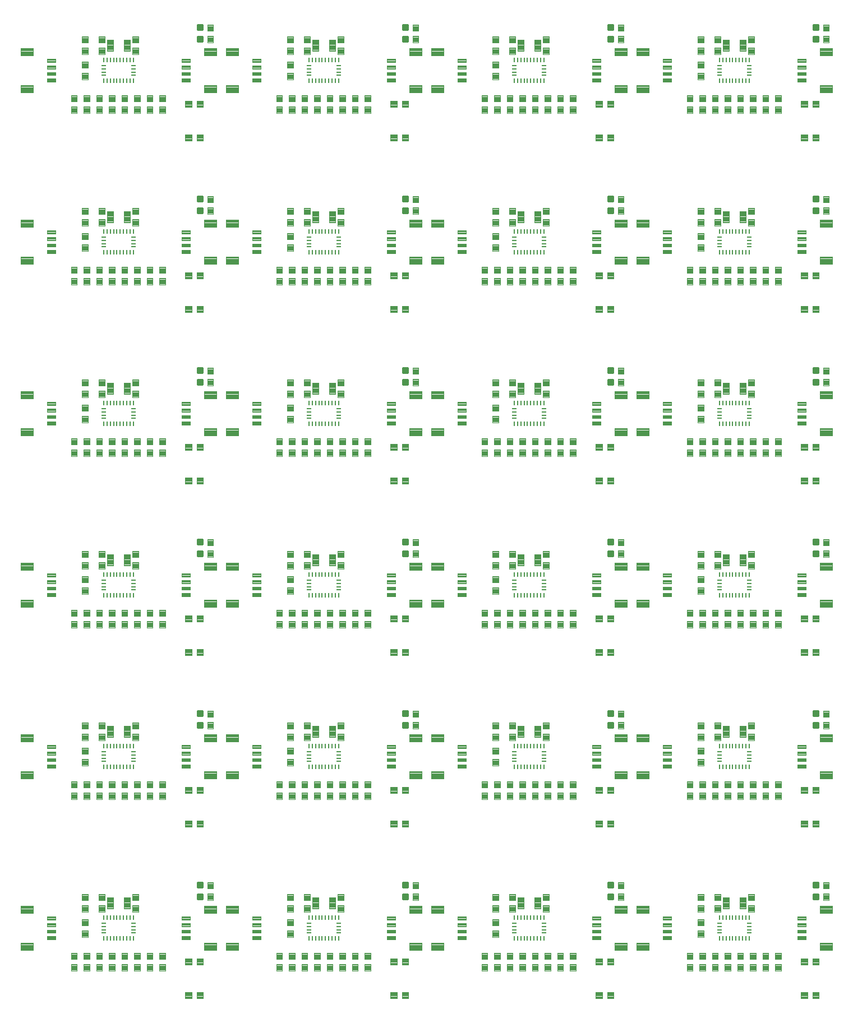
<source format=gtp>
G04 EAGLE Gerber RS-274X export*
G75*
%MOMM*%
%FSLAX34Y34*%
%LPD*%
%INSolderpaste Top*%
%IPPOS*%
%AMOC8*
5,1,8,0,0,1.08239X$1,22.5*%
G01*
%ADD10C,0.100000*%
%ADD11R,0.250000X0.700000*%
%ADD12R,0.700000X0.250000*%
%ADD13C,0.300000*%
%ADD14C,0.096000*%
%ADD15C,0.102000*%


D10*
X146740Y72700D02*
X146740Y62700D01*
X137740Y62700D01*
X137740Y72700D01*
X146740Y72700D01*
X146740Y63650D02*
X137740Y63650D01*
X137740Y64600D02*
X146740Y64600D01*
X146740Y65550D02*
X137740Y65550D01*
X137740Y66500D02*
X146740Y66500D01*
X146740Y67450D02*
X137740Y67450D01*
X137740Y68400D02*
X146740Y68400D01*
X146740Y69350D02*
X137740Y69350D01*
X137740Y70300D02*
X146740Y70300D01*
X146740Y71250D02*
X137740Y71250D01*
X137740Y72200D02*
X146740Y72200D01*
X146740Y79700D02*
X146740Y89700D01*
X146740Y79700D02*
X137740Y79700D01*
X137740Y89700D01*
X146740Y89700D01*
X146740Y80650D02*
X137740Y80650D01*
X137740Y81600D02*
X146740Y81600D01*
X146740Y82550D02*
X137740Y82550D01*
X137740Y83500D02*
X146740Y83500D01*
X146740Y84450D02*
X137740Y84450D01*
X137740Y85400D02*
X146740Y85400D01*
X146740Y86350D02*
X137740Y86350D01*
X137740Y87300D02*
X146740Y87300D01*
X146740Y88250D02*
X137740Y88250D01*
X137740Y89200D02*
X146740Y89200D01*
D11*
X129900Y111500D03*
X139900Y111500D03*
X149900Y111500D03*
X159900Y111500D03*
X169900Y111500D03*
D12*
X174900Y134500D03*
X174900Y124500D03*
D11*
X174900Y142500D03*
X164900Y142500D03*
X154900Y142500D03*
X144900Y142500D03*
X134900Y142500D03*
D12*
X129900Y134500D03*
X129900Y124500D03*
X129900Y129500D03*
X129900Y119500D03*
D11*
X134900Y111500D03*
X144900Y111500D03*
X154900Y111500D03*
X164900Y111500D03*
X174900Y111500D03*
D12*
X174900Y119500D03*
X174900Y129500D03*
D11*
X169900Y142500D03*
X159900Y142500D03*
X149900Y142500D03*
X139900Y142500D03*
X129900Y142500D03*
D10*
X118690Y89700D02*
X118690Y79700D01*
X118690Y89700D02*
X127690Y89700D01*
X127690Y79700D01*
X118690Y79700D01*
X118690Y80650D02*
X127690Y80650D01*
X127690Y81600D02*
X118690Y81600D01*
X118690Y82550D02*
X127690Y82550D01*
X127690Y83500D02*
X118690Y83500D01*
X118690Y84450D02*
X127690Y84450D01*
X127690Y85400D02*
X118690Y85400D01*
X118690Y86350D02*
X127690Y86350D01*
X127690Y87300D02*
X118690Y87300D01*
X118690Y88250D02*
X127690Y88250D01*
X127690Y89200D02*
X118690Y89200D01*
X118690Y72700D02*
X118690Y62700D01*
X118690Y72700D02*
X127690Y72700D01*
X127690Y62700D01*
X118690Y62700D01*
X118690Y63650D02*
X127690Y63650D01*
X127690Y64600D02*
X118690Y64600D01*
X118690Y65550D02*
X127690Y65550D01*
X127690Y66500D02*
X118690Y66500D01*
X118690Y67450D02*
X127690Y67450D01*
X127690Y68400D02*
X118690Y68400D01*
X118690Y69350D02*
X127690Y69350D01*
X127690Y70300D02*
X118690Y70300D01*
X118690Y71250D02*
X127690Y71250D01*
X127690Y72200D02*
X118690Y72200D01*
X156790Y79700D02*
X156790Y89700D01*
X165790Y89700D01*
X165790Y79700D01*
X156790Y79700D01*
X156790Y80650D02*
X165790Y80650D01*
X165790Y81600D02*
X156790Y81600D01*
X156790Y82550D02*
X165790Y82550D01*
X165790Y83500D02*
X156790Y83500D01*
X156790Y84450D02*
X165790Y84450D01*
X165790Y85400D02*
X156790Y85400D01*
X156790Y86350D02*
X165790Y86350D01*
X165790Y87300D02*
X156790Y87300D01*
X156790Y88250D02*
X165790Y88250D01*
X165790Y89200D02*
X156790Y89200D01*
X156790Y72700D02*
X156790Y62700D01*
X156790Y72700D02*
X165790Y72700D01*
X165790Y62700D01*
X156790Y62700D01*
X156790Y63650D02*
X165790Y63650D01*
X165790Y64600D02*
X156790Y64600D01*
X156790Y65550D02*
X165790Y65550D01*
X165790Y66500D02*
X156790Y66500D01*
X156790Y67450D02*
X165790Y67450D01*
X165790Y68400D02*
X156790Y68400D01*
X156790Y69350D02*
X165790Y69350D01*
X165790Y70300D02*
X156790Y70300D01*
X156790Y71250D02*
X165790Y71250D01*
X165790Y72200D02*
X156790Y72200D01*
X213940Y79700D02*
X213940Y89700D01*
X222940Y89700D01*
X222940Y79700D01*
X213940Y79700D01*
X213940Y80650D02*
X222940Y80650D01*
X222940Y81600D02*
X213940Y81600D01*
X213940Y82550D02*
X222940Y82550D01*
X222940Y83500D02*
X213940Y83500D01*
X213940Y84450D02*
X222940Y84450D01*
X222940Y85400D02*
X213940Y85400D01*
X213940Y86350D02*
X222940Y86350D01*
X222940Y87300D02*
X213940Y87300D01*
X213940Y88250D02*
X222940Y88250D01*
X222940Y89200D02*
X213940Y89200D01*
X213940Y72700D02*
X213940Y62700D01*
X213940Y72700D02*
X222940Y72700D01*
X222940Y62700D01*
X213940Y62700D01*
X213940Y63650D02*
X222940Y63650D01*
X222940Y64600D02*
X213940Y64600D01*
X213940Y65550D02*
X222940Y65550D01*
X222940Y66500D02*
X213940Y66500D01*
X213940Y67450D02*
X222940Y67450D01*
X222940Y68400D02*
X213940Y68400D01*
X213940Y69350D02*
X222940Y69350D01*
X222940Y70300D02*
X213940Y70300D01*
X213940Y71250D02*
X222940Y71250D01*
X222940Y72200D02*
X213940Y72200D01*
X106100Y113500D02*
X106100Y123500D01*
X106100Y113500D02*
X97100Y113500D01*
X97100Y123500D01*
X106100Y123500D01*
X106100Y114450D02*
X97100Y114450D01*
X97100Y115400D02*
X106100Y115400D01*
X106100Y116350D02*
X97100Y116350D01*
X97100Y117300D02*
X106100Y117300D01*
X106100Y118250D02*
X97100Y118250D01*
X97100Y119200D02*
X106100Y119200D01*
X106100Y120150D02*
X97100Y120150D01*
X97100Y121100D02*
X106100Y121100D01*
X106100Y122050D02*
X97100Y122050D01*
X97100Y123000D02*
X106100Y123000D01*
X106100Y130500D02*
X106100Y140500D01*
X106100Y130500D02*
X97100Y130500D01*
X97100Y140500D01*
X106100Y140500D01*
X106100Y131450D02*
X97100Y131450D01*
X97100Y132400D02*
X106100Y132400D01*
X106100Y133350D02*
X97100Y133350D01*
X97100Y134300D02*
X106100Y134300D01*
X106100Y135250D02*
X97100Y135250D01*
X97100Y136200D02*
X106100Y136200D01*
X106100Y137150D02*
X97100Y137150D01*
X97100Y138100D02*
X106100Y138100D01*
X106100Y139050D02*
X97100Y139050D01*
X97100Y140000D02*
X106100Y140000D01*
X108640Y72700D02*
X108640Y62700D01*
X99640Y62700D01*
X99640Y72700D01*
X108640Y72700D01*
X108640Y63650D02*
X99640Y63650D01*
X99640Y64600D02*
X108640Y64600D01*
X108640Y65550D02*
X99640Y65550D01*
X99640Y66500D02*
X108640Y66500D01*
X108640Y67450D02*
X99640Y67450D01*
X99640Y68400D02*
X108640Y68400D01*
X108640Y69350D02*
X99640Y69350D01*
X99640Y70300D02*
X108640Y70300D01*
X108640Y71250D02*
X99640Y71250D01*
X99640Y72200D02*
X108640Y72200D01*
X108640Y79700D02*
X108640Y89700D01*
X108640Y79700D02*
X99640Y79700D01*
X99640Y89700D01*
X108640Y89700D01*
X108640Y80650D02*
X99640Y80650D01*
X99640Y81600D02*
X108640Y81600D01*
X108640Y82550D02*
X99640Y82550D01*
X99640Y83500D02*
X108640Y83500D01*
X108640Y84450D02*
X99640Y84450D01*
X99640Y85400D02*
X108640Y85400D01*
X108640Y86350D02*
X99640Y86350D01*
X99640Y87300D02*
X108640Y87300D01*
X108640Y88250D02*
X99640Y88250D01*
X99640Y89200D02*
X108640Y89200D01*
X89590Y72700D02*
X89590Y62700D01*
X80590Y62700D01*
X80590Y72700D01*
X89590Y72700D01*
X89590Y63650D02*
X80590Y63650D01*
X80590Y64600D02*
X89590Y64600D01*
X89590Y65550D02*
X80590Y65550D01*
X80590Y66500D02*
X89590Y66500D01*
X89590Y67450D02*
X80590Y67450D01*
X80590Y68400D02*
X89590Y68400D01*
X89590Y69350D02*
X80590Y69350D01*
X80590Y70300D02*
X89590Y70300D01*
X89590Y71250D02*
X80590Y71250D01*
X80590Y72200D02*
X89590Y72200D01*
X89590Y79700D02*
X89590Y89700D01*
X89590Y79700D02*
X80590Y79700D01*
X80590Y89700D01*
X89590Y89700D01*
X89590Y80650D02*
X80590Y80650D01*
X80590Y81600D02*
X89590Y81600D01*
X89590Y82550D02*
X80590Y82550D01*
X80590Y83500D02*
X89590Y83500D01*
X89590Y84450D02*
X80590Y84450D01*
X80590Y85400D02*
X89590Y85400D01*
X89590Y86350D02*
X80590Y86350D01*
X80590Y87300D02*
X89590Y87300D01*
X89590Y88250D02*
X80590Y88250D01*
X80590Y89200D02*
X89590Y89200D01*
X194890Y89700D02*
X194890Y79700D01*
X194890Y89700D02*
X203890Y89700D01*
X203890Y79700D01*
X194890Y79700D01*
X194890Y80650D02*
X203890Y80650D01*
X203890Y81600D02*
X194890Y81600D01*
X194890Y82550D02*
X203890Y82550D01*
X203890Y83500D02*
X194890Y83500D01*
X194890Y84450D02*
X203890Y84450D01*
X203890Y85400D02*
X194890Y85400D01*
X194890Y86350D02*
X203890Y86350D01*
X203890Y87300D02*
X194890Y87300D01*
X194890Y88250D02*
X203890Y88250D01*
X203890Y89200D02*
X194890Y89200D01*
X194890Y72700D02*
X194890Y62700D01*
X194890Y72700D02*
X203890Y72700D01*
X203890Y62700D01*
X194890Y62700D01*
X194890Y63650D02*
X203890Y63650D01*
X203890Y64600D02*
X194890Y64600D01*
X194890Y65550D02*
X203890Y65550D01*
X203890Y66500D02*
X194890Y66500D01*
X194890Y67450D02*
X203890Y67450D01*
X203890Y68400D02*
X194890Y68400D01*
X194890Y69350D02*
X203890Y69350D01*
X203890Y70300D02*
X194890Y70300D01*
X194890Y71250D02*
X203890Y71250D01*
X203890Y72200D02*
X194890Y72200D01*
X175840Y79700D02*
X175840Y89700D01*
X184840Y89700D01*
X184840Y79700D01*
X175840Y79700D01*
X175840Y80650D02*
X184840Y80650D01*
X184840Y81600D02*
X175840Y81600D01*
X175840Y82550D02*
X184840Y82550D01*
X184840Y83500D02*
X175840Y83500D01*
X175840Y84450D02*
X184840Y84450D01*
X184840Y85400D02*
X175840Y85400D01*
X175840Y86350D02*
X184840Y86350D01*
X184840Y87300D02*
X175840Y87300D01*
X175840Y88250D02*
X184840Y88250D01*
X184840Y89200D02*
X175840Y89200D01*
X175840Y72700D02*
X175840Y62700D01*
X175840Y72700D02*
X184840Y72700D01*
X184840Y62700D01*
X175840Y62700D01*
X175840Y63650D02*
X184840Y63650D01*
X184840Y64600D02*
X175840Y64600D01*
X175840Y65550D02*
X184840Y65550D01*
X184840Y66500D02*
X175840Y66500D01*
X175840Y67450D02*
X184840Y67450D01*
X184840Y68400D02*
X175840Y68400D01*
X175840Y69350D02*
X184840Y69350D01*
X184840Y70300D02*
X175840Y70300D01*
X175840Y71250D02*
X184840Y71250D01*
X184840Y72200D02*
X175840Y72200D01*
X106100Y151600D02*
X106100Y161600D01*
X106100Y151600D02*
X97100Y151600D01*
X97100Y161600D01*
X106100Y161600D01*
X106100Y152550D02*
X97100Y152550D01*
X97100Y153500D02*
X106100Y153500D01*
X106100Y154450D02*
X97100Y154450D01*
X97100Y155400D02*
X106100Y155400D01*
X106100Y156350D02*
X97100Y156350D01*
X97100Y157300D02*
X106100Y157300D01*
X106100Y158250D02*
X97100Y158250D01*
X97100Y159200D02*
X106100Y159200D01*
X106100Y160150D02*
X97100Y160150D01*
X97100Y161100D02*
X106100Y161100D01*
X106100Y168600D02*
X106100Y178600D01*
X106100Y168600D02*
X97100Y168600D01*
X97100Y178600D01*
X106100Y178600D01*
X106100Y169550D02*
X97100Y169550D01*
X97100Y170500D02*
X106100Y170500D01*
X106100Y171450D02*
X97100Y171450D01*
X97100Y172400D02*
X106100Y172400D01*
X106100Y173350D02*
X97100Y173350D01*
X97100Y174300D02*
X106100Y174300D01*
X106100Y175250D02*
X97100Y175250D01*
X97100Y176200D02*
X106100Y176200D01*
X106100Y177150D02*
X97100Y177150D01*
X97100Y178100D02*
X106100Y178100D01*
X253200Y71700D02*
X263200Y71700D01*
X253200Y71700D02*
X253200Y80700D01*
X263200Y80700D01*
X263200Y71700D01*
X263200Y72650D02*
X253200Y72650D01*
X253200Y73600D02*
X263200Y73600D01*
X263200Y74550D02*
X253200Y74550D01*
X253200Y75500D02*
X263200Y75500D01*
X263200Y76450D02*
X253200Y76450D01*
X253200Y77400D02*
X263200Y77400D01*
X263200Y78350D02*
X253200Y78350D01*
X253200Y79300D02*
X263200Y79300D01*
X263200Y80250D02*
X253200Y80250D01*
X270200Y71700D02*
X280200Y71700D01*
X270200Y71700D02*
X270200Y80700D01*
X280200Y80700D01*
X280200Y71700D01*
X280200Y72650D02*
X270200Y72650D01*
X270200Y73600D02*
X280200Y73600D01*
X280200Y74550D02*
X270200Y74550D01*
X270200Y75500D02*
X280200Y75500D01*
X280200Y76450D02*
X270200Y76450D01*
X270200Y77400D02*
X280200Y77400D01*
X280200Y78350D02*
X270200Y78350D01*
X270200Y79300D02*
X280200Y79300D01*
X280200Y80250D02*
X270200Y80250D01*
X263200Y20900D02*
X253200Y20900D01*
X253200Y29900D01*
X263200Y29900D01*
X263200Y20900D01*
X263200Y21850D02*
X253200Y21850D01*
X253200Y22800D02*
X263200Y22800D01*
X263200Y23750D02*
X253200Y23750D01*
X253200Y24700D02*
X263200Y24700D01*
X263200Y25650D02*
X253200Y25650D01*
X253200Y26600D02*
X263200Y26600D01*
X263200Y27550D02*
X253200Y27550D01*
X253200Y28500D02*
X263200Y28500D01*
X263200Y29450D02*
X253200Y29450D01*
X270200Y20900D02*
X280200Y20900D01*
X270200Y20900D02*
X270200Y29900D01*
X280200Y29900D01*
X280200Y20900D01*
X280200Y21850D02*
X270200Y21850D01*
X270200Y22800D02*
X280200Y22800D01*
X280200Y23750D02*
X270200Y23750D01*
X270200Y24700D02*
X280200Y24700D01*
X280200Y25650D02*
X270200Y25650D01*
X270200Y26600D02*
X280200Y26600D01*
X280200Y27550D02*
X270200Y27550D01*
X270200Y28500D02*
X280200Y28500D01*
X280200Y29450D02*
X270200Y29450D01*
X169400Y173600D02*
X160400Y173600D01*
X169400Y173600D02*
X169400Y156600D01*
X160400Y156600D01*
X160400Y173600D01*
X160400Y157550D02*
X169400Y157550D01*
X169400Y158500D02*
X160400Y158500D01*
X160400Y159450D02*
X169400Y159450D01*
X169400Y160400D02*
X160400Y160400D01*
X160400Y161350D02*
X169400Y161350D01*
X169400Y162300D02*
X160400Y162300D01*
X160400Y163250D02*
X169400Y163250D01*
X169400Y164200D02*
X160400Y164200D01*
X160400Y165150D02*
X169400Y165150D01*
X169400Y166100D02*
X160400Y166100D01*
X160400Y167050D02*
X169400Y167050D01*
X169400Y168000D02*
X160400Y168000D01*
X160400Y168950D02*
X169400Y168950D01*
X169400Y169900D02*
X160400Y169900D01*
X160400Y170850D02*
X169400Y170850D01*
X169400Y171800D02*
X160400Y171800D01*
X160400Y172750D02*
X169400Y172750D01*
X144400Y173600D02*
X135400Y173600D01*
X144400Y173600D02*
X144400Y156600D01*
X135400Y156600D01*
X135400Y173600D01*
X135400Y157550D02*
X144400Y157550D01*
X144400Y158500D02*
X135400Y158500D01*
X135400Y159450D02*
X144400Y159450D01*
X144400Y160400D02*
X135400Y160400D01*
X135400Y161350D02*
X144400Y161350D01*
X144400Y162300D02*
X135400Y162300D01*
X135400Y163250D02*
X144400Y163250D01*
X144400Y164200D02*
X135400Y164200D01*
X135400Y165150D02*
X144400Y165150D01*
X144400Y166100D02*
X135400Y166100D01*
X135400Y167050D02*
X144400Y167050D01*
X144400Y168000D02*
X135400Y168000D01*
X135400Y168950D02*
X144400Y168950D01*
X144400Y169900D02*
X135400Y169900D01*
X135400Y170850D02*
X144400Y170850D01*
X144400Y171800D02*
X135400Y171800D01*
X135400Y172750D02*
X144400Y172750D01*
X173300Y168600D02*
X173300Y178600D01*
X182300Y178600D01*
X182300Y168600D01*
X173300Y168600D01*
X173300Y169550D02*
X182300Y169550D01*
X182300Y170500D02*
X173300Y170500D01*
X173300Y171450D02*
X182300Y171450D01*
X182300Y172400D02*
X173300Y172400D01*
X173300Y173350D02*
X182300Y173350D01*
X182300Y174300D02*
X173300Y174300D01*
X173300Y175250D02*
X182300Y175250D01*
X182300Y176200D02*
X173300Y176200D01*
X173300Y177150D02*
X182300Y177150D01*
X182300Y178100D02*
X173300Y178100D01*
X173300Y161600D02*
X173300Y151600D01*
X173300Y161600D02*
X182300Y161600D01*
X182300Y151600D01*
X173300Y151600D01*
X173300Y152550D02*
X182300Y152550D01*
X182300Y153500D02*
X173300Y153500D01*
X173300Y154450D02*
X182300Y154450D01*
X182300Y155400D02*
X173300Y155400D01*
X173300Y156350D02*
X182300Y156350D01*
X182300Y157300D02*
X173300Y157300D01*
X173300Y158250D02*
X182300Y158250D01*
X182300Y159200D02*
X173300Y159200D01*
X173300Y160150D02*
X182300Y160150D01*
X182300Y161100D02*
X173300Y161100D01*
X131500Y161600D02*
X131500Y151600D01*
X122500Y151600D01*
X122500Y161600D01*
X131500Y161600D01*
X131500Y152550D02*
X122500Y152550D01*
X122500Y153500D02*
X131500Y153500D01*
X131500Y154450D02*
X122500Y154450D01*
X122500Y155400D02*
X131500Y155400D01*
X131500Y156350D02*
X122500Y156350D01*
X122500Y157300D02*
X131500Y157300D01*
X131500Y158250D02*
X122500Y158250D01*
X122500Y159200D02*
X131500Y159200D01*
X131500Y160150D02*
X122500Y160150D01*
X122500Y161100D02*
X131500Y161100D01*
X131500Y168600D02*
X131500Y178600D01*
X131500Y168600D02*
X122500Y168600D01*
X122500Y178600D01*
X131500Y178600D01*
X131500Y169550D02*
X122500Y169550D01*
X122500Y170500D02*
X131500Y170500D01*
X131500Y171450D02*
X122500Y171450D01*
X122500Y172400D02*
X131500Y172400D01*
X131500Y173350D02*
X122500Y173350D01*
X122500Y174300D02*
X131500Y174300D01*
X131500Y175250D02*
X122500Y175250D01*
X122500Y176200D02*
X131500Y176200D01*
X131500Y177150D02*
X122500Y177150D01*
X122500Y178100D02*
X131500Y178100D01*
D13*
X272090Y177610D02*
X279090Y177610D01*
X279090Y170610D01*
X272090Y170610D01*
X272090Y177610D01*
X272090Y173460D02*
X279090Y173460D01*
X279090Y176310D02*
X272090Y176310D01*
X272090Y195150D02*
X279090Y195150D01*
X279090Y188150D01*
X272090Y188150D01*
X272090Y195150D01*
X272090Y191000D02*
X279090Y191000D01*
X279090Y193850D02*
X272090Y193850D01*
D10*
X286330Y196380D02*
X286330Y186380D01*
X286330Y196380D02*
X295330Y196380D01*
X295330Y186380D01*
X286330Y186380D01*
X286330Y187330D02*
X295330Y187330D01*
X295330Y188280D02*
X286330Y188280D01*
X286330Y189230D02*
X295330Y189230D01*
X295330Y190180D02*
X286330Y190180D01*
X286330Y191130D02*
X295330Y191130D01*
X295330Y192080D02*
X286330Y192080D01*
X286330Y193030D02*
X295330Y193030D01*
X295330Y193980D02*
X286330Y193980D01*
X286330Y194930D02*
X295330Y194930D01*
X295330Y195880D02*
X286330Y195880D01*
X286330Y179380D02*
X286330Y169380D01*
X286330Y179380D02*
X295330Y179380D01*
X295330Y169380D01*
X286330Y169380D01*
X286330Y170330D02*
X295330Y170330D01*
X295330Y171280D02*
X286330Y171280D01*
X286330Y172230D02*
X295330Y172230D01*
X295330Y173180D02*
X286330Y173180D01*
X286330Y174130D02*
X295330Y174130D01*
X295330Y175080D02*
X286330Y175080D01*
X286330Y176030D02*
X295330Y176030D01*
X295330Y176980D02*
X286330Y176980D01*
X286330Y177930D02*
X295330Y177930D01*
X295330Y178880D02*
X286330Y178880D01*
D14*
X300270Y104520D02*
X300270Y93480D01*
X281230Y93480D01*
X281230Y104520D01*
X300270Y104520D01*
X300270Y94392D02*
X281230Y94392D01*
X281230Y95304D02*
X300270Y95304D01*
X300270Y96216D02*
X281230Y96216D01*
X281230Y97128D02*
X300270Y97128D01*
X300270Y98040D02*
X281230Y98040D01*
X281230Y98952D02*
X300270Y98952D01*
X300270Y99864D02*
X281230Y99864D01*
X281230Y100776D02*
X300270Y100776D01*
X300270Y101688D02*
X281230Y101688D01*
X281230Y102600D02*
X300270Y102600D01*
X300270Y103512D02*
X281230Y103512D01*
X281230Y104424D02*
X300270Y104424D01*
X300270Y149480D02*
X300270Y160520D01*
X300270Y149480D02*
X281230Y149480D01*
X281230Y160520D01*
X300270Y160520D01*
X300270Y150392D02*
X281230Y150392D01*
X281230Y151304D02*
X300270Y151304D01*
X300270Y152216D02*
X281230Y152216D01*
X281230Y153128D02*
X300270Y153128D01*
X300270Y154040D02*
X281230Y154040D01*
X281230Y154952D02*
X300270Y154952D01*
X300270Y155864D02*
X281230Y155864D01*
X281230Y156776D02*
X300270Y156776D01*
X300270Y157688D02*
X281230Y157688D01*
X281230Y158600D02*
X300270Y158600D01*
X300270Y159512D02*
X281230Y159512D01*
X281230Y160424D02*
X300270Y160424D01*
D15*
X260240Y114490D02*
X260240Y109510D01*
X247760Y109510D01*
X247760Y114490D01*
X260240Y114490D01*
X260240Y110479D02*
X247760Y110479D01*
X247760Y111448D02*
X260240Y111448D01*
X260240Y112417D02*
X247760Y112417D01*
X247760Y113386D02*
X260240Y113386D01*
X260240Y114355D02*
X247760Y114355D01*
X260240Y119510D02*
X260240Y124490D01*
X260240Y119510D02*
X247760Y119510D01*
X247760Y124490D01*
X260240Y124490D01*
X260240Y120479D02*
X247760Y120479D01*
X247760Y121448D02*
X260240Y121448D01*
X260240Y122417D02*
X247760Y122417D01*
X247760Y123386D02*
X260240Y123386D01*
X260240Y124355D02*
X247760Y124355D01*
X260240Y129510D02*
X260240Y134490D01*
X260240Y129510D02*
X247760Y129510D01*
X247760Y134490D01*
X260240Y134490D01*
X260240Y130479D02*
X247760Y130479D01*
X247760Y131448D02*
X260240Y131448D01*
X260240Y132417D02*
X247760Y132417D01*
X247760Y133386D02*
X260240Y133386D01*
X260240Y134355D02*
X247760Y134355D01*
X260240Y139510D02*
X260240Y144490D01*
X260240Y139510D02*
X247760Y139510D01*
X247760Y144490D01*
X260240Y144490D01*
X260240Y140479D02*
X247760Y140479D01*
X247760Y141448D02*
X260240Y141448D01*
X260240Y142417D02*
X247760Y142417D01*
X247760Y143386D02*
X260240Y143386D01*
X260240Y144355D02*
X247760Y144355D01*
D14*
X4530Y149480D02*
X4530Y160520D01*
X23570Y160520D01*
X23570Y149480D01*
X4530Y149480D01*
X4530Y150392D02*
X23570Y150392D01*
X23570Y151304D02*
X4530Y151304D01*
X4530Y152216D02*
X23570Y152216D01*
X23570Y153128D02*
X4530Y153128D01*
X4530Y154040D02*
X23570Y154040D01*
X23570Y154952D02*
X4530Y154952D01*
X4530Y155864D02*
X23570Y155864D01*
X23570Y156776D02*
X4530Y156776D01*
X4530Y157688D02*
X23570Y157688D01*
X23570Y158600D02*
X4530Y158600D01*
X4530Y159512D02*
X23570Y159512D01*
X23570Y160424D02*
X4530Y160424D01*
X4530Y104520D02*
X4530Y93480D01*
X4530Y104520D02*
X23570Y104520D01*
X23570Y93480D01*
X4530Y93480D01*
X4530Y94392D02*
X23570Y94392D01*
X23570Y95304D02*
X4530Y95304D01*
X4530Y96216D02*
X23570Y96216D01*
X23570Y97128D02*
X4530Y97128D01*
X4530Y98040D02*
X23570Y98040D01*
X23570Y98952D02*
X4530Y98952D01*
X4530Y99864D02*
X23570Y99864D01*
X23570Y100776D02*
X4530Y100776D01*
X4530Y101688D02*
X23570Y101688D01*
X23570Y102600D02*
X4530Y102600D01*
X4530Y103512D02*
X23570Y103512D01*
X23570Y104424D02*
X4530Y104424D01*
D15*
X44560Y139510D02*
X44560Y144490D01*
X57040Y144490D01*
X57040Y139510D01*
X44560Y139510D01*
X44560Y140479D02*
X57040Y140479D01*
X57040Y141448D02*
X44560Y141448D01*
X44560Y142417D02*
X57040Y142417D01*
X57040Y143386D02*
X44560Y143386D01*
X44560Y144355D02*
X57040Y144355D01*
X44560Y134490D02*
X44560Y129510D01*
X44560Y134490D02*
X57040Y134490D01*
X57040Y129510D01*
X44560Y129510D01*
X44560Y130479D02*
X57040Y130479D01*
X57040Y131448D02*
X44560Y131448D01*
X44560Y132417D02*
X57040Y132417D01*
X57040Y133386D02*
X44560Y133386D01*
X44560Y134355D02*
X57040Y134355D01*
X44560Y124490D02*
X44560Y119510D01*
X44560Y124490D02*
X57040Y124490D01*
X57040Y119510D01*
X44560Y119510D01*
X44560Y120479D02*
X57040Y120479D01*
X57040Y121448D02*
X44560Y121448D01*
X44560Y122417D02*
X57040Y122417D01*
X57040Y123386D02*
X44560Y123386D01*
X44560Y124355D02*
X57040Y124355D01*
X44560Y114490D02*
X44560Y109510D01*
X44560Y114490D02*
X57040Y114490D01*
X57040Y109510D01*
X44560Y109510D01*
X44560Y110479D02*
X57040Y110479D01*
X57040Y111448D02*
X44560Y111448D01*
X44560Y112417D02*
X57040Y112417D01*
X57040Y113386D02*
X44560Y113386D01*
X44560Y114355D02*
X57040Y114355D01*
D10*
X456620Y72700D02*
X456620Y62700D01*
X447620Y62700D01*
X447620Y72700D01*
X456620Y72700D01*
X456620Y63650D02*
X447620Y63650D01*
X447620Y64600D02*
X456620Y64600D01*
X456620Y65550D02*
X447620Y65550D01*
X447620Y66500D02*
X456620Y66500D01*
X456620Y67450D02*
X447620Y67450D01*
X447620Y68400D02*
X456620Y68400D01*
X456620Y69350D02*
X447620Y69350D01*
X447620Y70300D02*
X456620Y70300D01*
X456620Y71250D02*
X447620Y71250D01*
X447620Y72200D02*
X456620Y72200D01*
X456620Y79700D02*
X456620Y89700D01*
X456620Y79700D02*
X447620Y79700D01*
X447620Y89700D01*
X456620Y89700D01*
X456620Y80650D02*
X447620Y80650D01*
X447620Y81600D02*
X456620Y81600D01*
X456620Y82550D02*
X447620Y82550D01*
X447620Y83500D02*
X456620Y83500D01*
X456620Y84450D02*
X447620Y84450D01*
X447620Y85400D02*
X456620Y85400D01*
X456620Y86350D02*
X447620Y86350D01*
X447620Y87300D02*
X456620Y87300D01*
X456620Y88250D02*
X447620Y88250D01*
X447620Y89200D02*
X456620Y89200D01*
D11*
X439780Y111500D03*
X449780Y111500D03*
X459780Y111500D03*
X469780Y111500D03*
X479780Y111500D03*
D12*
X484780Y134500D03*
X484780Y124500D03*
D11*
X484780Y142500D03*
X474780Y142500D03*
X464780Y142500D03*
X454780Y142500D03*
X444780Y142500D03*
D12*
X439780Y134500D03*
X439780Y124500D03*
X439780Y129500D03*
X439780Y119500D03*
D11*
X444780Y111500D03*
X454780Y111500D03*
X464780Y111500D03*
X474780Y111500D03*
X484780Y111500D03*
D12*
X484780Y119500D03*
X484780Y129500D03*
D11*
X479780Y142500D03*
X469780Y142500D03*
X459780Y142500D03*
X449780Y142500D03*
X439780Y142500D03*
D10*
X428570Y89700D02*
X428570Y79700D01*
X428570Y89700D02*
X437570Y89700D01*
X437570Y79700D01*
X428570Y79700D01*
X428570Y80650D02*
X437570Y80650D01*
X437570Y81600D02*
X428570Y81600D01*
X428570Y82550D02*
X437570Y82550D01*
X437570Y83500D02*
X428570Y83500D01*
X428570Y84450D02*
X437570Y84450D01*
X437570Y85400D02*
X428570Y85400D01*
X428570Y86350D02*
X437570Y86350D01*
X437570Y87300D02*
X428570Y87300D01*
X428570Y88250D02*
X437570Y88250D01*
X437570Y89200D02*
X428570Y89200D01*
X428570Y72700D02*
X428570Y62700D01*
X428570Y72700D02*
X437570Y72700D01*
X437570Y62700D01*
X428570Y62700D01*
X428570Y63650D02*
X437570Y63650D01*
X437570Y64600D02*
X428570Y64600D01*
X428570Y65550D02*
X437570Y65550D01*
X437570Y66500D02*
X428570Y66500D01*
X428570Y67450D02*
X437570Y67450D01*
X437570Y68400D02*
X428570Y68400D01*
X428570Y69350D02*
X437570Y69350D01*
X437570Y70300D02*
X428570Y70300D01*
X428570Y71250D02*
X437570Y71250D01*
X437570Y72200D02*
X428570Y72200D01*
X466670Y79700D02*
X466670Y89700D01*
X475670Y89700D01*
X475670Y79700D01*
X466670Y79700D01*
X466670Y80650D02*
X475670Y80650D01*
X475670Y81600D02*
X466670Y81600D01*
X466670Y82550D02*
X475670Y82550D01*
X475670Y83500D02*
X466670Y83500D01*
X466670Y84450D02*
X475670Y84450D01*
X475670Y85400D02*
X466670Y85400D01*
X466670Y86350D02*
X475670Y86350D01*
X475670Y87300D02*
X466670Y87300D01*
X466670Y88250D02*
X475670Y88250D01*
X475670Y89200D02*
X466670Y89200D01*
X466670Y72700D02*
X466670Y62700D01*
X466670Y72700D02*
X475670Y72700D01*
X475670Y62700D01*
X466670Y62700D01*
X466670Y63650D02*
X475670Y63650D01*
X475670Y64600D02*
X466670Y64600D01*
X466670Y65550D02*
X475670Y65550D01*
X475670Y66500D02*
X466670Y66500D01*
X466670Y67450D02*
X475670Y67450D01*
X475670Y68400D02*
X466670Y68400D01*
X466670Y69350D02*
X475670Y69350D01*
X475670Y70300D02*
X466670Y70300D01*
X466670Y71250D02*
X475670Y71250D01*
X475670Y72200D02*
X466670Y72200D01*
X523820Y79700D02*
X523820Y89700D01*
X532820Y89700D01*
X532820Y79700D01*
X523820Y79700D01*
X523820Y80650D02*
X532820Y80650D01*
X532820Y81600D02*
X523820Y81600D01*
X523820Y82550D02*
X532820Y82550D01*
X532820Y83500D02*
X523820Y83500D01*
X523820Y84450D02*
X532820Y84450D01*
X532820Y85400D02*
X523820Y85400D01*
X523820Y86350D02*
X532820Y86350D01*
X532820Y87300D02*
X523820Y87300D01*
X523820Y88250D02*
X532820Y88250D01*
X532820Y89200D02*
X523820Y89200D01*
X523820Y72700D02*
X523820Y62700D01*
X523820Y72700D02*
X532820Y72700D01*
X532820Y62700D01*
X523820Y62700D01*
X523820Y63650D02*
X532820Y63650D01*
X532820Y64600D02*
X523820Y64600D01*
X523820Y65550D02*
X532820Y65550D01*
X532820Y66500D02*
X523820Y66500D01*
X523820Y67450D02*
X532820Y67450D01*
X532820Y68400D02*
X523820Y68400D01*
X523820Y69350D02*
X532820Y69350D01*
X532820Y70300D02*
X523820Y70300D01*
X523820Y71250D02*
X532820Y71250D01*
X532820Y72200D02*
X523820Y72200D01*
X415980Y113500D02*
X415980Y123500D01*
X415980Y113500D02*
X406980Y113500D01*
X406980Y123500D01*
X415980Y123500D01*
X415980Y114450D02*
X406980Y114450D01*
X406980Y115400D02*
X415980Y115400D01*
X415980Y116350D02*
X406980Y116350D01*
X406980Y117300D02*
X415980Y117300D01*
X415980Y118250D02*
X406980Y118250D01*
X406980Y119200D02*
X415980Y119200D01*
X415980Y120150D02*
X406980Y120150D01*
X406980Y121100D02*
X415980Y121100D01*
X415980Y122050D02*
X406980Y122050D01*
X406980Y123000D02*
X415980Y123000D01*
X415980Y130500D02*
X415980Y140500D01*
X415980Y130500D02*
X406980Y130500D01*
X406980Y140500D01*
X415980Y140500D01*
X415980Y131450D02*
X406980Y131450D01*
X406980Y132400D02*
X415980Y132400D01*
X415980Y133350D02*
X406980Y133350D01*
X406980Y134300D02*
X415980Y134300D01*
X415980Y135250D02*
X406980Y135250D01*
X406980Y136200D02*
X415980Y136200D01*
X415980Y137150D02*
X406980Y137150D01*
X406980Y138100D02*
X415980Y138100D01*
X415980Y139050D02*
X406980Y139050D01*
X406980Y140000D02*
X415980Y140000D01*
X418520Y72700D02*
X418520Y62700D01*
X409520Y62700D01*
X409520Y72700D01*
X418520Y72700D01*
X418520Y63650D02*
X409520Y63650D01*
X409520Y64600D02*
X418520Y64600D01*
X418520Y65550D02*
X409520Y65550D01*
X409520Y66500D02*
X418520Y66500D01*
X418520Y67450D02*
X409520Y67450D01*
X409520Y68400D02*
X418520Y68400D01*
X418520Y69350D02*
X409520Y69350D01*
X409520Y70300D02*
X418520Y70300D01*
X418520Y71250D02*
X409520Y71250D01*
X409520Y72200D02*
X418520Y72200D01*
X418520Y79700D02*
X418520Y89700D01*
X418520Y79700D02*
X409520Y79700D01*
X409520Y89700D01*
X418520Y89700D01*
X418520Y80650D02*
X409520Y80650D01*
X409520Y81600D02*
X418520Y81600D01*
X418520Y82550D02*
X409520Y82550D01*
X409520Y83500D02*
X418520Y83500D01*
X418520Y84450D02*
X409520Y84450D01*
X409520Y85400D02*
X418520Y85400D01*
X418520Y86350D02*
X409520Y86350D01*
X409520Y87300D02*
X418520Y87300D01*
X418520Y88250D02*
X409520Y88250D01*
X409520Y89200D02*
X418520Y89200D01*
X399470Y72700D02*
X399470Y62700D01*
X390470Y62700D01*
X390470Y72700D01*
X399470Y72700D01*
X399470Y63650D02*
X390470Y63650D01*
X390470Y64600D02*
X399470Y64600D01*
X399470Y65550D02*
X390470Y65550D01*
X390470Y66500D02*
X399470Y66500D01*
X399470Y67450D02*
X390470Y67450D01*
X390470Y68400D02*
X399470Y68400D01*
X399470Y69350D02*
X390470Y69350D01*
X390470Y70300D02*
X399470Y70300D01*
X399470Y71250D02*
X390470Y71250D01*
X390470Y72200D02*
X399470Y72200D01*
X399470Y79700D02*
X399470Y89700D01*
X399470Y79700D02*
X390470Y79700D01*
X390470Y89700D01*
X399470Y89700D01*
X399470Y80650D02*
X390470Y80650D01*
X390470Y81600D02*
X399470Y81600D01*
X399470Y82550D02*
X390470Y82550D01*
X390470Y83500D02*
X399470Y83500D01*
X399470Y84450D02*
X390470Y84450D01*
X390470Y85400D02*
X399470Y85400D01*
X399470Y86350D02*
X390470Y86350D01*
X390470Y87300D02*
X399470Y87300D01*
X399470Y88250D02*
X390470Y88250D01*
X390470Y89200D02*
X399470Y89200D01*
X504770Y89700D02*
X504770Y79700D01*
X504770Y89700D02*
X513770Y89700D01*
X513770Y79700D01*
X504770Y79700D01*
X504770Y80650D02*
X513770Y80650D01*
X513770Y81600D02*
X504770Y81600D01*
X504770Y82550D02*
X513770Y82550D01*
X513770Y83500D02*
X504770Y83500D01*
X504770Y84450D02*
X513770Y84450D01*
X513770Y85400D02*
X504770Y85400D01*
X504770Y86350D02*
X513770Y86350D01*
X513770Y87300D02*
X504770Y87300D01*
X504770Y88250D02*
X513770Y88250D01*
X513770Y89200D02*
X504770Y89200D01*
X504770Y72700D02*
X504770Y62700D01*
X504770Y72700D02*
X513770Y72700D01*
X513770Y62700D01*
X504770Y62700D01*
X504770Y63650D02*
X513770Y63650D01*
X513770Y64600D02*
X504770Y64600D01*
X504770Y65550D02*
X513770Y65550D01*
X513770Y66500D02*
X504770Y66500D01*
X504770Y67450D02*
X513770Y67450D01*
X513770Y68400D02*
X504770Y68400D01*
X504770Y69350D02*
X513770Y69350D01*
X513770Y70300D02*
X504770Y70300D01*
X504770Y71250D02*
X513770Y71250D01*
X513770Y72200D02*
X504770Y72200D01*
X485720Y79700D02*
X485720Y89700D01*
X494720Y89700D01*
X494720Y79700D01*
X485720Y79700D01*
X485720Y80650D02*
X494720Y80650D01*
X494720Y81600D02*
X485720Y81600D01*
X485720Y82550D02*
X494720Y82550D01*
X494720Y83500D02*
X485720Y83500D01*
X485720Y84450D02*
X494720Y84450D01*
X494720Y85400D02*
X485720Y85400D01*
X485720Y86350D02*
X494720Y86350D01*
X494720Y87300D02*
X485720Y87300D01*
X485720Y88250D02*
X494720Y88250D01*
X494720Y89200D02*
X485720Y89200D01*
X485720Y72700D02*
X485720Y62700D01*
X485720Y72700D02*
X494720Y72700D01*
X494720Y62700D01*
X485720Y62700D01*
X485720Y63650D02*
X494720Y63650D01*
X494720Y64600D02*
X485720Y64600D01*
X485720Y65550D02*
X494720Y65550D01*
X494720Y66500D02*
X485720Y66500D01*
X485720Y67450D02*
X494720Y67450D01*
X494720Y68400D02*
X485720Y68400D01*
X485720Y69350D02*
X494720Y69350D01*
X494720Y70300D02*
X485720Y70300D01*
X485720Y71250D02*
X494720Y71250D01*
X494720Y72200D02*
X485720Y72200D01*
X415980Y151600D02*
X415980Y161600D01*
X415980Y151600D02*
X406980Y151600D01*
X406980Y161600D01*
X415980Y161600D01*
X415980Y152550D02*
X406980Y152550D01*
X406980Y153500D02*
X415980Y153500D01*
X415980Y154450D02*
X406980Y154450D01*
X406980Y155400D02*
X415980Y155400D01*
X415980Y156350D02*
X406980Y156350D01*
X406980Y157300D02*
X415980Y157300D01*
X415980Y158250D02*
X406980Y158250D01*
X406980Y159200D02*
X415980Y159200D01*
X415980Y160150D02*
X406980Y160150D01*
X406980Y161100D02*
X415980Y161100D01*
X415980Y168600D02*
X415980Y178600D01*
X415980Y168600D02*
X406980Y168600D01*
X406980Y178600D01*
X415980Y178600D01*
X415980Y169550D02*
X406980Y169550D01*
X406980Y170500D02*
X415980Y170500D01*
X415980Y171450D02*
X406980Y171450D01*
X406980Y172400D02*
X415980Y172400D01*
X415980Y173350D02*
X406980Y173350D01*
X406980Y174300D02*
X415980Y174300D01*
X415980Y175250D02*
X406980Y175250D01*
X406980Y176200D02*
X415980Y176200D01*
X415980Y177150D02*
X406980Y177150D01*
X406980Y178100D02*
X415980Y178100D01*
X563080Y71700D02*
X573080Y71700D01*
X563080Y71700D02*
X563080Y80700D01*
X573080Y80700D01*
X573080Y71700D01*
X573080Y72650D02*
X563080Y72650D01*
X563080Y73600D02*
X573080Y73600D01*
X573080Y74550D02*
X563080Y74550D01*
X563080Y75500D02*
X573080Y75500D01*
X573080Y76450D02*
X563080Y76450D01*
X563080Y77400D02*
X573080Y77400D01*
X573080Y78350D02*
X563080Y78350D01*
X563080Y79300D02*
X573080Y79300D01*
X573080Y80250D02*
X563080Y80250D01*
X580080Y71700D02*
X590080Y71700D01*
X580080Y71700D02*
X580080Y80700D01*
X590080Y80700D01*
X590080Y71700D01*
X590080Y72650D02*
X580080Y72650D01*
X580080Y73600D02*
X590080Y73600D01*
X590080Y74550D02*
X580080Y74550D01*
X580080Y75500D02*
X590080Y75500D01*
X590080Y76450D02*
X580080Y76450D01*
X580080Y77400D02*
X590080Y77400D01*
X590080Y78350D02*
X580080Y78350D01*
X580080Y79300D02*
X590080Y79300D01*
X590080Y80250D02*
X580080Y80250D01*
X573080Y20900D02*
X563080Y20900D01*
X563080Y29900D01*
X573080Y29900D01*
X573080Y20900D01*
X573080Y21850D02*
X563080Y21850D01*
X563080Y22800D02*
X573080Y22800D01*
X573080Y23750D02*
X563080Y23750D01*
X563080Y24700D02*
X573080Y24700D01*
X573080Y25650D02*
X563080Y25650D01*
X563080Y26600D02*
X573080Y26600D01*
X573080Y27550D02*
X563080Y27550D01*
X563080Y28500D02*
X573080Y28500D01*
X573080Y29450D02*
X563080Y29450D01*
X580080Y20900D02*
X590080Y20900D01*
X580080Y20900D02*
X580080Y29900D01*
X590080Y29900D01*
X590080Y20900D01*
X590080Y21850D02*
X580080Y21850D01*
X580080Y22800D02*
X590080Y22800D01*
X590080Y23750D02*
X580080Y23750D01*
X580080Y24700D02*
X590080Y24700D01*
X590080Y25650D02*
X580080Y25650D01*
X580080Y26600D02*
X590080Y26600D01*
X590080Y27550D02*
X580080Y27550D01*
X580080Y28500D02*
X590080Y28500D01*
X590080Y29450D02*
X580080Y29450D01*
X479280Y173600D02*
X470280Y173600D01*
X479280Y173600D02*
X479280Y156600D01*
X470280Y156600D01*
X470280Y173600D01*
X470280Y157550D02*
X479280Y157550D01*
X479280Y158500D02*
X470280Y158500D01*
X470280Y159450D02*
X479280Y159450D01*
X479280Y160400D02*
X470280Y160400D01*
X470280Y161350D02*
X479280Y161350D01*
X479280Y162300D02*
X470280Y162300D01*
X470280Y163250D02*
X479280Y163250D01*
X479280Y164200D02*
X470280Y164200D01*
X470280Y165150D02*
X479280Y165150D01*
X479280Y166100D02*
X470280Y166100D01*
X470280Y167050D02*
X479280Y167050D01*
X479280Y168000D02*
X470280Y168000D01*
X470280Y168950D02*
X479280Y168950D01*
X479280Y169900D02*
X470280Y169900D01*
X470280Y170850D02*
X479280Y170850D01*
X479280Y171800D02*
X470280Y171800D01*
X470280Y172750D02*
X479280Y172750D01*
X454280Y173600D02*
X445280Y173600D01*
X454280Y173600D02*
X454280Y156600D01*
X445280Y156600D01*
X445280Y173600D01*
X445280Y157550D02*
X454280Y157550D01*
X454280Y158500D02*
X445280Y158500D01*
X445280Y159450D02*
X454280Y159450D01*
X454280Y160400D02*
X445280Y160400D01*
X445280Y161350D02*
X454280Y161350D01*
X454280Y162300D02*
X445280Y162300D01*
X445280Y163250D02*
X454280Y163250D01*
X454280Y164200D02*
X445280Y164200D01*
X445280Y165150D02*
X454280Y165150D01*
X454280Y166100D02*
X445280Y166100D01*
X445280Y167050D02*
X454280Y167050D01*
X454280Y168000D02*
X445280Y168000D01*
X445280Y168950D02*
X454280Y168950D01*
X454280Y169900D02*
X445280Y169900D01*
X445280Y170850D02*
X454280Y170850D01*
X454280Y171800D02*
X445280Y171800D01*
X445280Y172750D02*
X454280Y172750D01*
X483180Y168600D02*
X483180Y178600D01*
X492180Y178600D01*
X492180Y168600D01*
X483180Y168600D01*
X483180Y169550D02*
X492180Y169550D01*
X492180Y170500D02*
X483180Y170500D01*
X483180Y171450D02*
X492180Y171450D01*
X492180Y172400D02*
X483180Y172400D01*
X483180Y173350D02*
X492180Y173350D01*
X492180Y174300D02*
X483180Y174300D01*
X483180Y175250D02*
X492180Y175250D01*
X492180Y176200D02*
X483180Y176200D01*
X483180Y177150D02*
X492180Y177150D01*
X492180Y178100D02*
X483180Y178100D01*
X483180Y161600D02*
X483180Y151600D01*
X483180Y161600D02*
X492180Y161600D01*
X492180Y151600D01*
X483180Y151600D01*
X483180Y152550D02*
X492180Y152550D01*
X492180Y153500D02*
X483180Y153500D01*
X483180Y154450D02*
X492180Y154450D01*
X492180Y155400D02*
X483180Y155400D01*
X483180Y156350D02*
X492180Y156350D01*
X492180Y157300D02*
X483180Y157300D01*
X483180Y158250D02*
X492180Y158250D01*
X492180Y159200D02*
X483180Y159200D01*
X483180Y160150D02*
X492180Y160150D01*
X492180Y161100D02*
X483180Y161100D01*
X441380Y161600D02*
X441380Y151600D01*
X432380Y151600D01*
X432380Y161600D01*
X441380Y161600D01*
X441380Y152550D02*
X432380Y152550D01*
X432380Y153500D02*
X441380Y153500D01*
X441380Y154450D02*
X432380Y154450D01*
X432380Y155400D02*
X441380Y155400D01*
X441380Y156350D02*
X432380Y156350D01*
X432380Y157300D02*
X441380Y157300D01*
X441380Y158250D02*
X432380Y158250D01*
X432380Y159200D02*
X441380Y159200D01*
X441380Y160150D02*
X432380Y160150D01*
X432380Y161100D02*
X441380Y161100D01*
X441380Y168600D02*
X441380Y178600D01*
X441380Y168600D02*
X432380Y168600D01*
X432380Y178600D01*
X441380Y178600D01*
X441380Y169550D02*
X432380Y169550D01*
X432380Y170500D02*
X441380Y170500D01*
X441380Y171450D02*
X432380Y171450D01*
X432380Y172400D02*
X441380Y172400D01*
X441380Y173350D02*
X432380Y173350D01*
X432380Y174300D02*
X441380Y174300D01*
X441380Y175250D02*
X432380Y175250D01*
X432380Y176200D02*
X441380Y176200D01*
X441380Y177150D02*
X432380Y177150D01*
X432380Y178100D02*
X441380Y178100D01*
D13*
X581970Y177610D02*
X588970Y177610D01*
X588970Y170610D01*
X581970Y170610D01*
X581970Y177610D01*
X581970Y173460D02*
X588970Y173460D01*
X588970Y176310D02*
X581970Y176310D01*
X581970Y195150D02*
X588970Y195150D01*
X588970Y188150D01*
X581970Y188150D01*
X581970Y195150D01*
X581970Y191000D02*
X588970Y191000D01*
X588970Y193850D02*
X581970Y193850D01*
D10*
X596210Y196380D02*
X596210Y186380D01*
X596210Y196380D02*
X605210Y196380D01*
X605210Y186380D01*
X596210Y186380D01*
X596210Y187330D02*
X605210Y187330D01*
X605210Y188280D02*
X596210Y188280D01*
X596210Y189230D02*
X605210Y189230D01*
X605210Y190180D02*
X596210Y190180D01*
X596210Y191130D02*
X605210Y191130D01*
X605210Y192080D02*
X596210Y192080D01*
X596210Y193030D02*
X605210Y193030D01*
X605210Y193980D02*
X596210Y193980D01*
X596210Y194930D02*
X605210Y194930D01*
X605210Y195880D02*
X596210Y195880D01*
X596210Y179380D02*
X596210Y169380D01*
X596210Y179380D02*
X605210Y179380D01*
X605210Y169380D01*
X596210Y169380D01*
X596210Y170330D02*
X605210Y170330D01*
X605210Y171280D02*
X596210Y171280D01*
X596210Y172230D02*
X605210Y172230D01*
X605210Y173180D02*
X596210Y173180D01*
X596210Y174130D02*
X605210Y174130D01*
X605210Y175080D02*
X596210Y175080D01*
X596210Y176030D02*
X605210Y176030D01*
X605210Y176980D02*
X596210Y176980D01*
X596210Y177930D02*
X605210Y177930D01*
X605210Y178880D02*
X596210Y178880D01*
D14*
X610150Y104520D02*
X610150Y93480D01*
X591110Y93480D01*
X591110Y104520D01*
X610150Y104520D01*
X610150Y94392D02*
X591110Y94392D01*
X591110Y95304D02*
X610150Y95304D01*
X610150Y96216D02*
X591110Y96216D01*
X591110Y97128D02*
X610150Y97128D01*
X610150Y98040D02*
X591110Y98040D01*
X591110Y98952D02*
X610150Y98952D01*
X610150Y99864D02*
X591110Y99864D01*
X591110Y100776D02*
X610150Y100776D01*
X610150Y101688D02*
X591110Y101688D01*
X591110Y102600D02*
X610150Y102600D01*
X610150Y103512D02*
X591110Y103512D01*
X591110Y104424D02*
X610150Y104424D01*
X610150Y149480D02*
X610150Y160520D01*
X610150Y149480D02*
X591110Y149480D01*
X591110Y160520D01*
X610150Y160520D01*
X610150Y150392D02*
X591110Y150392D01*
X591110Y151304D02*
X610150Y151304D01*
X610150Y152216D02*
X591110Y152216D01*
X591110Y153128D02*
X610150Y153128D01*
X610150Y154040D02*
X591110Y154040D01*
X591110Y154952D02*
X610150Y154952D01*
X610150Y155864D02*
X591110Y155864D01*
X591110Y156776D02*
X610150Y156776D01*
X610150Y157688D02*
X591110Y157688D01*
X591110Y158600D02*
X610150Y158600D01*
X610150Y159512D02*
X591110Y159512D01*
X591110Y160424D02*
X610150Y160424D01*
D15*
X570120Y114490D02*
X570120Y109510D01*
X557640Y109510D01*
X557640Y114490D01*
X570120Y114490D01*
X570120Y110479D02*
X557640Y110479D01*
X557640Y111448D02*
X570120Y111448D01*
X570120Y112417D02*
X557640Y112417D01*
X557640Y113386D02*
X570120Y113386D01*
X570120Y114355D02*
X557640Y114355D01*
X570120Y119510D02*
X570120Y124490D01*
X570120Y119510D02*
X557640Y119510D01*
X557640Y124490D01*
X570120Y124490D01*
X570120Y120479D02*
X557640Y120479D01*
X557640Y121448D02*
X570120Y121448D01*
X570120Y122417D02*
X557640Y122417D01*
X557640Y123386D02*
X570120Y123386D01*
X570120Y124355D02*
X557640Y124355D01*
X570120Y129510D02*
X570120Y134490D01*
X570120Y129510D02*
X557640Y129510D01*
X557640Y134490D01*
X570120Y134490D01*
X570120Y130479D02*
X557640Y130479D01*
X557640Y131448D02*
X570120Y131448D01*
X570120Y132417D02*
X557640Y132417D01*
X557640Y133386D02*
X570120Y133386D01*
X570120Y134355D02*
X557640Y134355D01*
X570120Y139510D02*
X570120Y144490D01*
X570120Y139510D02*
X557640Y139510D01*
X557640Y144490D01*
X570120Y144490D01*
X570120Y140479D02*
X557640Y140479D01*
X557640Y141448D02*
X570120Y141448D01*
X570120Y142417D02*
X557640Y142417D01*
X557640Y143386D02*
X570120Y143386D01*
X570120Y144355D02*
X557640Y144355D01*
D14*
X314410Y149480D02*
X314410Y160520D01*
X333450Y160520D01*
X333450Y149480D01*
X314410Y149480D01*
X314410Y150392D02*
X333450Y150392D01*
X333450Y151304D02*
X314410Y151304D01*
X314410Y152216D02*
X333450Y152216D01*
X333450Y153128D02*
X314410Y153128D01*
X314410Y154040D02*
X333450Y154040D01*
X333450Y154952D02*
X314410Y154952D01*
X314410Y155864D02*
X333450Y155864D01*
X333450Y156776D02*
X314410Y156776D01*
X314410Y157688D02*
X333450Y157688D01*
X333450Y158600D02*
X314410Y158600D01*
X314410Y159512D02*
X333450Y159512D01*
X333450Y160424D02*
X314410Y160424D01*
X314410Y104520D02*
X314410Y93480D01*
X314410Y104520D02*
X333450Y104520D01*
X333450Y93480D01*
X314410Y93480D01*
X314410Y94392D02*
X333450Y94392D01*
X333450Y95304D02*
X314410Y95304D01*
X314410Y96216D02*
X333450Y96216D01*
X333450Y97128D02*
X314410Y97128D01*
X314410Y98040D02*
X333450Y98040D01*
X333450Y98952D02*
X314410Y98952D01*
X314410Y99864D02*
X333450Y99864D01*
X333450Y100776D02*
X314410Y100776D01*
X314410Y101688D02*
X333450Y101688D01*
X333450Y102600D02*
X314410Y102600D01*
X314410Y103512D02*
X333450Y103512D01*
X333450Y104424D02*
X314410Y104424D01*
D15*
X354440Y139510D02*
X354440Y144490D01*
X366920Y144490D01*
X366920Y139510D01*
X354440Y139510D01*
X354440Y140479D02*
X366920Y140479D01*
X366920Y141448D02*
X354440Y141448D01*
X354440Y142417D02*
X366920Y142417D01*
X366920Y143386D02*
X354440Y143386D01*
X354440Y144355D02*
X366920Y144355D01*
X354440Y134490D02*
X354440Y129510D01*
X354440Y134490D02*
X366920Y134490D01*
X366920Y129510D01*
X354440Y129510D01*
X354440Y130479D02*
X366920Y130479D01*
X366920Y131448D02*
X354440Y131448D01*
X354440Y132417D02*
X366920Y132417D01*
X366920Y133386D02*
X354440Y133386D01*
X354440Y134355D02*
X366920Y134355D01*
X354440Y124490D02*
X354440Y119510D01*
X354440Y124490D02*
X366920Y124490D01*
X366920Y119510D01*
X354440Y119510D01*
X354440Y120479D02*
X366920Y120479D01*
X366920Y121448D02*
X354440Y121448D01*
X354440Y122417D02*
X366920Y122417D01*
X366920Y123386D02*
X354440Y123386D01*
X354440Y124355D02*
X366920Y124355D01*
X354440Y114490D02*
X354440Y109510D01*
X354440Y114490D02*
X366920Y114490D01*
X366920Y109510D01*
X354440Y109510D01*
X354440Y110479D02*
X366920Y110479D01*
X366920Y111448D02*
X354440Y111448D01*
X354440Y112417D02*
X366920Y112417D01*
X366920Y113386D02*
X354440Y113386D01*
X354440Y114355D02*
X366920Y114355D01*
D10*
X766500Y72700D02*
X766500Y62700D01*
X757500Y62700D01*
X757500Y72700D01*
X766500Y72700D01*
X766500Y63650D02*
X757500Y63650D01*
X757500Y64600D02*
X766500Y64600D01*
X766500Y65550D02*
X757500Y65550D01*
X757500Y66500D02*
X766500Y66500D01*
X766500Y67450D02*
X757500Y67450D01*
X757500Y68400D02*
X766500Y68400D01*
X766500Y69350D02*
X757500Y69350D01*
X757500Y70300D02*
X766500Y70300D01*
X766500Y71250D02*
X757500Y71250D01*
X757500Y72200D02*
X766500Y72200D01*
X766500Y79700D02*
X766500Y89700D01*
X766500Y79700D02*
X757500Y79700D01*
X757500Y89700D01*
X766500Y89700D01*
X766500Y80650D02*
X757500Y80650D01*
X757500Y81600D02*
X766500Y81600D01*
X766500Y82550D02*
X757500Y82550D01*
X757500Y83500D02*
X766500Y83500D01*
X766500Y84450D02*
X757500Y84450D01*
X757500Y85400D02*
X766500Y85400D01*
X766500Y86350D02*
X757500Y86350D01*
X757500Y87300D02*
X766500Y87300D01*
X766500Y88250D02*
X757500Y88250D01*
X757500Y89200D02*
X766500Y89200D01*
D11*
X749660Y111500D03*
X759660Y111500D03*
X769660Y111500D03*
X779660Y111500D03*
X789660Y111500D03*
D12*
X794660Y134500D03*
X794660Y124500D03*
D11*
X794660Y142500D03*
X784660Y142500D03*
X774660Y142500D03*
X764660Y142500D03*
X754660Y142500D03*
D12*
X749660Y134500D03*
X749660Y124500D03*
X749660Y129500D03*
X749660Y119500D03*
D11*
X754660Y111500D03*
X764660Y111500D03*
X774660Y111500D03*
X784660Y111500D03*
X794660Y111500D03*
D12*
X794660Y119500D03*
X794660Y129500D03*
D11*
X789660Y142500D03*
X779660Y142500D03*
X769660Y142500D03*
X759660Y142500D03*
X749660Y142500D03*
D10*
X738450Y89700D02*
X738450Y79700D01*
X738450Y89700D02*
X747450Y89700D01*
X747450Y79700D01*
X738450Y79700D01*
X738450Y80650D02*
X747450Y80650D01*
X747450Y81600D02*
X738450Y81600D01*
X738450Y82550D02*
X747450Y82550D01*
X747450Y83500D02*
X738450Y83500D01*
X738450Y84450D02*
X747450Y84450D01*
X747450Y85400D02*
X738450Y85400D01*
X738450Y86350D02*
X747450Y86350D01*
X747450Y87300D02*
X738450Y87300D01*
X738450Y88250D02*
X747450Y88250D01*
X747450Y89200D02*
X738450Y89200D01*
X738450Y72700D02*
X738450Y62700D01*
X738450Y72700D02*
X747450Y72700D01*
X747450Y62700D01*
X738450Y62700D01*
X738450Y63650D02*
X747450Y63650D01*
X747450Y64600D02*
X738450Y64600D01*
X738450Y65550D02*
X747450Y65550D01*
X747450Y66500D02*
X738450Y66500D01*
X738450Y67450D02*
X747450Y67450D01*
X747450Y68400D02*
X738450Y68400D01*
X738450Y69350D02*
X747450Y69350D01*
X747450Y70300D02*
X738450Y70300D01*
X738450Y71250D02*
X747450Y71250D01*
X747450Y72200D02*
X738450Y72200D01*
X776550Y79700D02*
X776550Y89700D01*
X785550Y89700D01*
X785550Y79700D01*
X776550Y79700D01*
X776550Y80650D02*
X785550Y80650D01*
X785550Y81600D02*
X776550Y81600D01*
X776550Y82550D02*
X785550Y82550D01*
X785550Y83500D02*
X776550Y83500D01*
X776550Y84450D02*
X785550Y84450D01*
X785550Y85400D02*
X776550Y85400D01*
X776550Y86350D02*
X785550Y86350D01*
X785550Y87300D02*
X776550Y87300D01*
X776550Y88250D02*
X785550Y88250D01*
X785550Y89200D02*
X776550Y89200D01*
X776550Y72700D02*
X776550Y62700D01*
X776550Y72700D02*
X785550Y72700D01*
X785550Y62700D01*
X776550Y62700D01*
X776550Y63650D02*
X785550Y63650D01*
X785550Y64600D02*
X776550Y64600D01*
X776550Y65550D02*
X785550Y65550D01*
X785550Y66500D02*
X776550Y66500D01*
X776550Y67450D02*
X785550Y67450D01*
X785550Y68400D02*
X776550Y68400D01*
X776550Y69350D02*
X785550Y69350D01*
X785550Y70300D02*
X776550Y70300D01*
X776550Y71250D02*
X785550Y71250D01*
X785550Y72200D02*
X776550Y72200D01*
X833700Y79700D02*
X833700Y89700D01*
X842700Y89700D01*
X842700Y79700D01*
X833700Y79700D01*
X833700Y80650D02*
X842700Y80650D01*
X842700Y81600D02*
X833700Y81600D01*
X833700Y82550D02*
X842700Y82550D01*
X842700Y83500D02*
X833700Y83500D01*
X833700Y84450D02*
X842700Y84450D01*
X842700Y85400D02*
X833700Y85400D01*
X833700Y86350D02*
X842700Y86350D01*
X842700Y87300D02*
X833700Y87300D01*
X833700Y88250D02*
X842700Y88250D01*
X842700Y89200D02*
X833700Y89200D01*
X833700Y72700D02*
X833700Y62700D01*
X833700Y72700D02*
X842700Y72700D01*
X842700Y62700D01*
X833700Y62700D01*
X833700Y63650D02*
X842700Y63650D01*
X842700Y64600D02*
X833700Y64600D01*
X833700Y65550D02*
X842700Y65550D01*
X842700Y66500D02*
X833700Y66500D01*
X833700Y67450D02*
X842700Y67450D01*
X842700Y68400D02*
X833700Y68400D01*
X833700Y69350D02*
X842700Y69350D01*
X842700Y70300D02*
X833700Y70300D01*
X833700Y71250D02*
X842700Y71250D01*
X842700Y72200D02*
X833700Y72200D01*
X725860Y113500D02*
X725860Y123500D01*
X725860Y113500D02*
X716860Y113500D01*
X716860Y123500D01*
X725860Y123500D01*
X725860Y114450D02*
X716860Y114450D01*
X716860Y115400D02*
X725860Y115400D01*
X725860Y116350D02*
X716860Y116350D01*
X716860Y117300D02*
X725860Y117300D01*
X725860Y118250D02*
X716860Y118250D01*
X716860Y119200D02*
X725860Y119200D01*
X725860Y120150D02*
X716860Y120150D01*
X716860Y121100D02*
X725860Y121100D01*
X725860Y122050D02*
X716860Y122050D01*
X716860Y123000D02*
X725860Y123000D01*
X725860Y130500D02*
X725860Y140500D01*
X725860Y130500D02*
X716860Y130500D01*
X716860Y140500D01*
X725860Y140500D01*
X725860Y131450D02*
X716860Y131450D01*
X716860Y132400D02*
X725860Y132400D01*
X725860Y133350D02*
X716860Y133350D01*
X716860Y134300D02*
X725860Y134300D01*
X725860Y135250D02*
X716860Y135250D01*
X716860Y136200D02*
X725860Y136200D01*
X725860Y137150D02*
X716860Y137150D01*
X716860Y138100D02*
X725860Y138100D01*
X725860Y139050D02*
X716860Y139050D01*
X716860Y140000D02*
X725860Y140000D01*
X728400Y72700D02*
X728400Y62700D01*
X719400Y62700D01*
X719400Y72700D01*
X728400Y72700D01*
X728400Y63650D02*
X719400Y63650D01*
X719400Y64600D02*
X728400Y64600D01*
X728400Y65550D02*
X719400Y65550D01*
X719400Y66500D02*
X728400Y66500D01*
X728400Y67450D02*
X719400Y67450D01*
X719400Y68400D02*
X728400Y68400D01*
X728400Y69350D02*
X719400Y69350D01*
X719400Y70300D02*
X728400Y70300D01*
X728400Y71250D02*
X719400Y71250D01*
X719400Y72200D02*
X728400Y72200D01*
X728400Y79700D02*
X728400Y89700D01*
X728400Y79700D02*
X719400Y79700D01*
X719400Y89700D01*
X728400Y89700D01*
X728400Y80650D02*
X719400Y80650D01*
X719400Y81600D02*
X728400Y81600D01*
X728400Y82550D02*
X719400Y82550D01*
X719400Y83500D02*
X728400Y83500D01*
X728400Y84450D02*
X719400Y84450D01*
X719400Y85400D02*
X728400Y85400D01*
X728400Y86350D02*
X719400Y86350D01*
X719400Y87300D02*
X728400Y87300D01*
X728400Y88250D02*
X719400Y88250D01*
X719400Y89200D02*
X728400Y89200D01*
X709350Y72700D02*
X709350Y62700D01*
X700350Y62700D01*
X700350Y72700D01*
X709350Y72700D01*
X709350Y63650D02*
X700350Y63650D01*
X700350Y64600D02*
X709350Y64600D01*
X709350Y65550D02*
X700350Y65550D01*
X700350Y66500D02*
X709350Y66500D01*
X709350Y67450D02*
X700350Y67450D01*
X700350Y68400D02*
X709350Y68400D01*
X709350Y69350D02*
X700350Y69350D01*
X700350Y70300D02*
X709350Y70300D01*
X709350Y71250D02*
X700350Y71250D01*
X700350Y72200D02*
X709350Y72200D01*
X709350Y79700D02*
X709350Y89700D01*
X709350Y79700D02*
X700350Y79700D01*
X700350Y89700D01*
X709350Y89700D01*
X709350Y80650D02*
X700350Y80650D01*
X700350Y81600D02*
X709350Y81600D01*
X709350Y82550D02*
X700350Y82550D01*
X700350Y83500D02*
X709350Y83500D01*
X709350Y84450D02*
X700350Y84450D01*
X700350Y85400D02*
X709350Y85400D01*
X709350Y86350D02*
X700350Y86350D01*
X700350Y87300D02*
X709350Y87300D01*
X709350Y88250D02*
X700350Y88250D01*
X700350Y89200D02*
X709350Y89200D01*
X814650Y89700D02*
X814650Y79700D01*
X814650Y89700D02*
X823650Y89700D01*
X823650Y79700D01*
X814650Y79700D01*
X814650Y80650D02*
X823650Y80650D01*
X823650Y81600D02*
X814650Y81600D01*
X814650Y82550D02*
X823650Y82550D01*
X823650Y83500D02*
X814650Y83500D01*
X814650Y84450D02*
X823650Y84450D01*
X823650Y85400D02*
X814650Y85400D01*
X814650Y86350D02*
X823650Y86350D01*
X823650Y87300D02*
X814650Y87300D01*
X814650Y88250D02*
X823650Y88250D01*
X823650Y89200D02*
X814650Y89200D01*
X814650Y72700D02*
X814650Y62700D01*
X814650Y72700D02*
X823650Y72700D01*
X823650Y62700D01*
X814650Y62700D01*
X814650Y63650D02*
X823650Y63650D01*
X823650Y64600D02*
X814650Y64600D01*
X814650Y65550D02*
X823650Y65550D01*
X823650Y66500D02*
X814650Y66500D01*
X814650Y67450D02*
X823650Y67450D01*
X823650Y68400D02*
X814650Y68400D01*
X814650Y69350D02*
X823650Y69350D01*
X823650Y70300D02*
X814650Y70300D01*
X814650Y71250D02*
X823650Y71250D01*
X823650Y72200D02*
X814650Y72200D01*
X795600Y79700D02*
X795600Y89700D01*
X804600Y89700D01*
X804600Y79700D01*
X795600Y79700D01*
X795600Y80650D02*
X804600Y80650D01*
X804600Y81600D02*
X795600Y81600D01*
X795600Y82550D02*
X804600Y82550D01*
X804600Y83500D02*
X795600Y83500D01*
X795600Y84450D02*
X804600Y84450D01*
X804600Y85400D02*
X795600Y85400D01*
X795600Y86350D02*
X804600Y86350D01*
X804600Y87300D02*
X795600Y87300D01*
X795600Y88250D02*
X804600Y88250D01*
X804600Y89200D02*
X795600Y89200D01*
X795600Y72700D02*
X795600Y62700D01*
X795600Y72700D02*
X804600Y72700D01*
X804600Y62700D01*
X795600Y62700D01*
X795600Y63650D02*
X804600Y63650D01*
X804600Y64600D02*
X795600Y64600D01*
X795600Y65550D02*
X804600Y65550D01*
X804600Y66500D02*
X795600Y66500D01*
X795600Y67450D02*
X804600Y67450D01*
X804600Y68400D02*
X795600Y68400D01*
X795600Y69350D02*
X804600Y69350D01*
X804600Y70300D02*
X795600Y70300D01*
X795600Y71250D02*
X804600Y71250D01*
X804600Y72200D02*
X795600Y72200D01*
X725860Y151600D02*
X725860Y161600D01*
X725860Y151600D02*
X716860Y151600D01*
X716860Y161600D01*
X725860Y161600D01*
X725860Y152550D02*
X716860Y152550D01*
X716860Y153500D02*
X725860Y153500D01*
X725860Y154450D02*
X716860Y154450D01*
X716860Y155400D02*
X725860Y155400D01*
X725860Y156350D02*
X716860Y156350D01*
X716860Y157300D02*
X725860Y157300D01*
X725860Y158250D02*
X716860Y158250D01*
X716860Y159200D02*
X725860Y159200D01*
X725860Y160150D02*
X716860Y160150D01*
X716860Y161100D02*
X725860Y161100D01*
X725860Y168600D02*
X725860Y178600D01*
X725860Y168600D02*
X716860Y168600D01*
X716860Y178600D01*
X725860Y178600D01*
X725860Y169550D02*
X716860Y169550D01*
X716860Y170500D02*
X725860Y170500D01*
X725860Y171450D02*
X716860Y171450D01*
X716860Y172400D02*
X725860Y172400D01*
X725860Y173350D02*
X716860Y173350D01*
X716860Y174300D02*
X725860Y174300D01*
X725860Y175250D02*
X716860Y175250D01*
X716860Y176200D02*
X725860Y176200D01*
X725860Y177150D02*
X716860Y177150D01*
X716860Y178100D02*
X725860Y178100D01*
X872960Y71700D02*
X882960Y71700D01*
X872960Y71700D02*
X872960Y80700D01*
X882960Y80700D01*
X882960Y71700D01*
X882960Y72650D02*
X872960Y72650D01*
X872960Y73600D02*
X882960Y73600D01*
X882960Y74550D02*
X872960Y74550D01*
X872960Y75500D02*
X882960Y75500D01*
X882960Y76450D02*
X872960Y76450D01*
X872960Y77400D02*
X882960Y77400D01*
X882960Y78350D02*
X872960Y78350D01*
X872960Y79300D02*
X882960Y79300D01*
X882960Y80250D02*
X872960Y80250D01*
X889960Y71700D02*
X899960Y71700D01*
X889960Y71700D02*
X889960Y80700D01*
X899960Y80700D01*
X899960Y71700D01*
X899960Y72650D02*
X889960Y72650D01*
X889960Y73600D02*
X899960Y73600D01*
X899960Y74550D02*
X889960Y74550D01*
X889960Y75500D02*
X899960Y75500D01*
X899960Y76450D02*
X889960Y76450D01*
X889960Y77400D02*
X899960Y77400D01*
X899960Y78350D02*
X889960Y78350D01*
X889960Y79300D02*
X899960Y79300D01*
X899960Y80250D02*
X889960Y80250D01*
X882960Y20900D02*
X872960Y20900D01*
X872960Y29900D01*
X882960Y29900D01*
X882960Y20900D01*
X882960Y21850D02*
X872960Y21850D01*
X872960Y22800D02*
X882960Y22800D01*
X882960Y23750D02*
X872960Y23750D01*
X872960Y24700D02*
X882960Y24700D01*
X882960Y25650D02*
X872960Y25650D01*
X872960Y26600D02*
X882960Y26600D01*
X882960Y27550D02*
X872960Y27550D01*
X872960Y28500D02*
X882960Y28500D01*
X882960Y29450D02*
X872960Y29450D01*
X889960Y20900D02*
X899960Y20900D01*
X889960Y20900D02*
X889960Y29900D01*
X899960Y29900D01*
X899960Y20900D01*
X899960Y21850D02*
X889960Y21850D01*
X889960Y22800D02*
X899960Y22800D01*
X899960Y23750D02*
X889960Y23750D01*
X889960Y24700D02*
X899960Y24700D01*
X899960Y25650D02*
X889960Y25650D01*
X889960Y26600D02*
X899960Y26600D01*
X899960Y27550D02*
X889960Y27550D01*
X889960Y28500D02*
X899960Y28500D01*
X899960Y29450D02*
X889960Y29450D01*
X789160Y173600D02*
X780160Y173600D01*
X789160Y173600D02*
X789160Y156600D01*
X780160Y156600D01*
X780160Y173600D01*
X780160Y157550D02*
X789160Y157550D01*
X789160Y158500D02*
X780160Y158500D01*
X780160Y159450D02*
X789160Y159450D01*
X789160Y160400D02*
X780160Y160400D01*
X780160Y161350D02*
X789160Y161350D01*
X789160Y162300D02*
X780160Y162300D01*
X780160Y163250D02*
X789160Y163250D01*
X789160Y164200D02*
X780160Y164200D01*
X780160Y165150D02*
X789160Y165150D01*
X789160Y166100D02*
X780160Y166100D01*
X780160Y167050D02*
X789160Y167050D01*
X789160Y168000D02*
X780160Y168000D01*
X780160Y168950D02*
X789160Y168950D01*
X789160Y169900D02*
X780160Y169900D01*
X780160Y170850D02*
X789160Y170850D01*
X789160Y171800D02*
X780160Y171800D01*
X780160Y172750D02*
X789160Y172750D01*
X764160Y173600D02*
X755160Y173600D01*
X764160Y173600D02*
X764160Y156600D01*
X755160Y156600D01*
X755160Y173600D01*
X755160Y157550D02*
X764160Y157550D01*
X764160Y158500D02*
X755160Y158500D01*
X755160Y159450D02*
X764160Y159450D01*
X764160Y160400D02*
X755160Y160400D01*
X755160Y161350D02*
X764160Y161350D01*
X764160Y162300D02*
X755160Y162300D01*
X755160Y163250D02*
X764160Y163250D01*
X764160Y164200D02*
X755160Y164200D01*
X755160Y165150D02*
X764160Y165150D01*
X764160Y166100D02*
X755160Y166100D01*
X755160Y167050D02*
X764160Y167050D01*
X764160Y168000D02*
X755160Y168000D01*
X755160Y168950D02*
X764160Y168950D01*
X764160Y169900D02*
X755160Y169900D01*
X755160Y170850D02*
X764160Y170850D01*
X764160Y171800D02*
X755160Y171800D01*
X755160Y172750D02*
X764160Y172750D01*
X793060Y168600D02*
X793060Y178600D01*
X802060Y178600D01*
X802060Y168600D01*
X793060Y168600D01*
X793060Y169550D02*
X802060Y169550D01*
X802060Y170500D02*
X793060Y170500D01*
X793060Y171450D02*
X802060Y171450D01*
X802060Y172400D02*
X793060Y172400D01*
X793060Y173350D02*
X802060Y173350D01*
X802060Y174300D02*
X793060Y174300D01*
X793060Y175250D02*
X802060Y175250D01*
X802060Y176200D02*
X793060Y176200D01*
X793060Y177150D02*
X802060Y177150D01*
X802060Y178100D02*
X793060Y178100D01*
X793060Y161600D02*
X793060Y151600D01*
X793060Y161600D02*
X802060Y161600D01*
X802060Y151600D01*
X793060Y151600D01*
X793060Y152550D02*
X802060Y152550D01*
X802060Y153500D02*
X793060Y153500D01*
X793060Y154450D02*
X802060Y154450D01*
X802060Y155400D02*
X793060Y155400D01*
X793060Y156350D02*
X802060Y156350D01*
X802060Y157300D02*
X793060Y157300D01*
X793060Y158250D02*
X802060Y158250D01*
X802060Y159200D02*
X793060Y159200D01*
X793060Y160150D02*
X802060Y160150D01*
X802060Y161100D02*
X793060Y161100D01*
X751260Y161600D02*
X751260Y151600D01*
X742260Y151600D01*
X742260Y161600D01*
X751260Y161600D01*
X751260Y152550D02*
X742260Y152550D01*
X742260Y153500D02*
X751260Y153500D01*
X751260Y154450D02*
X742260Y154450D01*
X742260Y155400D02*
X751260Y155400D01*
X751260Y156350D02*
X742260Y156350D01*
X742260Y157300D02*
X751260Y157300D01*
X751260Y158250D02*
X742260Y158250D01*
X742260Y159200D02*
X751260Y159200D01*
X751260Y160150D02*
X742260Y160150D01*
X742260Y161100D02*
X751260Y161100D01*
X751260Y168600D02*
X751260Y178600D01*
X751260Y168600D02*
X742260Y168600D01*
X742260Y178600D01*
X751260Y178600D01*
X751260Y169550D02*
X742260Y169550D01*
X742260Y170500D02*
X751260Y170500D01*
X751260Y171450D02*
X742260Y171450D01*
X742260Y172400D02*
X751260Y172400D01*
X751260Y173350D02*
X742260Y173350D01*
X742260Y174300D02*
X751260Y174300D01*
X751260Y175250D02*
X742260Y175250D01*
X742260Y176200D02*
X751260Y176200D01*
X751260Y177150D02*
X742260Y177150D01*
X742260Y178100D02*
X751260Y178100D01*
D13*
X891850Y177610D02*
X898850Y177610D01*
X898850Y170610D01*
X891850Y170610D01*
X891850Y177610D01*
X891850Y173460D02*
X898850Y173460D01*
X898850Y176310D02*
X891850Y176310D01*
X891850Y195150D02*
X898850Y195150D01*
X898850Y188150D01*
X891850Y188150D01*
X891850Y195150D01*
X891850Y191000D02*
X898850Y191000D01*
X898850Y193850D02*
X891850Y193850D01*
D10*
X906090Y196380D02*
X906090Y186380D01*
X906090Y196380D02*
X915090Y196380D01*
X915090Y186380D01*
X906090Y186380D01*
X906090Y187330D02*
X915090Y187330D01*
X915090Y188280D02*
X906090Y188280D01*
X906090Y189230D02*
X915090Y189230D01*
X915090Y190180D02*
X906090Y190180D01*
X906090Y191130D02*
X915090Y191130D01*
X915090Y192080D02*
X906090Y192080D01*
X906090Y193030D02*
X915090Y193030D01*
X915090Y193980D02*
X906090Y193980D01*
X906090Y194930D02*
X915090Y194930D01*
X915090Y195880D02*
X906090Y195880D01*
X906090Y179380D02*
X906090Y169380D01*
X906090Y179380D02*
X915090Y179380D01*
X915090Y169380D01*
X906090Y169380D01*
X906090Y170330D02*
X915090Y170330D01*
X915090Y171280D02*
X906090Y171280D01*
X906090Y172230D02*
X915090Y172230D01*
X915090Y173180D02*
X906090Y173180D01*
X906090Y174130D02*
X915090Y174130D01*
X915090Y175080D02*
X906090Y175080D01*
X906090Y176030D02*
X915090Y176030D01*
X915090Y176980D02*
X906090Y176980D01*
X906090Y177930D02*
X915090Y177930D01*
X915090Y178880D02*
X906090Y178880D01*
D14*
X920030Y104520D02*
X920030Y93480D01*
X900990Y93480D01*
X900990Y104520D01*
X920030Y104520D01*
X920030Y94392D02*
X900990Y94392D01*
X900990Y95304D02*
X920030Y95304D01*
X920030Y96216D02*
X900990Y96216D01*
X900990Y97128D02*
X920030Y97128D01*
X920030Y98040D02*
X900990Y98040D01*
X900990Y98952D02*
X920030Y98952D01*
X920030Y99864D02*
X900990Y99864D01*
X900990Y100776D02*
X920030Y100776D01*
X920030Y101688D02*
X900990Y101688D01*
X900990Y102600D02*
X920030Y102600D01*
X920030Y103512D02*
X900990Y103512D01*
X900990Y104424D02*
X920030Y104424D01*
X920030Y149480D02*
X920030Y160520D01*
X920030Y149480D02*
X900990Y149480D01*
X900990Y160520D01*
X920030Y160520D01*
X920030Y150392D02*
X900990Y150392D01*
X900990Y151304D02*
X920030Y151304D01*
X920030Y152216D02*
X900990Y152216D01*
X900990Y153128D02*
X920030Y153128D01*
X920030Y154040D02*
X900990Y154040D01*
X900990Y154952D02*
X920030Y154952D01*
X920030Y155864D02*
X900990Y155864D01*
X900990Y156776D02*
X920030Y156776D01*
X920030Y157688D02*
X900990Y157688D01*
X900990Y158600D02*
X920030Y158600D01*
X920030Y159512D02*
X900990Y159512D01*
X900990Y160424D02*
X920030Y160424D01*
D15*
X880000Y114490D02*
X880000Y109510D01*
X867520Y109510D01*
X867520Y114490D01*
X880000Y114490D01*
X880000Y110479D02*
X867520Y110479D01*
X867520Y111448D02*
X880000Y111448D01*
X880000Y112417D02*
X867520Y112417D01*
X867520Y113386D02*
X880000Y113386D01*
X880000Y114355D02*
X867520Y114355D01*
X880000Y119510D02*
X880000Y124490D01*
X880000Y119510D02*
X867520Y119510D01*
X867520Y124490D01*
X880000Y124490D01*
X880000Y120479D02*
X867520Y120479D01*
X867520Y121448D02*
X880000Y121448D01*
X880000Y122417D02*
X867520Y122417D01*
X867520Y123386D02*
X880000Y123386D01*
X880000Y124355D02*
X867520Y124355D01*
X880000Y129510D02*
X880000Y134490D01*
X880000Y129510D02*
X867520Y129510D01*
X867520Y134490D01*
X880000Y134490D01*
X880000Y130479D02*
X867520Y130479D01*
X867520Y131448D02*
X880000Y131448D01*
X880000Y132417D02*
X867520Y132417D01*
X867520Y133386D02*
X880000Y133386D01*
X880000Y134355D02*
X867520Y134355D01*
X880000Y139510D02*
X880000Y144490D01*
X880000Y139510D02*
X867520Y139510D01*
X867520Y144490D01*
X880000Y144490D01*
X880000Y140479D02*
X867520Y140479D01*
X867520Y141448D02*
X880000Y141448D01*
X880000Y142417D02*
X867520Y142417D01*
X867520Y143386D02*
X880000Y143386D01*
X880000Y144355D02*
X867520Y144355D01*
D14*
X624290Y149480D02*
X624290Y160520D01*
X643330Y160520D01*
X643330Y149480D01*
X624290Y149480D01*
X624290Y150392D02*
X643330Y150392D01*
X643330Y151304D02*
X624290Y151304D01*
X624290Y152216D02*
X643330Y152216D01*
X643330Y153128D02*
X624290Y153128D01*
X624290Y154040D02*
X643330Y154040D01*
X643330Y154952D02*
X624290Y154952D01*
X624290Y155864D02*
X643330Y155864D01*
X643330Y156776D02*
X624290Y156776D01*
X624290Y157688D02*
X643330Y157688D01*
X643330Y158600D02*
X624290Y158600D01*
X624290Y159512D02*
X643330Y159512D01*
X643330Y160424D02*
X624290Y160424D01*
X624290Y104520D02*
X624290Y93480D01*
X624290Y104520D02*
X643330Y104520D01*
X643330Y93480D01*
X624290Y93480D01*
X624290Y94392D02*
X643330Y94392D01*
X643330Y95304D02*
X624290Y95304D01*
X624290Y96216D02*
X643330Y96216D01*
X643330Y97128D02*
X624290Y97128D01*
X624290Y98040D02*
X643330Y98040D01*
X643330Y98952D02*
X624290Y98952D01*
X624290Y99864D02*
X643330Y99864D01*
X643330Y100776D02*
X624290Y100776D01*
X624290Y101688D02*
X643330Y101688D01*
X643330Y102600D02*
X624290Y102600D01*
X624290Y103512D02*
X643330Y103512D01*
X643330Y104424D02*
X624290Y104424D01*
D15*
X664320Y139510D02*
X664320Y144490D01*
X676800Y144490D01*
X676800Y139510D01*
X664320Y139510D01*
X664320Y140479D02*
X676800Y140479D01*
X676800Y141448D02*
X664320Y141448D01*
X664320Y142417D02*
X676800Y142417D01*
X676800Y143386D02*
X664320Y143386D01*
X664320Y144355D02*
X676800Y144355D01*
X664320Y134490D02*
X664320Y129510D01*
X664320Y134490D02*
X676800Y134490D01*
X676800Y129510D01*
X664320Y129510D01*
X664320Y130479D02*
X676800Y130479D01*
X676800Y131448D02*
X664320Y131448D01*
X664320Y132417D02*
X676800Y132417D01*
X676800Y133386D02*
X664320Y133386D01*
X664320Y134355D02*
X676800Y134355D01*
X664320Y124490D02*
X664320Y119510D01*
X664320Y124490D02*
X676800Y124490D01*
X676800Y119510D01*
X664320Y119510D01*
X664320Y120479D02*
X676800Y120479D01*
X676800Y121448D02*
X664320Y121448D01*
X664320Y122417D02*
X676800Y122417D01*
X676800Y123386D02*
X664320Y123386D01*
X664320Y124355D02*
X676800Y124355D01*
X664320Y114490D02*
X664320Y109510D01*
X664320Y114490D02*
X676800Y114490D01*
X676800Y109510D01*
X664320Y109510D01*
X664320Y110479D02*
X676800Y110479D01*
X676800Y111448D02*
X664320Y111448D01*
X664320Y112417D02*
X676800Y112417D01*
X676800Y113386D02*
X664320Y113386D01*
X664320Y114355D02*
X676800Y114355D01*
D10*
X1076380Y72700D02*
X1076380Y62700D01*
X1067380Y62700D01*
X1067380Y72700D01*
X1076380Y72700D01*
X1076380Y63650D02*
X1067380Y63650D01*
X1067380Y64600D02*
X1076380Y64600D01*
X1076380Y65550D02*
X1067380Y65550D01*
X1067380Y66500D02*
X1076380Y66500D01*
X1076380Y67450D02*
X1067380Y67450D01*
X1067380Y68400D02*
X1076380Y68400D01*
X1076380Y69350D02*
X1067380Y69350D01*
X1067380Y70300D02*
X1076380Y70300D01*
X1076380Y71250D02*
X1067380Y71250D01*
X1067380Y72200D02*
X1076380Y72200D01*
X1076380Y79700D02*
X1076380Y89700D01*
X1076380Y79700D02*
X1067380Y79700D01*
X1067380Y89700D01*
X1076380Y89700D01*
X1076380Y80650D02*
X1067380Y80650D01*
X1067380Y81600D02*
X1076380Y81600D01*
X1076380Y82550D02*
X1067380Y82550D01*
X1067380Y83500D02*
X1076380Y83500D01*
X1076380Y84450D02*
X1067380Y84450D01*
X1067380Y85400D02*
X1076380Y85400D01*
X1076380Y86350D02*
X1067380Y86350D01*
X1067380Y87300D02*
X1076380Y87300D01*
X1076380Y88250D02*
X1067380Y88250D01*
X1067380Y89200D02*
X1076380Y89200D01*
D11*
X1059540Y111500D03*
X1069540Y111500D03*
X1079540Y111500D03*
X1089540Y111500D03*
X1099540Y111500D03*
D12*
X1104540Y134500D03*
X1104540Y124500D03*
D11*
X1104540Y142500D03*
X1094540Y142500D03*
X1084540Y142500D03*
X1074540Y142500D03*
X1064540Y142500D03*
D12*
X1059540Y134500D03*
X1059540Y124500D03*
X1059540Y129500D03*
X1059540Y119500D03*
D11*
X1064540Y111500D03*
X1074540Y111500D03*
X1084540Y111500D03*
X1094540Y111500D03*
X1104540Y111500D03*
D12*
X1104540Y119500D03*
X1104540Y129500D03*
D11*
X1099540Y142500D03*
X1089540Y142500D03*
X1079540Y142500D03*
X1069540Y142500D03*
X1059540Y142500D03*
D10*
X1048330Y89700D02*
X1048330Y79700D01*
X1048330Y89700D02*
X1057330Y89700D01*
X1057330Y79700D01*
X1048330Y79700D01*
X1048330Y80650D02*
X1057330Y80650D01*
X1057330Y81600D02*
X1048330Y81600D01*
X1048330Y82550D02*
X1057330Y82550D01*
X1057330Y83500D02*
X1048330Y83500D01*
X1048330Y84450D02*
X1057330Y84450D01*
X1057330Y85400D02*
X1048330Y85400D01*
X1048330Y86350D02*
X1057330Y86350D01*
X1057330Y87300D02*
X1048330Y87300D01*
X1048330Y88250D02*
X1057330Y88250D01*
X1057330Y89200D02*
X1048330Y89200D01*
X1048330Y72700D02*
X1048330Y62700D01*
X1048330Y72700D02*
X1057330Y72700D01*
X1057330Y62700D01*
X1048330Y62700D01*
X1048330Y63650D02*
X1057330Y63650D01*
X1057330Y64600D02*
X1048330Y64600D01*
X1048330Y65550D02*
X1057330Y65550D01*
X1057330Y66500D02*
X1048330Y66500D01*
X1048330Y67450D02*
X1057330Y67450D01*
X1057330Y68400D02*
X1048330Y68400D01*
X1048330Y69350D02*
X1057330Y69350D01*
X1057330Y70300D02*
X1048330Y70300D01*
X1048330Y71250D02*
X1057330Y71250D01*
X1057330Y72200D02*
X1048330Y72200D01*
X1086430Y79700D02*
X1086430Y89700D01*
X1095430Y89700D01*
X1095430Y79700D01*
X1086430Y79700D01*
X1086430Y80650D02*
X1095430Y80650D01*
X1095430Y81600D02*
X1086430Y81600D01*
X1086430Y82550D02*
X1095430Y82550D01*
X1095430Y83500D02*
X1086430Y83500D01*
X1086430Y84450D02*
X1095430Y84450D01*
X1095430Y85400D02*
X1086430Y85400D01*
X1086430Y86350D02*
X1095430Y86350D01*
X1095430Y87300D02*
X1086430Y87300D01*
X1086430Y88250D02*
X1095430Y88250D01*
X1095430Y89200D02*
X1086430Y89200D01*
X1086430Y72700D02*
X1086430Y62700D01*
X1086430Y72700D02*
X1095430Y72700D01*
X1095430Y62700D01*
X1086430Y62700D01*
X1086430Y63650D02*
X1095430Y63650D01*
X1095430Y64600D02*
X1086430Y64600D01*
X1086430Y65550D02*
X1095430Y65550D01*
X1095430Y66500D02*
X1086430Y66500D01*
X1086430Y67450D02*
X1095430Y67450D01*
X1095430Y68400D02*
X1086430Y68400D01*
X1086430Y69350D02*
X1095430Y69350D01*
X1095430Y70300D02*
X1086430Y70300D01*
X1086430Y71250D02*
X1095430Y71250D01*
X1095430Y72200D02*
X1086430Y72200D01*
X1143580Y79700D02*
X1143580Y89700D01*
X1152580Y89700D01*
X1152580Y79700D01*
X1143580Y79700D01*
X1143580Y80650D02*
X1152580Y80650D01*
X1152580Y81600D02*
X1143580Y81600D01*
X1143580Y82550D02*
X1152580Y82550D01*
X1152580Y83500D02*
X1143580Y83500D01*
X1143580Y84450D02*
X1152580Y84450D01*
X1152580Y85400D02*
X1143580Y85400D01*
X1143580Y86350D02*
X1152580Y86350D01*
X1152580Y87300D02*
X1143580Y87300D01*
X1143580Y88250D02*
X1152580Y88250D01*
X1152580Y89200D02*
X1143580Y89200D01*
X1143580Y72700D02*
X1143580Y62700D01*
X1143580Y72700D02*
X1152580Y72700D01*
X1152580Y62700D01*
X1143580Y62700D01*
X1143580Y63650D02*
X1152580Y63650D01*
X1152580Y64600D02*
X1143580Y64600D01*
X1143580Y65550D02*
X1152580Y65550D01*
X1152580Y66500D02*
X1143580Y66500D01*
X1143580Y67450D02*
X1152580Y67450D01*
X1152580Y68400D02*
X1143580Y68400D01*
X1143580Y69350D02*
X1152580Y69350D01*
X1152580Y70300D02*
X1143580Y70300D01*
X1143580Y71250D02*
X1152580Y71250D01*
X1152580Y72200D02*
X1143580Y72200D01*
X1035740Y113500D02*
X1035740Y123500D01*
X1035740Y113500D02*
X1026740Y113500D01*
X1026740Y123500D01*
X1035740Y123500D01*
X1035740Y114450D02*
X1026740Y114450D01*
X1026740Y115400D02*
X1035740Y115400D01*
X1035740Y116350D02*
X1026740Y116350D01*
X1026740Y117300D02*
X1035740Y117300D01*
X1035740Y118250D02*
X1026740Y118250D01*
X1026740Y119200D02*
X1035740Y119200D01*
X1035740Y120150D02*
X1026740Y120150D01*
X1026740Y121100D02*
X1035740Y121100D01*
X1035740Y122050D02*
X1026740Y122050D01*
X1026740Y123000D02*
X1035740Y123000D01*
X1035740Y130500D02*
X1035740Y140500D01*
X1035740Y130500D02*
X1026740Y130500D01*
X1026740Y140500D01*
X1035740Y140500D01*
X1035740Y131450D02*
X1026740Y131450D01*
X1026740Y132400D02*
X1035740Y132400D01*
X1035740Y133350D02*
X1026740Y133350D01*
X1026740Y134300D02*
X1035740Y134300D01*
X1035740Y135250D02*
X1026740Y135250D01*
X1026740Y136200D02*
X1035740Y136200D01*
X1035740Y137150D02*
X1026740Y137150D01*
X1026740Y138100D02*
X1035740Y138100D01*
X1035740Y139050D02*
X1026740Y139050D01*
X1026740Y140000D02*
X1035740Y140000D01*
X1038280Y72700D02*
X1038280Y62700D01*
X1029280Y62700D01*
X1029280Y72700D01*
X1038280Y72700D01*
X1038280Y63650D02*
X1029280Y63650D01*
X1029280Y64600D02*
X1038280Y64600D01*
X1038280Y65550D02*
X1029280Y65550D01*
X1029280Y66500D02*
X1038280Y66500D01*
X1038280Y67450D02*
X1029280Y67450D01*
X1029280Y68400D02*
X1038280Y68400D01*
X1038280Y69350D02*
X1029280Y69350D01*
X1029280Y70300D02*
X1038280Y70300D01*
X1038280Y71250D02*
X1029280Y71250D01*
X1029280Y72200D02*
X1038280Y72200D01*
X1038280Y79700D02*
X1038280Y89700D01*
X1038280Y79700D02*
X1029280Y79700D01*
X1029280Y89700D01*
X1038280Y89700D01*
X1038280Y80650D02*
X1029280Y80650D01*
X1029280Y81600D02*
X1038280Y81600D01*
X1038280Y82550D02*
X1029280Y82550D01*
X1029280Y83500D02*
X1038280Y83500D01*
X1038280Y84450D02*
X1029280Y84450D01*
X1029280Y85400D02*
X1038280Y85400D01*
X1038280Y86350D02*
X1029280Y86350D01*
X1029280Y87300D02*
X1038280Y87300D01*
X1038280Y88250D02*
X1029280Y88250D01*
X1029280Y89200D02*
X1038280Y89200D01*
X1019230Y72700D02*
X1019230Y62700D01*
X1010230Y62700D01*
X1010230Y72700D01*
X1019230Y72700D01*
X1019230Y63650D02*
X1010230Y63650D01*
X1010230Y64600D02*
X1019230Y64600D01*
X1019230Y65550D02*
X1010230Y65550D01*
X1010230Y66500D02*
X1019230Y66500D01*
X1019230Y67450D02*
X1010230Y67450D01*
X1010230Y68400D02*
X1019230Y68400D01*
X1019230Y69350D02*
X1010230Y69350D01*
X1010230Y70300D02*
X1019230Y70300D01*
X1019230Y71250D02*
X1010230Y71250D01*
X1010230Y72200D02*
X1019230Y72200D01*
X1019230Y79700D02*
X1019230Y89700D01*
X1019230Y79700D02*
X1010230Y79700D01*
X1010230Y89700D01*
X1019230Y89700D01*
X1019230Y80650D02*
X1010230Y80650D01*
X1010230Y81600D02*
X1019230Y81600D01*
X1019230Y82550D02*
X1010230Y82550D01*
X1010230Y83500D02*
X1019230Y83500D01*
X1019230Y84450D02*
X1010230Y84450D01*
X1010230Y85400D02*
X1019230Y85400D01*
X1019230Y86350D02*
X1010230Y86350D01*
X1010230Y87300D02*
X1019230Y87300D01*
X1019230Y88250D02*
X1010230Y88250D01*
X1010230Y89200D02*
X1019230Y89200D01*
X1124530Y89700D02*
X1124530Y79700D01*
X1124530Y89700D02*
X1133530Y89700D01*
X1133530Y79700D01*
X1124530Y79700D01*
X1124530Y80650D02*
X1133530Y80650D01*
X1133530Y81600D02*
X1124530Y81600D01*
X1124530Y82550D02*
X1133530Y82550D01*
X1133530Y83500D02*
X1124530Y83500D01*
X1124530Y84450D02*
X1133530Y84450D01*
X1133530Y85400D02*
X1124530Y85400D01*
X1124530Y86350D02*
X1133530Y86350D01*
X1133530Y87300D02*
X1124530Y87300D01*
X1124530Y88250D02*
X1133530Y88250D01*
X1133530Y89200D02*
X1124530Y89200D01*
X1124530Y72700D02*
X1124530Y62700D01*
X1124530Y72700D02*
X1133530Y72700D01*
X1133530Y62700D01*
X1124530Y62700D01*
X1124530Y63650D02*
X1133530Y63650D01*
X1133530Y64600D02*
X1124530Y64600D01*
X1124530Y65550D02*
X1133530Y65550D01*
X1133530Y66500D02*
X1124530Y66500D01*
X1124530Y67450D02*
X1133530Y67450D01*
X1133530Y68400D02*
X1124530Y68400D01*
X1124530Y69350D02*
X1133530Y69350D01*
X1133530Y70300D02*
X1124530Y70300D01*
X1124530Y71250D02*
X1133530Y71250D01*
X1133530Y72200D02*
X1124530Y72200D01*
X1105480Y79700D02*
X1105480Y89700D01*
X1114480Y89700D01*
X1114480Y79700D01*
X1105480Y79700D01*
X1105480Y80650D02*
X1114480Y80650D01*
X1114480Y81600D02*
X1105480Y81600D01*
X1105480Y82550D02*
X1114480Y82550D01*
X1114480Y83500D02*
X1105480Y83500D01*
X1105480Y84450D02*
X1114480Y84450D01*
X1114480Y85400D02*
X1105480Y85400D01*
X1105480Y86350D02*
X1114480Y86350D01*
X1114480Y87300D02*
X1105480Y87300D01*
X1105480Y88250D02*
X1114480Y88250D01*
X1114480Y89200D02*
X1105480Y89200D01*
X1105480Y72700D02*
X1105480Y62700D01*
X1105480Y72700D02*
X1114480Y72700D01*
X1114480Y62700D01*
X1105480Y62700D01*
X1105480Y63650D02*
X1114480Y63650D01*
X1114480Y64600D02*
X1105480Y64600D01*
X1105480Y65550D02*
X1114480Y65550D01*
X1114480Y66500D02*
X1105480Y66500D01*
X1105480Y67450D02*
X1114480Y67450D01*
X1114480Y68400D02*
X1105480Y68400D01*
X1105480Y69350D02*
X1114480Y69350D01*
X1114480Y70300D02*
X1105480Y70300D01*
X1105480Y71250D02*
X1114480Y71250D01*
X1114480Y72200D02*
X1105480Y72200D01*
X1035740Y151600D02*
X1035740Y161600D01*
X1035740Y151600D02*
X1026740Y151600D01*
X1026740Y161600D01*
X1035740Y161600D01*
X1035740Y152550D02*
X1026740Y152550D01*
X1026740Y153500D02*
X1035740Y153500D01*
X1035740Y154450D02*
X1026740Y154450D01*
X1026740Y155400D02*
X1035740Y155400D01*
X1035740Y156350D02*
X1026740Y156350D01*
X1026740Y157300D02*
X1035740Y157300D01*
X1035740Y158250D02*
X1026740Y158250D01*
X1026740Y159200D02*
X1035740Y159200D01*
X1035740Y160150D02*
X1026740Y160150D01*
X1026740Y161100D02*
X1035740Y161100D01*
X1035740Y168600D02*
X1035740Y178600D01*
X1035740Y168600D02*
X1026740Y168600D01*
X1026740Y178600D01*
X1035740Y178600D01*
X1035740Y169550D02*
X1026740Y169550D01*
X1026740Y170500D02*
X1035740Y170500D01*
X1035740Y171450D02*
X1026740Y171450D01*
X1026740Y172400D02*
X1035740Y172400D01*
X1035740Y173350D02*
X1026740Y173350D01*
X1026740Y174300D02*
X1035740Y174300D01*
X1035740Y175250D02*
X1026740Y175250D01*
X1026740Y176200D02*
X1035740Y176200D01*
X1035740Y177150D02*
X1026740Y177150D01*
X1026740Y178100D02*
X1035740Y178100D01*
X1182840Y71700D02*
X1192840Y71700D01*
X1182840Y71700D02*
X1182840Y80700D01*
X1192840Y80700D01*
X1192840Y71700D01*
X1192840Y72650D02*
X1182840Y72650D01*
X1182840Y73600D02*
X1192840Y73600D01*
X1192840Y74550D02*
X1182840Y74550D01*
X1182840Y75500D02*
X1192840Y75500D01*
X1192840Y76450D02*
X1182840Y76450D01*
X1182840Y77400D02*
X1192840Y77400D01*
X1192840Y78350D02*
X1182840Y78350D01*
X1182840Y79300D02*
X1192840Y79300D01*
X1192840Y80250D02*
X1182840Y80250D01*
X1199840Y71700D02*
X1209840Y71700D01*
X1199840Y71700D02*
X1199840Y80700D01*
X1209840Y80700D01*
X1209840Y71700D01*
X1209840Y72650D02*
X1199840Y72650D01*
X1199840Y73600D02*
X1209840Y73600D01*
X1209840Y74550D02*
X1199840Y74550D01*
X1199840Y75500D02*
X1209840Y75500D01*
X1209840Y76450D02*
X1199840Y76450D01*
X1199840Y77400D02*
X1209840Y77400D01*
X1209840Y78350D02*
X1199840Y78350D01*
X1199840Y79300D02*
X1209840Y79300D01*
X1209840Y80250D02*
X1199840Y80250D01*
X1192840Y20900D02*
X1182840Y20900D01*
X1182840Y29900D01*
X1192840Y29900D01*
X1192840Y20900D01*
X1192840Y21850D02*
X1182840Y21850D01*
X1182840Y22800D02*
X1192840Y22800D01*
X1192840Y23750D02*
X1182840Y23750D01*
X1182840Y24700D02*
X1192840Y24700D01*
X1192840Y25650D02*
X1182840Y25650D01*
X1182840Y26600D02*
X1192840Y26600D01*
X1192840Y27550D02*
X1182840Y27550D01*
X1182840Y28500D02*
X1192840Y28500D01*
X1192840Y29450D02*
X1182840Y29450D01*
X1199840Y20900D02*
X1209840Y20900D01*
X1199840Y20900D02*
X1199840Y29900D01*
X1209840Y29900D01*
X1209840Y20900D01*
X1209840Y21850D02*
X1199840Y21850D01*
X1199840Y22800D02*
X1209840Y22800D01*
X1209840Y23750D02*
X1199840Y23750D01*
X1199840Y24700D02*
X1209840Y24700D01*
X1209840Y25650D02*
X1199840Y25650D01*
X1199840Y26600D02*
X1209840Y26600D01*
X1209840Y27550D02*
X1199840Y27550D01*
X1199840Y28500D02*
X1209840Y28500D01*
X1209840Y29450D02*
X1199840Y29450D01*
X1099040Y173600D02*
X1090040Y173600D01*
X1099040Y173600D02*
X1099040Y156600D01*
X1090040Y156600D01*
X1090040Y173600D01*
X1090040Y157550D02*
X1099040Y157550D01*
X1099040Y158500D02*
X1090040Y158500D01*
X1090040Y159450D02*
X1099040Y159450D01*
X1099040Y160400D02*
X1090040Y160400D01*
X1090040Y161350D02*
X1099040Y161350D01*
X1099040Y162300D02*
X1090040Y162300D01*
X1090040Y163250D02*
X1099040Y163250D01*
X1099040Y164200D02*
X1090040Y164200D01*
X1090040Y165150D02*
X1099040Y165150D01*
X1099040Y166100D02*
X1090040Y166100D01*
X1090040Y167050D02*
X1099040Y167050D01*
X1099040Y168000D02*
X1090040Y168000D01*
X1090040Y168950D02*
X1099040Y168950D01*
X1099040Y169900D02*
X1090040Y169900D01*
X1090040Y170850D02*
X1099040Y170850D01*
X1099040Y171800D02*
X1090040Y171800D01*
X1090040Y172750D02*
X1099040Y172750D01*
X1074040Y173600D02*
X1065040Y173600D01*
X1074040Y173600D02*
X1074040Y156600D01*
X1065040Y156600D01*
X1065040Y173600D01*
X1065040Y157550D02*
X1074040Y157550D01*
X1074040Y158500D02*
X1065040Y158500D01*
X1065040Y159450D02*
X1074040Y159450D01*
X1074040Y160400D02*
X1065040Y160400D01*
X1065040Y161350D02*
X1074040Y161350D01*
X1074040Y162300D02*
X1065040Y162300D01*
X1065040Y163250D02*
X1074040Y163250D01*
X1074040Y164200D02*
X1065040Y164200D01*
X1065040Y165150D02*
X1074040Y165150D01*
X1074040Y166100D02*
X1065040Y166100D01*
X1065040Y167050D02*
X1074040Y167050D01*
X1074040Y168000D02*
X1065040Y168000D01*
X1065040Y168950D02*
X1074040Y168950D01*
X1074040Y169900D02*
X1065040Y169900D01*
X1065040Y170850D02*
X1074040Y170850D01*
X1074040Y171800D02*
X1065040Y171800D01*
X1065040Y172750D02*
X1074040Y172750D01*
X1102940Y168600D02*
X1102940Y178600D01*
X1111940Y178600D01*
X1111940Y168600D01*
X1102940Y168600D01*
X1102940Y169550D02*
X1111940Y169550D01*
X1111940Y170500D02*
X1102940Y170500D01*
X1102940Y171450D02*
X1111940Y171450D01*
X1111940Y172400D02*
X1102940Y172400D01*
X1102940Y173350D02*
X1111940Y173350D01*
X1111940Y174300D02*
X1102940Y174300D01*
X1102940Y175250D02*
X1111940Y175250D01*
X1111940Y176200D02*
X1102940Y176200D01*
X1102940Y177150D02*
X1111940Y177150D01*
X1111940Y178100D02*
X1102940Y178100D01*
X1102940Y161600D02*
X1102940Y151600D01*
X1102940Y161600D02*
X1111940Y161600D01*
X1111940Y151600D01*
X1102940Y151600D01*
X1102940Y152550D02*
X1111940Y152550D01*
X1111940Y153500D02*
X1102940Y153500D01*
X1102940Y154450D02*
X1111940Y154450D01*
X1111940Y155400D02*
X1102940Y155400D01*
X1102940Y156350D02*
X1111940Y156350D01*
X1111940Y157300D02*
X1102940Y157300D01*
X1102940Y158250D02*
X1111940Y158250D01*
X1111940Y159200D02*
X1102940Y159200D01*
X1102940Y160150D02*
X1111940Y160150D01*
X1111940Y161100D02*
X1102940Y161100D01*
X1061140Y161600D02*
X1061140Y151600D01*
X1052140Y151600D01*
X1052140Y161600D01*
X1061140Y161600D01*
X1061140Y152550D02*
X1052140Y152550D01*
X1052140Y153500D02*
X1061140Y153500D01*
X1061140Y154450D02*
X1052140Y154450D01*
X1052140Y155400D02*
X1061140Y155400D01*
X1061140Y156350D02*
X1052140Y156350D01*
X1052140Y157300D02*
X1061140Y157300D01*
X1061140Y158250D02*
X1052140Y158250D01*
X1052140Y159200D02*
X1061140Y159200D01*
X1061140Y160150D02*
X1052140Y160150D01*
X1052140Y161100D02*
X1061140Y161100D01*
X1061140Y168600D02*
X1061140Y178600D01*
X1061140Y168600D02*
X1052140Y168600D01*
X1052140Y178600D01*
X1061140Y178600D01*
X1061140Y169550D02*
X1052140Y169550D01*
X1052140Y170500D02*
X1061140Y170500D01*
X1061140Y171450D02*
X1052140Y171450D01*
X1052140Y172400D02*
X1061140Y172400D01*
X1061140Y173350D02*
X1052140Y173350D01*
X1052140Y174300D02*
X1061140Y174300D01*
X1061140Y175250D02*
X1052140Y175250D01*
X1052140Y176200D02*
X1061140Y176200D01*
X1061140Y177150D02*
X1052140Y177150D01*
X1052140Y178100D02*
X1061140Y178100D01*
D13*
X1201730Y177610D02*
X1208730Y177610D01*
X1208730Y170610D01*
X1201730Y170610D01*
X1201730Y177610D01*
X1201730Y173460D02*
X1208730Y173460D01*
X1208730Y176310D02*
X1201730Y176310D01*
X1201730Y195150D02*
X1208730Y195150D01*
X1208730Y188150D01*
X1201730Y188150D01*
X1201730Y195150D01*
X1201730Y191000D02*
X1208730Y191000D01*
X1208730Y193850D02*
X1201730Y193850D01*
D10*
X1215970Y196380D02*
X1215970Y186380D01*
X1215970Y196380D02*
X1224970Y196380D01*
X1224970Y186380D01*
X1215970Y186380D01*
X1215970Y187330D02*
X1224970Y187330D01*
X1224970Y188280D02*
X1215970Y188280D01*
X1215970Y189230D02*
X1224970Y189230D01*
X1224970Y190180D02*
X1215970Y190180D01*
X1215970Y191130D02*
X1224970Y191130D01*
X1224970Y192080D02*
X1215970Y192080D01*
X1215970Y193030D02*
X1224970Y193030D01*
X1224970Y193980D02*
X1215970Y193980D01*
X1215970Y194930D02*
X1224970Y194930D01*
X1224970Y195880D02*
X1215970Y195880D01*
X1215970Y179380D02*
X1215970Y169380D01*
X1215970Y179380D02*
X1224970Y179380D01*
X1224970Y169380D01*
X1215970Y169380D01*
X1215970Y170330D02*
X1224970Y170330D01*
X1224970Y171280D02*
X1215970Y171280D01*
X1215970Y172230D02*
X1224970Y172230D01*
X1224970Y173180D02*
X1215970Y173180D01*
X1215970Y174130D02*
X1224970Y174130D01*
X1224970Y175080D02*
X1215970Y175080D01*
X1215970Y176030D02*
X1224970Y176030D01*
X1224970Y176980D02*
X1215970Y176980D01*
X1215970Y177930D02*
X1224970Y177930D01*
X1224970Y178880D02*
X1215970Y178880D01*
D14*
X1229910Y104520D02*
X1229910Y93480D01*
X1210870Y93480D01*
X1210870Y104520D01*
X1229910Y104520D01*
X1229910Y94392D02*
X1210870Y94392D01*
X1210870Y95304D02*
X1229910Y95304D01*
X1229910Y96216D02*
X1210870Y96216D01*
X1210870Y97128D02*
X1229910Y97128D01*
X1229910Y98040D02*
X1210870Y98040D01*
X1210870Y98952D02*
X1229910Y98952D01*
X1229910Y99864D02*
X1210870Y99864D01*
X1210870Y100776D02*
X1229910Y100776D01*
X1229910Y101688D02*
X1210870Y101688D01*
X1210870Y102600D02*
X1229910Y102600D01*
X1229910Y103512D02*
X1210870Y103512D01*
X1210870Y104424D02*
X1229910Y104424D01*
X1229910Y149480D02*
X1229910Y160520D01*
X1229910Y149480D02*
X1210870Y149480D01*
X1210870Y160520D01*
X1229910Y160520D01*
X1229910Y150392D02*
X1210870Y150392D01*
X1210870Y151304D02*
X1229910Y151304D01*
X1229910Y152216D02*
X1210870Y152216D01*
X1210870Y153128D02*
X1229910Y153128D01*
X1229910Y154040D02*
X1210870Y154040D01*
X1210870Y154952D02*
X1229910Y154952D01*
X1229910Y155864D02*
X1210870Y155864D01*
X1210870Y156776D02*
X1229910Y156776D01*
X1229910Y157688D02*
X1210870Y157688D01*
X1210870Y158600D02*
X1229910Y158600D01*
X1229910Y159512D02*
X1210870Y159512D01*
X1210870Y160424D02*
X1229910Y160424D01*
D15*
X1189880Y114490D02*
X1189880Y109510D01*
X1177400Y109510D01*
X1177400Y114490D01*
X1189880Y114490D01*
X1189880Y110479D02*
X1177400Y110479D01*
X1177400Y111448D02*
X1189880Y111448D01*
X1189880Y112417D02*
X1177400Y112417D01*
X1177400Y113386D02*
X1189880Y113386D01*
X1189880Y114355D02*
X1177400Y114355D01*
X1189880Y119510D02*
X1189880Y124490D01*
X1189880Y119510D02*
X1177400Y119510D01*
X1177400Y124490D01*
X1189880Y124490D01*
X1189880Y120479D02*
X1177400Y120479D01*
X1177400Y121448D02*
X1189880Y121448D01*
X1189880Y122417D02*
X1177400Y122417D01*
X1177400Y123386D02*
X1189880Y123386D01*
X1189880Y124355D02*
X1177400Y124355D01*
X1189880Y129510D02*
X1189880Y134490D01*
X1189880Y129510D02*
X1177400Y129510D01*
X1177400Y134490D01*
X1189880Y134490D01*
X1189880Y130479D02*
X1177400Y130479D01*
X1177400Y131448D02*
X1189880Y131448D01*
X1189880Y132417D02*
X1177400Y132417D01*
X1177400Y133386D02*
X1189880Y133386D01*
X1189880Y134355D02*
X1177400Y134355D01*
X1189880Y139510D02*
X1189880Y144490D01*
X1189880Y139510D02*
X1177400Y139510D01*
X1177400Y144490D01*
X1189880Y144490D01*
X1189880Y140479D02*
X1177400Y140479D01*
X1177400Y141448D02*
X1189880Y141448D01*
X1189880Y142417D02*
X1177400Y142417D01*
X1177400Y143386D02*
X1189880Y143386D01*
X1189880Y144355D02*
X1177400Y144355D01*
D14*
X934170Y149480D02*
X934170Y160520D01*
X953210Y160520D01*
X953210Y149480D01*
X934170Y149480D01*
X934170Y150392D02*
X953210Y150392D01*
X953210Y151304D02*
X934170Y151304D01*
X934170Y152216D02*
X953210Y152216D01*
X953210Y153128D02*
X934170Y153128D01*
X934170Y154040D02*
X953210Y154040D01*
X953210Y154952D02*
X934170Y154952D01*
X934170Y155864D02*
X953210Y155864D01*
X953210Y156776D02*
X934170Y156776D01*
X934170Y157688D02*
X953210Y157688D01*
X953210Y158600D02*
X934170Y158600D01*
X934170Y159512D02*
X953210Y159512D01*
X953210Y160424D02*
X934170Y160424D01*
X934170Y104520D02*
X934170Y93480D01*
X934170Y104520D02*
X953210Y104520D01*
X953210Y93480D01*
X934170Y93480D01*
X934170Y94392D02*
X953210Y94392D01*
X953210Y95304D02*
X934170Y95304D01*
X934170Y96216D02*
X953210Y96216D01*
X953210Y97128D02*
X934170Y97128D01*
X934170Y98040D02*
X953210Y98040D01*
X953210Y98952D02*
X934170Y98952D01*
X934170Y99864D02*
X953210Y99864D01*
X953210Y100776D02*
X934170Y100776D01*
X934170Y101688D02*
X953210Y101688D01*
X953210Y102600D02*
X934170Y102600D01*
X934170Y103512D02*
X953210Y103512D01*
X953210Y104424D02*
X934170Y104424D01*
D15*
X974200Y139510D02*
X974200Y144490D01*
X986680Y144490D01*
X986680Y139510D01*
X974200Y139510D01*
X974200Y140479D02*
X986680Y140479D01*
X986680Y141448D02*
X974200Y141448D01*
X974200Y142417D02*
X986680Y142417D01*
X986680Y143386D02*
X974200Y143386D01*
X974200Y144355D02*
X986680Y144355D01*
X974200Y134490D02*
X974200Y129510D01*
X974200Y134490D02*
X986680Y134490D01*
X986680Y129510D01*
X974200Y129510D01*
X974200Y130479D02*
X986680Y130479D01*
X986680Y131448D02*
X974200Y131448D01*
X974200Y132417D02*
X986680Y132417D01*
X986680Y133386D02*
X974200Y133386D01*
X974200Y134355D02*
X986680Y134355D01*
X974200Y124490D02*
X974200Y119510D01*
X974200Y124490D02*
X986680Y124490D01*
X986680Y119510D01*
X974200Y119510D01*
X974200Y120479D02*
X986680Y120479D01*
X986680Y121448D02*
X974200Y121448D01*
X974200Y122417D02*
X986680Y122417D01*
X986680Y123386D02*
X974200Y123386D01*
X974200Y124355D02*
X986680Y124355D01*
X974200Y114490D02*
X974200Y109510D01*
X974200Y114490D02*
X986680Y114490D01*
X986680Y109510D01*
X974200Y109510D01*
X974200Y110479D02*
X986680Y110479D01*
X986680Y111448D02*
X974200Y111448D01*
X974200Y112417D02*
X986680Y112417D01*
X986680Y113386D02*
X974200Y113386D01*
X974200Y114355D02*
X986680Y114355D01*
D10*
X146740Y321780D02*
X146740Y331780D01*
X146740Y321780D02*
X137740Y321780D01*
X137740Y331780D01*
X146740Y331780D01*
X146740Y322730D02*
X137740Y322730D01*
X137740Y323680D02*
X146740Y323680D01*
X146740Y324630D02*
X137740Y324630D01*
X137740Y325580D02*
X146740Y325580D01*
X146740Y326530D02*
X137740Y326530D01*
X137740Y327480D02*
X146740Y327480D01*
X146740Y328430D02*
X137740Y328430D01*
X137740Y329380D02*
X146740Y329380D01*
X146740Y330330D02*
X137740Y330330D01*
X137740Y331280D02*
X146740Y331280D01*
X146740Y338780D02*
X146740Y348780D01*
X146740Y338780D02*
X137740Y338780D01*
X137740Y348780D01*
X146740Y348780D01*
X146740Y339730D02*
X137740Y339730D01*
X137740Y340680D02*
X146740Y340680D01*
X146740Y341630D02*
X137740Y341630D01*
X137740Y342580D02*
X146740Y342580D01*
X146740Y343530D02*
X137740Y343530D01*
X137740Y344480D02*
X146740Y344480D01*
X146740Y345430D02*
X137740Y345430D01*
X137740Y346380D02*
X146740Y346380D01*
X146740Y347330D02*
X137740Y347330D01*
X137740Y348280D02*
X146740Y348280D01*
D11*
X129900Y370580D03*
X139900Y370580D03*
X149900Y370580D03*
X159900Y370580D03*
X169900Y370580D03*
D12*
X174900Y393580D03*
X174900Y383580D03*
D11*
X174900Y401580D03*
X164900Y401580D03*
X154900Y401580D03*
X144900Y401580D03*
X134900Y401580D03*
D12*
X129900Y393580D03*
X129900Y383580D03*
X129900Y388580D03*
X129900Y378580D03*
D11*
X134900Y370580D03*
X144900Y370580D03*
X154900Y370580D03*
X164900Y370580D03*
X174900Y370580D03*
D12*
X174900Y378580D03*
X174900Y388580D03*
D11*
X169900Y401580D03*
X159900Y401580D03*
X149900Y401580D03*
X139900Y401580D03*
X129900Y401580D03*
D10*
X118690Y348780D02*
X118690Y338780D01*
X118690Y348780D02*
X127690Y348780D01*
X127690Y338780D01*
X118690Y338780D01*
X118690Y339730D02*
X127690Y339730D01*
X127690Y340680D02*
X118690Y340680D01*
X118690Y341630D02*
X127690Y341630D01*
X127690Y342580D02*
X118690Y342580D01*
X118690Y343530D02*
X127690Y343530D01*
X127690Y344480D02*
X118690Y344480D01*
X118690Y345430D02*
X127690Y345430D01*
X127690Y346380D02*
X118690Y346380D01*
X118690Y347330D02*
X127690Y347330D01*
X127690Y348280D02*
X118690Y348280D01*
X118690Y331780D02*
X118690Y321780D01*
X118690Y331780D02*
X127690Y331780D01*
X127690Y321780D01*
X118690Y321780D01*
X118690Y322730D02*
X127690Y322730D01*
X127690Y323680D02*
X118690Y323680D01*
X118690Y324630D02*
X127690Y324630D01*
X127690Y325580D02*
X118690Y325580D01*
X118690Y326530D02*
X127690Y326530D01*
X127690Y327480D02*
X118690Y327480D01*
X118690Y328430D02*
X127690Y328430D01*
X127690Y329380D02*
X118690Y329380D01*
X118690Y330330D02*
X127690Y330330D01*
X127690Y331280D02*
X118690Y331280D01*
X156790Y338780D02*
X156790Y348780D01*
X165790Y348780D01*
X165790Y338780D01*
X156790Y338780D01*
X156790Y339730D02*
X165790Y339730D01*
X165790Y340680D02*
X156790Y340680D01*
X156790Y341630D02*
X165790Y341630D01*
X165790Y342580D02*
X156790Y342580D01*
X156790Y343530D02*
X165790Y343530D01*
X165790Y344480D02*
X156790Y344480D01*
X156790Y345430D02*
X165790Y345430D01*
X165790Y346380D02*
X156790Y346380D01*
X156790Y347330D02*
X165790Y347330D01*
X165790Y348280D02*
X156790Y348280D01*
X156790Y331780D02*
X156790Y321780D01*
X156790Y331780D02*
X165790Y331780D01*
X165790Y321780D01*
X156790Y321780D01*
X156790Y322730D02*
X165790Y322730D01*
X165790Y323680D02*
X156790Y323680D01*
X156790Y324630D02*
X165790Y324630D01*
X165790Y325580D02*
X156790Y325580D01*
X156790Y326530D02*
X165790Y326530D01*
X165790Y327480D02*
X156790Y327480D01*
X156790Y328430D02*
X165790Y328430D01*
X165790Y329380D02*
X156790Y329380D01*
X156790Y330330D02*
X165790Y330330D01*
X165790Y331280D02*
X156790Y331280D01*
X213940Y338780D02*
X213940Y348780D01*
X222940Y348780D01*
X222940Y338780D01*
X213940Y338780D01*
X213940Y339730D02*
X222940Y339730D01*
X222940Y340680D02*
X213940Y340680D01*
X213940Y341630D02*
X222940Y341630D01*
X222940Y342580D02*
X213940Y342580D01*
X213940Y343530D02*
X222940Y343530D01*
X222940Y344480D02*
X213940Y344480D01*
X213940Y345430D02*
X222940Y345430D01*
X222940Y346380D02*
X213940Y346380D01*
X213940Y347330D02*
X222940Y347330D01*
X222940Y348280D02*
X213940Y348280D01*
X213940Y331780D02*
X213940Y321780D01*
X213940Y331780D02*
X222940Y331780D01*
X222940Y321780D01*
X213940Y321780D01*
X213940Y322730D02*
X222940Y322730D01*
X222940Y323680D02*
X213940Y323680D01*
X213940Y324630D02*
X222940Y324630D01*
X222940Y325580D02*
X213940Y325580D01*
X213940Y326530D02*
X222940Y326530D01*
X222940Y327480D02*
X213940Y327480D01*
X213940Y328430D02*
X222940Y328430D01*
X222940Y329380D02*
X213940Y329380D01*
X213940Y330330D02*
X222940Y330330D01*
X222940Y331280D02*
X213940Y331280D01*
X106100Y372580D02*
X106100Y382580D01*
X106100Y372580D02*
X97100Y372580D01*
X97100Y382580D01*
X106100Y382580D01*
X106100Y373530D02*
X97100Y373530D01*
X97100Y374480D02*
X106100Y374480D01*
X106100Y375430D02*
X97100Y375430D01*
X97100Y376380D02*
X106100Y376380D01*
X106100Y377330D02*
X97100Y377330D01*
X97100Y378280D02*
X106100Y378280D01*
X106100Y379230D02*
X97100Y379230D01*
X97100Y380180D02*
X106100Y380180D01*
X106100Y381130D02*
X97100Y381130D01*
X97100Y382080D02*
X106100Y382080D01*
X106100Y389580D02*
X106100Y399580D01*
X106100Y389580D02*
X97100Y389580D01*
X97100Y399580D01*
X106100Y399580D01*
X106100Y390530D02*
X97100Y390530D01*
X97100Y391480D02*
X106100Y391480D01*
X106100Y392430D02*
X97100Y392430D01*
X97100Y393380D02*
X106100Y393380D01*
X106100Y394330D02*
X97100Y394330D01*
X97100Y395280D02*
X106100Y395280D01*
X106100Y396230D02*
X97100Y396230D01*
X97100Y397180D02*
X106100Y397180D01*
X106100Y398130D02*
X97100Y398130D01*
X97100Y399080D02*
X106100Y399080D01*
X108640Y331780D02*
X108640Y321780D01*
X99640Y321780D01*
X99640Y331780D01*
X108640Y331780D01*
X108640Y322730D02*
X99640Y322730D01*
X99640Y323680D02*
X108640Y323680D01*
X108640Y324630D02*
X99640Y324630D01*
X99640Y325580D02*
X108640Y325580D01*
X108640Y326530D02*
X99640Y326530D01*
X99640Y327480D02*
X108640Y327480D01*
X108640Y328430D02*
X99640Y328430D01*
X99640Y329380D02*
X108640Y329380D01*
X108640Y330330D02*
X99640Y330330D01*
X99640Y331280D02*
X108640Y331280D01*
X108640Y338780D02*
X108640Y348780D01*
X108640Y338780D02*
X99640Y338780D01*
X99640Y348780D01*
X108640Y348780D01*
X108640Y339730D02*
X99640Y339730D01*
X99640Y340680D02*
X108640Y340680D01*
X108640Y341630D02*
X99640Y341630D01*
X99640Y342580D02*
X108640Y342580D01*
X108640Y343530D02*
X99640Y343530D01*
X99640Y344480D02*
X108640Y344480D01*
X108640Y345430D02*
X99640Y345430D01*
X99640Y346380D02*
X108640Y346380D01*
X108640Y347330D02*
X99640Y347330D01*
X99640Y348280D02*
X108640Y348280D01*
X89590Y331780D02*
X89590Y321780D01*
X80590Y321780D01*
X80590Y331780D01*
X89590Y331780D01*
X89590Y322730D02*
X80590Y322730D01*
X80590Y323680D02*
X89590Y323680D01*
X89590Y324630D02*
X80590Y324630D01*
X80590Y325580D02*
X89590Y325580D01*
X89590Y326530D02*
X80590Y326530D01*
X80590Y327480D02*
X89590Y327480D01*
X89590Y328430D02*
X80590Y328430D01*
X80590Y329380D02*
X89590Y329380D01*
X89590Y330330D02*
X80590Y330330D01*
X80590Y331280D02*
X89590Y331280D01*
X89590Y338780D02*
X89590Y348780D01*
X89590Y338780D02*
X80590Y338780D01*
X80590Y348780D01*
X89590Y348780D01*
X89590Y339730D02*
X80590Y339730D01*
X80590Y340680D02*
X89590Y340680D01*
X89590Y341630D02*
X80590Y341630D01*
X80590Y342580D02*
X89590Y342580D01*
X89590Y343530D02*
X80590Y343530D01*
X80590Y344480D02*
X89590Y344480D01*
X89590Y345430D02*
X80590Y345430D01*
X80590Y346380D02*
X89590Y346380D01*
X89590Y347330D02*
X80590Y347330D01*
X80590Y348280D02*
X89590Y348280D01*
X194890Y348780D02*
X194890Y338780D01*
X194890Y348780D02*
X203890Y348780D01*
X203890Y338780D01*
X194890Y338780D01*
X194890Y339730D02*
X203890Y339730D01*
X203890Y340680D02*
X194890Y340680D01*
X194890Y341630D02*
X203890Y341630D01*
X203890Y342580D02*
X194890Y342580D01*
X194890Y343530D02*
X203890Y343530D01*
X203890Y344480D02*
X194890Y344480D01*
X194890Y345430D02*
X203890Y345430D01*
X203890Y346380D02*
X194890Y346380D01*
X194890Y347330D02*
X203890Y347330D01*
X203890Y348280D02*
X194890Y348280D01*
X194890Y331780D02*
X194890Y321780D01*
X194890Y331780D02*
X203890Y331780D01*
X203890Y321780D01*
X194890Y321780D01*
X194890Y322730D02*
X203890Y322730D01*
X203890Y323680D02*
X194890Y323680D01*
X194890Y324630D02*
X203890Y324630D01*
X203890Y325580D02*
X194890Y325580D01*
X194890Y326530D02*
X203890Y326530D01*
X203890Y327480D02*
X194890Y327480D01*
X194890Y328430D02*
X203890Y328430D01*
X203890Y329380D02*
X194890Y329380D01*
X194890Y330330D02*
X203890Y330330D01*
X203890Y331280D02*
X194890Y331280D01*
X175840Y338780D02*
X175840Y348780D01*
X184840Y348780D01*
X184840Y338780D01*
X175840Y338780D01*
X175840Y339730D02*
X184840Y339730D01*
X184840Y340680D02*
X175840Y340680D01*
X175840Y341630D02*
X184840Y341630D01*
X184840Y342580D02*
X175840Y342580D01*
X175840Y343530D02*
X184840Y343530D01*
X184840Y344480D02*
X175840Y344480D01*
X175840Y345430D02*
X184840Y345430D01*
X184840Y346380D02*
X175840Y346380D01*
X175840Y347330D02*
X184840Y347330D01*
X184840Y348280D02*
X175840Y348280D01*
X175840Y331780D02*
X175840Y321780D01*
X175840Y331780D02*
X184840Y331780D01*
X184840Y321780D01*
X175840Y321780D01*
X175840Y322730D02*
X184840Y322730D01*
X184840Y323680D02*
X175840Y323680D01*
X175840Y324630D02*
X184840Y324630D01*
X184840Y325580D02*
X175840Y325580D01*
X175840Y326530D02*
X184840Y326530D01*
X184840Y327480D02*
X175840Y327480D01*
X175840Y328430D02*
X184840Y328430D01*
X184840Y329380D02*
X175840Y329380D01*
X175840Y330330D02*
X184840Y330330D01*
X184840Y331280D02*
X175840Y331280D01*
X106100Y410680D02*
X106100Y420680D01*
X106100Y410680D02*
X97100Y410680D01*
X97100Y420680D01*
X106100Y420680D01*
X106100Y411630D02*
X97100Y411630D01*
X97100Y412580D02*
X106100Y412580D01*
X106100Y413530D02*
X97100Y413530D01*
X97100Y414480D02*
X106100Y414480D01*
X106100Y415430D02*
X97100Y415430D01*
X97100Y416380D02*
X106100Y416380D01*
X106100Y417330D02*
X97100Y417330D01*
X97100Y418280D02*
X106100Y418280D01*
X106100Y419230D02*
X97100Y419230D01*
X97100Y420180D02*
X106100Y420180D01*
X106100Y427680D02*
X106100Y437680D01*
X106100Y427680D02*
X97100Y427680D01*
X97100Y437680D01*
X106100Y437680D01*
X106100Y428630D02*
X97100Y428630D01*
X97100Y429580D02*
X106100Y429580D01*
X106100Y430530D02*
X97100Y430530D01*
X97100Y431480D02*
X106100Y431480D01*
X106100Y432430D02*
X97100Y432430D01*
X97100Y433380D02*
X106100Y433380D01*
X106100Y434330D02*
X97100Y434330D01*
X97100Y435280D02*
X106100Y435280D01*
X106100Y436230D02*
X97100Y436230D01*
X97100Y437180D02*
X106100Y437180D01*
X253200Y330780D02*
X263200Y330780D01*
X253200Y330780D02*
X253200Y339780D01*
X263200Y339780D01*
X263200Y330780D01*
X263200Y331730D02*
X253200Y331730D01*
X253200Y332680D02*
X263200Y332680D01*
X263200Y333630D02*
X253200Y333630D01*
X253200Y334580D02*
X263200Y334580D01*
X263200Y335530D02*
X253200Y335530D01*
X253200Y336480D02*
X263200Y336480D01*
X263200Y337430D02*
X253200Y337430D01*
X253200Y338380D02*
X263200Y338380D01*
X263200Y339330D02*
X253200Y339330D01*
X270200Y330780D02*
X280200Y330780D01*
X270200Y330780D02*
X270200Y339780D01*
X280200Y339780D01*
X280200Y330780D01*
X280200Y331730D02*
X270200Y331730D01*
X270200Y332680D02*
X280200Y332680D01*
X280200Y333630D02*
X270200Y333630D01*
X270200Y334580D02*
X280200Y334580D01*
X280200Y335530D02*
X270200Y335530D01*
X270200Y336480D02*
X280200Y336480D01*
X280200Y337430D02*
X270200Y337430D01*
X270200Y338380D02*
X280200Y338380D01*
X280200Y339330D02*
X270200Y339330D01*
X263200Y279980D02*
X253200Y279980D01*
X253200Y288980D01*
X263200Y288980D01*
X263200Y279980D01*
X263200Y280930D02*
X253200Y280930D01*
X253200Y281880D02*
X263200Y281880D01*
X263200Y282830D02*
X253200Y282830D01*
X253200Y283780D02*
X263200Y283780D01*
X263200Y284730D02*
X253200Y284730D01*
X253200Y285680D02*
X263200Y285680D01*
X263200Y286630D02*
X253200Y286630D01*
X253200Y287580D02*
X263200Y287580D01*
X263200Y288530D02*
X253200Y288530D01*
X270200Y279980D02*
X280200Y279980D01*
X270200Y279980D02*
X270200Y288980D01*
X280200Y288980D01*
X280200Y279980D01*
X280200Y280930D02*
X270200Y280930D01*
X270200Y281880D02*
X280200Y281880D01*
X280200Y282830D02*
X270200Y282830D01*
X270200Y283780D02*
X280200Y283780D01*
X280200Y284730D02*
X270200Y284730D01*
X270200Y285680D02*
X280200Y285680D01*
X280200Y286630D02*
X270200Y286630D01*
X270200Y287580D02*
X280200Y287580D01*
X280200Y288530D02*
X270200Y288530D01*
X169400Y432680D02*
X160400Y432680D01*
X169400Y432680D02*
X169400Y415680D01*
X160400Y415680D01*
X160400Y432680D01*
X160400Y416630D02*
X169400Y416630D01*
X169400Y417580D02*
X160400Y417580D01*
X160400Y418530D02*
X169400Y418530D01*
X169400Y419480D02*
X160400Y419480D01*
X160400Y420430D02*
X169400Y420430D01*
X169400Y421380D02*
X160400Y421380D01*
X160400Y422330D02*
X169400Y422330D01*
X169400Y423280D02*
X160400Y423280D01*
X160400Y424230D02*
X169400Y424230D01*
X169400Y425180D02*
X160400Y425180D01*
X160400Y426130D02*
X169400Y426130D01*
X169400Y427080D02*
X160400Y427080D01*
X160400Y428030D02*
X169400Y428030D01*
X169400Y428980D02*
X160400Y428980D01*
X160400Y429930D02*
X169400Y429930D01*
X169400Y430880D02*
X160400Y430880D01*
X160400Y431830D02*
X169400Y431830D01*
X144400Y432680D02*
X135400Y432680D01*
X144400Y432680D02*
X144400Y415680D01*
X135400Y415680D01*
X135400Y432680D01*
X135400Y416630D02*
X144400Y416630D01*
X144400Y417580D02*
X135400Y417580D01*
X135400Y418530D02*
X144400Y418530D01*
X144400Y419480D02*
X135400Y419480D01*
X135400Y420430D02*
X144400Y420430D01*
X144400Y421380D02*
X135400Y421380D01*
X135400Y422330D02*
X144400Y422330D01*
X144400Y423280D02*
X135400Y423280D01*
X135400Y424230D02*
X144400Y424230D01*
X144400Y425180D02*
X135400Y425180D01*
X135400Y426130D02*
X144400Y426130D01*
X144400Y427080D02*
X135400Y427080D01*
X135400Y428030D02*
X144400Y428030D01*
X144400Y428980D02*
X135400Y428980D01*
X135400Y429930D02*
X144400Y429930D01*
X144400Y430880D02*
X135400Y430880D01*
X135400Y431830D02*
X144400Y431830D01*
X173300Y427680D02*
X173300Y437680D01*
X182300Y437680D01*
X182300Y427680D01*
X173300Y427680D01*
X173300Y428630D02*
X182300Y428630D01*
X182300Y429580D02*
X173300Y429580D01*
X173300Y430530D02*
X182300Y430530D01*
X182300Y431480D02*
X173300Y431480D01*
X173300Y432430D02*
X182300Y432430D01*
X182300Y433380D02*
X173300Y433380D01*
X173300Y434330D02*
X182300Y434330D01*
X182300Y435280D02*
X173300Y435280D01*
X173300Y436230D02*
X182300Y436230D01*
X182300Y437180D02*
X173300Y437180D01*
X173300Y420680D02*
X173300Y410680D01*
X173300Y420680D02*
X182300Y420680D01*
X182300Y410680D01*
X173300Y410680D01*
X173300Y411630D02*
X182300Y411630D01*
X182300Y412580D02*
X173300Y412580D01*
X173300Y413530D02*
X182300Y413530D01*
X182300Y414480D02*
X173300Y414480D01*
X173300Y415430D02*
X182300Y415430D01*
X182300Y416380D02*
X173300Y416380D01*
X173300Y417330D02*
X182300Y417330D01*
X182300Y418280D02*
X173300Y418280D01*
X173300Y419230D02*
X182300Y419230D01*
X182300Y420180D02*
X173300Y420180D01*
X131500Y420680D02*
X131500Y410680D01*
X122500Y410680D01*
X122500Y420680D01*
X131500Y420680D01*
X131500Y411630D02*
X122500Y411630D01*
X122500Y412580D02*
X131500Y412580D01*
X131500Y413530D02*
X122500Y413530D01*
X122500Y414480D02*
X131500Y414480D01*
X131500Y415430D02*
X122500Y415430D01*
X122500Y416380D02*
X131500Y416380D01*
X131500Y417330D02*
X122500Y417330D01*
X122500Y418280D02*
X131500Y418280D01*
X131500Y419230D02*
X122500Y419230D01*
X122500Y420180D02*
X131500Y420180D01*
X131500Y427680D02*
X131500Y437680D01*
X131500Y427680D02*
X122500Y427680D01*
X122500Y437680D01*
X131500Y437680D01*
X131500Y428630D02*
X122500Y428630D01*
X122500Y429580D02*
X131500Y429580D01*
X131500Y430530D02*
X122500Y430530D01*
X122500Y431480D02*
X131500Y431480D01*
X131500Y432430D02*
X122500Y432430D01*
X122500Y433380D02*
X131500Y433380D01*
X131500Y434330D02*
X122500Y434330D01*
X122500Y435280D02*
X131500Y435280D01*
X131500Y436230D02*
X122500Y436230D01*
X122500Y437180D02*
X131500Y437180D01*
D13*
X272090Y436690D02*
X279090Y436690D01*
X279090Y429690D01*
X272090Y429690D01*
X272090Y436690D01*
X272090Y432540D02*
X279090Y432540D01*
X279090Y435390D02*
X272090Y435390D01*
X272090Y454230D02*
X279090Y454230D01*
X279090Y447230D01*
X272090Y447230D01*
X272090Y454230D01*
X272090Y450080D02*
X279090Y450080D01*
X279090Y452930D02*
X272090Y452930D01*
D10*
X286330Y455460D02*
X286330Y445460D01*
X286330Y455460D02*
X295330Y455460D01*
X295330Y445460D01*
X286330Y445460D01*
X286330Y446410D02*
X295330Y446410D01*
X295330Y447360D02*
X286330Y447360D01*
X286330Y448310D02*
X295330Y448310D01*
X295330Y449260D02*
X286330Y449260D01*
X286330Y450210D02*
X295330Y450210D01*
X295330Y451160D02*
X286330Y451160D01*
X286330Y452110D02*
X295330Y452110D01*
X295330Y453060D02*
X286330Y453060D01*
X286330Y454010D02*
X295330Y454010D01*
X295330Y454960D02*
X286330Y454960D01*
X286330Y438460D02*
X286330Y428460D01*
X286330Y438460D02*
X295330Y438460D01*
X295330Y428460D01*
X286330Y428460D01*
X286330Y429410D02*
X295330Y429410D01*
X295330Y430360D02*
X286330Y430360D01*
X286330Y431310D02*
X295330Y431310D01*
X295330Y432260D02*
X286330Y432260D01*
X286330Y433210D02*
X295330Y433210D01*
X295330Y434160D02*
X286330Y434160D01*
X286330Y435110D02*
X295330Y435110D01*
X295330Y436060D02*
X286330Y436060D01*
X286330Y437010D02*
X295330Y437010D01*
X295330Y437960D02*
X286330Y437960D01*
D14*
X300270Y363600D02*
X300270Y352560D01*
X281230Y352560D01*
X281230Y363600D01*
X300270Y363600D01*
X300270Y353472D02*
X281230Y353472D01*
X281230Y354384D02*
X300270Y354384D01*
X300270Y355296D02*
X281230Y355296D01*
X281230Y356208D02*
X300270Y356208D01*
X300270Y357120D02*
X281230Y357120D01*
X281230Y358032D02*
X300270Y358032D01*
X300270Y358944D02*
X281230Y358944D01*
X281230Y359856D02*
X300270Y359856D01*
X300270Y360768D02*
X281230Y360768D01*
X281230Y361680D02*
X300270Y361680D01*
X300270Y362592D02*
X281230Y362592D01*
X281230Y363504D02*
X300270Y363504D01*
X300270Y408560D02*
X300270Y419600D01*
X300270Y408560D02*
X281230Y408560D01*
X281230Y419600D01*
X300270Y419600D01*
X300270Y409472D02*
X281230Y409472D01*
X281230Y410384D02*
X300270Y410384D01*
X300270Y411296D02*
X281230Y411296D01*
X281230Y412208D02*
X300270Y412208D01*
X300270Y413120D02*
X281230Y413120D01*
X281230Y414032D02*
X300270Y414032D01*
X300270Y414944D02*
X281230Y414944D01*
X281230Y415856D02*
X300270Y415856D01*
X300270Y416768D02*
X281230Y416768D01*
X281230Y417680D02*
X300270Y417680D01*
X300270Y418592D02*
X281230Y418592D01*
X281230Y419504D02*
X300270Y419504D01*
D15*
X260240Y373570D02*
X260240Y368590D01*
X247760Y368590D01*
X247760Y373570D01*
X260240Y373570D01*
X260240Y369559D02*
X247760Y369559D01*
X247760Y370528D02*
X260240Y370528D01*
X260240Y371497D02*
X247760Y371497D01*
X247760Y372466D02*
X260240Y372466D01*
X260240Y373435D02*
X247760Y373435D01*
X260240Y378590D02*
X260240Y383570D01*
X260240Y378590D02*
X247760Y378590D01*
X247760Y383570D01*
X260240Y383570D01*
X260240Y379559D02*
X247760Y379559D01*
X247760Y380528D02*
X260240Y380528D01*
X260240Y381497D02*
X247760Y381497D01*
X247760Y382466D02*
X260240Y382466D01*
X260240Y383435D02*
X247760Y383435D01*
X260240Y388590D02*
X260240Y393570D01*
X260240Y388590D02*
X247760Y388590D01*
X247760Y393570D01*
X260240Y393570D01*
X260240Y389559D02*
X247760Y389559D01*
X247760Y390528D02*
X260240Y390528D01*
X260240Y391497D02*
X247760Y391497D01*
X247760Y392466D02*
X260240Y392466D01*
X260240Y393435D02*
X247760Y393435D01*
X260240Y398590D02*
X260240Y403570D01*
X260240Y398590D02*
X247760Y398590D01*
X247760Y403570D01*
X260240Y403570D01*
X260240Y399559D02*
X247760Y399559D01*
X247760Y400528D02*
X260240Y400528D01*
X260240Y401497D02*
X247760Y401497D01*
X247760Y402466D02*
X260240Y402466D01*
X260240Y403435D02*
X247760Y403435D01*
D14*
X4530Y408560D02*
X4530Y419600D01*
X23570Y419600D01*
X23570Y408560D01*
X4530Y408560D01*
X4530Y409472D02*
X23570Y409472D01*
X23570Y410384D02*
X4530Y410384D01*
X4530Y411296D02*
X23570Y411296D01*
X23570Y412208D02*
X4530Y412208D01*
X4530Y413120D02*
X23570Y413120D01*
X23570Y414032D02*
X4530Y414032D01*
X4530Y414944D02*
X23570Y414944D01*
X23570Y415856D02*
X4530Y415856D01*
X4530Y416768D02*
X23570Y416768D01*
X23570Y417680D02*
X4530Y417680D01*
X4530Y418592D02*
X23570Y418592D01*
X23570Y419504D02*
X4530Y419504D01*
X4530Y363600D02*
X4530Y352560D01*
X4530Y363600D02*
X23570Y363600D01*
X23570Y352560D01*
X4530Y352560D01*
X4530Y353472D02*
X23570Y353472D01*
X23570Y354384D02*
X4530Y354384D01*
X4530Y355296D02*
X23570Y355296D01*
X23570Y356208D02*
X4530Y356208D01*
X4530Y357120D02*
X23570Y357120D01*
X23570Y358032D02*
X4530Y358032D01*
X4530Y358944D02*
X23570Y358944D01*
X23570Y359856D02*
X4530Y359856D01*
X4530Y360768D02*
X23570Y360768D01*
X23570Y361680D02*
X4530Y361680D01*
X4530Y362592D02*
X23570Y362592D01*
X23570Y363504D02*
X4530Y363504D01*
D15*
X44560Y398590D02*
X44560Y403570D01*
X57040Y403570D01*
X57040Y398590D01*
X44560Y398590D01*
X44560Y399559D02*
X57040Y399559D01*
X57040Y400528D02*
X44560Y400528D01*
X44560Y401497D02*
X57040Y401497D01*
X57040Y402466D02*
X44560Y402466D01*
X44560Y403435D02*
X57040Y403435D01*
X44560Y393570D02*
X44560Y388590D01*
X44560Y393570D02*
X57040Y393570D01*
X57040Y388590D01*
X44560Y388590D01*
X44560Y389559D02*
X57040Y389559D01*
X57040Y390528D02*
X44560Y390528D01*
X44560Y391497D02*
X57040Y391497D01*
X57040Y392466D02*
X44560Y392466D01*
X44560Y393435D02*
X57040Y393435D01*
X44560Y383570D02*
X44560Y378590D01*
X44560Y383570D02*
X57040Y383570D01*
X57040Y378590D01*
X44560Y378590D01*
X44560Y379559D02*
X57040Y379559D01*
X57040Y380528D02*
X44560Y380528D01*
X44560Y381497D02*
X57040Y381497D01*
X57040Y382466D02*
X44560Y382466D01*
X44560Y383435D02*
X57040Y383435D01*
X44560Y373570D02*
X44560Y368590D01*
X44560Y373570D02*
X57040Y373570D01*
X57040Y368590D01*
X44560Y368590D01*
X44560Y369559D02*
X57040Y369559D01*
X57040Y370528D02*
X44560Y370528D01*
X44560Y371497D02*
X57040Y371497D01*
X57040Y372466D02*
X44560Y372466D01*
X44560Y373435D02*
X57040Y373435D01*
D10*
X456620Y331780D02*
X456620Y321780D01*
X447620Y321780D01*
X447620Y331780D01*
X456620Y331780D01*
X456620Y322730D02*
X447620Y322730D01*
X447620Y323680D02*
X456620Y323680D01*
X456620Y324630D02*
X447620Y324630D01*
X447620Y325580D02*
X456620Y325580D01*
X456620Y326530D02*
X447620Y326530D01*
X447620Y327480D02*
X456620Y327480D01*
X456620Y328430D02*
X447620Y328430D01*
X447620Y329380D02*
X456620Y329380D01*
X456620Y330330D02*
X447620Y330330D01*
X447620Y331280D02*
X456620Y331280D01*
X456620Y338780D02*
X456620Y348780D01*
X456620Y338780D02*
X447620Y338780D01*
X447620Y348780D01*
X456620Y348780D01*
X456620Y339730D02*
X447620Y339730D01*
X447620Y340680D02*
X456620Y340680D01*
X456620Y341630D02*
X447620Y341630D01*
X447620Y342580D02*
X456620Y342580D01*
X456620Y343530D02*
X447620Y343530D01*
X447620Y344480D02*
X456620Y344480D01*
X456620Y345430D02*
X447620Y345430D01*
X447620Y346380D02*
X456620Y346380D01*
X456620Y347330D02*
X447620Y347330D01*
X447620Y348280D02*
X456620Y348280D01*
D11*
X439780Y370580D03*
X449780Y370580D03*
X459780Y370580D03*
X469780Y370580D03*
X479780Y370580D03*
D12*
X484780Y393580D03*
X484780Y383580D03*
D11*
X484780Y401580D03*
X474780Y401580D03*
X464780Y401580D03*
X454780Y401580D03*
X444780Y401580D03*
D12*
X439780Y393580D03*
X439780Y383580D03*
X439780Y388580D03*
X439780Y378580D03*
D11*
X444780Y370580D03*
X454780Y370580D03*
X464780Y370580D03*
X474780Y370580D03*
X484780Y370580D03*
D12*
X484780Y378580D03*
X484780Y388580D03*
D11*
X479780Y401580D03*
X469780Y401580D03*
X459780Y401580D03*
X449780Y401580D03*
X439780Y401580D03*
D10*
X428570Y348780D02*
X428570Y338780D01*
X428570Y348780D02*
X437570Y348780D01*
X437570Y338780D01*
X428570Y338780D01*
X428570Y339730D02*
X437570Y339730D01*
X437570Y340680D02*
X428570Y340680D01*
X428570Y341630D02*
X437570Y341630D01*
X437570Y342580D02*
X428570Y342580D01*
X428570Y343530D02*
X437570Y343530D01*
X437570Y344480D02*
X428570Y344480D01*
X428570Y345430D02*
X437570Y345430D01*
X437570Y346380D02*
X428570Y346380D01*
X428570Y347330D02*
X437570Y347330D01*
X437570Y348280D02*
X428570Y348280D01*
X428570Y331780D02*
X428570Y321780D01*
X428570Y331780D02*
X437570Y331780D01*
X437570Y321780D01*
X428570Y321780D01*
X428570Y322730D02*
X437570Y322730D01*
X437570Y323680D02*
X428570Y323680D01*
X428570Y324630D02*
X437570Y324630D01*
X437570Y325580D02*
X428570Y325580D01*
X428570Y326530D02*
X437570Y326530D01*
X437570Y327480D02*
X428570Y327480D01*
X428570Y328430D02*
X437570Y328430D01*
X437570Y329380D02*
X428570Y329380D01*
X428570Y330330D02*
X437570Y330330D01*
X437570Y331280D02*
X428570Y331280D01*
X466670Y338780D02*
X466670Y348780D01*
X475670Y348780D01*
X475670Y338780D01*
X466670Y338780D01*
X466670Y339730D02*
X475670Y339730D01*
X475670Y340680D02*
X466670Y340680D01*
X466670Y341630D02*
X475670Y341630D01*
X475670Y342580D02*
X466670Y342580D01*
X466670Y343530D02*
X475670Y343530D01*
X475670Y344480D02*
X466670Y344480D01*
X466670Y345430D02*
X475670Y345430D01*
X475670Y346380D02*
X466670Y346380D01*
X466670Y347330D02*
X475670Y347330D01*
X475670Y348280D02*
X466670Y348280D01*
X466670Y331780D02*
X466670Y321780D01*
X466670Y331780D02*
X475670Y331780D01*
X475670Y321780D01*
X466670Y321780D01*
X466670Y322730D02*
X475670Y322730D01*
X475670Y323680D02*
X466670Y323680D01*
X466670Y324630D02*
X475670Y324630D01*
X475670Y325580D02*
X466670Y325580D01*
X466670Y326530D02*
X475670Y326530D01*
X475670Y327480D02*
X466670Y327480D01*
X466670Y328430D02*
X475670Y328430D01*
X475670Y329380D02*
X466670Y329380D01*
X466670Y330330D02*
X475670Y330330D01*
X475670Y331280D02*
X466670Y331280D01*
X523820Y338780D02*
X523820Y348780D01*
X532820Y348780D01*
X532820Y338780D01*
X523820Y338780D01*
X523820Y339730D02*
X532820Y339730D01*
X532820Y340680D02*
X523820Y340680D01*
X523820Y341630D02*
X532820Y341630D01*
X532820Y342580D02*
X523820Y342580D01*
X523820Y343530D02*
X532820Y343530D01*
X532820Y344480D02*
X523820Y344480D01*
X523820Y345430D02*
X532820Y345430D01*
X532820Y346380D02*
X523820Y346380D01*
X523820Y347330D02*
X532820Y347330D01*
X532820Y348280D02*
X523820Y348280D01*
X523820Y331780D02*
X523820Y321780D01*
X523820Y331780D02*
X532820Y331780D01*
X532820Y321780D01*
X523820Y321780D01*
X523820Y322730D02*
X532820Y322730D01*
X532820Y323680D02*
X523820Y323680D01*
X523820Y324630D02*
X532820Y324630D01*
X532820Y325580D02*
X523820Y325580D01*
X523820Y326530D02*
X532820Y326530D01*
X532820Y327480D02*
X523820Y327480D01*
X523820Y328430D02*
X532820Y328430D01*
X532820Y329380D02*
X523820Y329380D01*
X523820Y330330D02*
X532820Y330330D01*
X532820Y331280D02*
X523820Y331280D01*
X415980Y372580D02*
X415980Y382580D01*
X415980Y372580D02*
X406980Y372580D01*
X406980Y382580D01*
X415980Y382580D01*
X415980Y373530D02*
X406980Y373530D01*
X406980Y374480D02*
X415980Y374480D01*
X415980Y375430D02*
X406980Y375430D01*
X406980Y376380D02*
X415980Y376380D01*
X415980Y377330D02*
X406980Y377330D01*
X406980Y378280D02*
X415980Y378280D01*
X415980Y379230D02*
X406980Y379230D01*
X406980Y380180D02*
X415980Y380180D01*
X415980Y381130D02*
X406980Y381130D01*
X406980Y382080D02*
X415980Y382080D01*
X415980Y389580D02*
X415980Y399580D01*
X415980Y389580D02*
X406980Y389580D01*
X406980Y399580D01*
X415980Y399580D01*
X415980Y390530D02*
X406980Y390530D01*
X406980Y391480D02*
X415980Y391480D01*
X415980Y392430D02*
X406980Y392430D01*
X406980Y393380D02*
X415980Y393380D01*
X415980Y394330D02*
X406980Y394330D01*
X406980Y395280D02*
X415980Y395280D01*
X415980Y396230D02*
X406980Y396230D01*
X406980Y397180D02*
X415980Y397180D01*
X415980Y398130D02*
X406980Y398130D01*
X406980Y399080D02*
X415980Y399080D01*
X418520Y331780D02*
X418520Y321780D01*
X409520Y321780D01*
X409520Y331780D01*
X418520Y331780D01*
X418520Y322730D02*
X409520Y322730D01*
X409520Y323680D02*
X418520Y323680D01*
X418520Y324630D02*
X409520Y324630D01*
X409520Y325580D02*
X418520Y325580D01*
X418520Y326530D02*
X409520Y326530D01*
X409520Y327480D02*
X418520Y327480D01*
X418520Y328430D02*
X409520Y328430D01*
X409520Y329380D02*
X418520Y329380D01*
X418520Y330330D02*
X409520Y330330D01*
X409520Y331280D02*
X418520Y331280D01*
X418520Y338780D02*
X418520Y348780D01*
X418520Y338780D02*
X409520Y338780D01*
X409520Y348780D01*
X418520Y348780D01*
X418520Y339730D02*
X409520Y339730D01*
X409520Y340680D02*
X418520Y340680D01*
X418520Y341630D02*
X409520Y341630D01*
X409520Y342580D02*
X418520Y342580D01*
X418520Y343530D02*
X409520Y343530D01*
X409520Y344480D02*
X418520Y344480D01*
X418520Y345430D02*
X409520Y345430D01*
X409520Y346380D02*
X418520Y346380D01*
X418520Y347330D02*
X409520Y347330D01*
X409520Y348280D02*
X418520Y348280D01*
X399470Y331780D02*
X399470Y321780D01*
X390470Y321780D01*
X390470Y331780D01*
X399470Y331780D01*
X399470Y322730D02*
X390470Y322730D01*
X390470Y323680D02*
X399470Y323680D01*
X399470Y324630D02*
X390470Y324630D01*
X390470Y325580D02*
X399470Y325580D01*
X399470Y326530D02*
X390470Y326530D01*
X390470Y327480D02*
X399470Y327480D01*
X399470Y328430D02*
X390470Y328430D01*
X390470Y329380D02*
X399470Y329380D01*
X399470Y330330D02*
X390470Y330330D01*
X390470Y331280D02*
X399470Y331280D01*
X399470Y338780D02*
X399470Y348780D01*
X399470Y338780D02*
X390470Y338780D01*
X390470Y348780D01*
X399470Y348780D01*
X399470Y339730D02*
X390470Y339730D01*
X390470Y340680D02*
X399470Y340680D01*
X399470Y341630D02*
X390470Y341630D01*
X390470Y342580D02*
X399470Y342580D01*
X399470Y343530D02*
X390470Y343530D01*
X390470Y344480D02*
X399470Y344480D01*
X399470Y345430D02*
X390470Y345430D01*
X390470Y346380D02*
X399470Y346380D01*
X399470Y347330D02*
X390470Y347330D01*
X390470Y348280D02*
X399470Y348280D01*
X504770Y348780D02*
X504770Y338780D01*
X504770Y348780D02*
X513770Y348780D01*
X513770Y338780D01*
X504770Y338780D01*
X504770Y339730D02*
X513770Y339730D01*
X513770Y340680D02*
X504770Y340680D01*
X504770Y341630D02*
X513770Y341630D01*
X513770Y342580D02*
X504770Y342580D01*
X504770Y343530D02*
X513770Y343530D01*
X513770Y344480D02*
X504770Y344480D01*
X504770Y345430D02*
X513770Y345430D01*
X513770Y346380D02*
X504770Y346380D01*
X504770Y347330D02*
X513770Y347330D01*
X513770Y348280D02*
X504770Y348280D01*
X504770Y331780D02*
X504770Y321780D01*
X504770Y331780D02*
X513770Y331780D01*
X513770Y321780D01*
X504770Y321780D01*
X504770Y322730D02*
X513770Y322730D01*
X513770Y323680D02*
X504770Y323680D01*
X504770Y324630D02*
X513770Y324630D01*
X513770Y325580D02*
X504770Y325580D01*
X504770Y326530D02*
X513770Y326530D01*
X513770Y327480D02*
X504770Y327480D01*
X504770Y328430D02*
X513770Y328430D01*
X513770Y329380D02*
X504770Y329380D01*
X504770Y330330D02*
X513770Y330330D01*
X513770Y331280D02*
X504770Y331280D01*
X485720Y338780D02*
X485720Y348780D01*
X494720Y348780D01*
X494720Y338780D01*
X485720Y338780D01*
X485720Y339730D02*
X494720Y339730D01*
X494720Y340680D02*
X485720Y340680D01*
X485720Y341630D02*
X494720Y341630D01*
X494720Y342580D02*
X485720Y342580D01*
X485720Y343530D02*
X494720Y343530D01*
X494720Y344480D02*
X485720Y344480D01*
X485720Y345430D02*
X494720Y345430D01*
X494720Y346380D02*
X485720Y346380D01*
X485720Y347330D02*
X494720Y347330D01*
X494720Y348280D02*
X485720Y348280D01*
X485720Y331780D02*
X485720Y321780D01*
X485720Y331780D02*
X494720Y331780D01*
X494720Y321780D01*
X485720Y321780D01*
X485720Y322730D02*
X494720Y322730D01*
X494720Y323680D02*
X485720Y323680D01*
X485720Y324630D02*
X494720Y324630D01*
X494720Y325580D02*
X485720Y325580D01*
X485720Y326530D02*
X494720Y326530D01*
X494720Y327480D02*
X485720Y327480D01*
X485720Y328430D02*
X494720Y328430D01*
X494720Y329380D02*
X485720Y329380D01*
X485720Y330330D02*
X494720Y330330D01*
X494720Y331280D02*
X485720Y331280D01*
X415980Y410680D02*
X415980Y420680D01*
X415980Y410680D02*
X406980Y410680D01*
X406980Y420680D01*
X415980Y420680D01*
X415980Y411630D02*
X406980Y411630D01*
X406980Y412580D02*
X415980Y412580D01*
X415980Y413530D02*
X406980Y413530D01*
X406980Y414480D02*
X415980Y414480D01*
X415980Y415430D02*
X406980Y415430D01*
X406980Y416380D02*
X415980Y416380D01*
X415980Y417330D02*
X406980Y417330D01*
X406980Y418280D02*
X415980Y418280D01*
X415980Y419230D02*
X406980Y419230D01*
X406980Y420180D02*
X415980Y420180D01*
X415980Y427680D02*
X415980Y437680D01*
X415980Y427680D02*
X406980Y427680D01*
X406980Y437680D01*
X415980Y437680D01*
X415980Y428630D02*
X406980Y428630D01*
X406980Y429580D02*
X415980Y429580D01*
X415980Y430530D02*
X406980Y430530D01*
X406980Y431480D02*
X415980Y431480D01*
X415980Y432430D02*
X406980Y432430D01*
X406980Y433380D02*
X415980Y433380D01*
X415980Y434330D02*
X406980Y434330D01*
X406980Y435280D02*
X415980Y435280D01*
X415980Y436230D02*
X406980Y436230D01*
X406980Y437180D02*
X415980Y437180D01*
X563080Y330780D02*
X573080Y330780D01*
X563080Y330780D02*
X563080Y339780D01*
X573080Y339780D01*
X573080Y330780D01*
X573080Y331730D02*
X563080Y331730D01*
X563080Y332680D02*
X573080Y332680D01*
X573080Y333630D02*
X563080Y333630D01*
X563080Y334580D02*
X573080Y334580D01*
X573080Y335530D02*
X563080Y335530D01*
X563080Y336480D02*
X573080Y336480D01*
X573080Y337430D02*
X563080Y337430D01*
X563080Y338380D02*
X573080Y338380D01*
X573080Y339330D02*
X563080Y339330D01*
X580080Y330780D02*
X590080Y330780D01*
X580080Y330780D02*
X580080Y339780D01*
X590080Y339780D01*
X590080Y330780D01*
X590080Y331730D02*
X580080Y331730D01*
X580080Y332680D02*
X590080Y332680D01*
X590080Y333630D02*
X580080Y333630D01*
X580080Y334580D02*
X590080Y334580D01*
X590080Y335530D02*
X580080Y335530D01*
X580080Y336480D02*
X590080Y336480D01*
X590080Y337430D02*
X580080Y337430D01*
X580080Y338380D02*
X590080Y338380D01*
X590080Y339330D02*
X580080Y339330D01*
X573080Y279980D02*
X563080Y279980D01*
X563080Y288980D01*
X573080Y288980D01*
X573080Y279980D01*
X573080Y280930D02*
X563080Y280930D01*
X563080Y281880D02*
X573080Y281880D01*
X573080Y282830D02*
X563080Y282830D01*
X563080Y283780D02*
X573080Y283780D01*
X573080Y284730D02*
X563080Y284730D01*
X563080Y285680D02*
X573080Y285680D01*
X573080Y286630D02*
X563080Y286630D01*
X563080Y287580D02*
X573080Y287580D01*
X573080Y288530D02*
X563080Y288530D01*
X580080Y279980D02*
X590080Y279980D01*
X580080Y279980D02*
X580080Y288980D01*
X590080Y288980D01*
X590080Y279980D01*
X590080Y280930D02*
X580080Y280930D01*
X580080Y281880D02*
X590080Y281880D01*
X590080Y282830D02*
X580080Y282830D01*
X580080Y283780D02*
X590080Y283780D01*
X590080Y284730D02*
X580080Y284730D01*
X580080Y285680D02*
X590080Y285680D01*
X590080Y286630D02*
X580080Y286630D01*
X580080Y287580D02*
X590080Y287580D01*
X590080Y288530D02*
X580080Y288530D01*
X479280Y432680D02*
X470280Y432680D01*
X479280Y432680D02*
X479280Y415680D01*
X470280Y415680D01*
X470280Y432680D01*
X470280Y416630D02*
X479280Y416630D01*
X479280Y417580D02*
X470280Y417580D01*
X470280Y418530D02*
X479280Y418530D01*
X479280Y419480D02*
X470280Y419480D01*
X470280Y420430D02*
X479280Y420430D01*
X479280Y421380D02*
X470280Y421380D01*
X470280Y422330D02*
X479280Y422330D01*
X479280Y423280D02*
X470280Y423280D01*
X470280Y424230D02*
X479280Y424230D01*
X479280Y425180D02*
X470280Y425180D01*
X470280Y426130D02*
X479280Y426130D01*
X479280Y427080D02*
X470280Y427080D01*
X470280Y428030D02*
X479280Y428030D01*
X479280Y428980D02*
X470280Y428980D01*
X470280Y429930D02*
X479280Y429930D01*
X479280Y430880D02*
X470280Y430880D01*
X470280Y431830D02*
X479280Y431830D01*
X454280Y432680D02*
X445280Y432680D01*
X454280Y432680D02*
X454280Y415680D01*
X445280Y415680D01*
X445280Y432680D01*
X445280Y416630D02*
X454280Y416630D01*
X454280Y417580D02*
X445280Y417580D01*
X445280Y418530D02*
X454280Y418530D01*
X454280Y419480D02*
X445280Y419480D01*
X445280Y420430D02*
X454280Y420430D01*
X454280Y421380D02*
X445280Y421380D01*
X445280Y422330D02*
X454280Y422330D01*
X454280Y423280D02*
X445280Y423280D01*
X445280Y424230D02*
X454280Y424230D01*
X454280Y425180D02*
X445280Y425180D01*
X445280Y426130D02*
X454280Y426130D01*
X454280Y427080D02*
X445280Y427080D01*
X445280Y428030D02*
X454280Y428030D01*
X454280Y428980D02*
X445280Y428980D01*
X445280Y429930D02*
X454280Y429930D01*
X454280Y430880D02*
X445280Y430880D01*
X445280Y431830D02*
X454280Y431830D01*
X483180Y427680D02*
X483180Y437680D01*
X492180Y437680D01*
X492180Y427680D01*
X483180Y427680D01*
X483180Y428630D02*
X492180Y428630D01*
X492180Y429580D02*
X483180Y429580D01*
X483180Y430530D02*
X492180Y430530D01*
X492180Y431480D02*
X483180Y431480D01*
X483180Y432430D02*
X492180Y432430D01*
X492180Y433380D02*
X483180Y433380D01*
X483180Y434330D02*
X492180Y434330D01*
X492180Y435280D02*
X483180Y435280D01*
X483180Y436230D02*
X492180Y436230D01*
X492180Y437180D02*
X483180Y437180D01*
X483180Y420680D02*
X483180Y410680D01*
X483180Y420680D02*
X492180Y420680D01*
X492180Y410680D01*
X483180Y410680D01*
X483180Y411630D02*
X492180Y411630D01*
X492180Y412580D02*
X483180Y412580D01*
X483180Y413530D02*
X492180Y413530D01*
X492180Y414480D02*
X483180Y414480D01*
X483180Y415430D02*
X492180Y415430D01*
X492180Y416380D02*
X483180Y416380D01*
X483180Y417330D02*
X492180Y417330D01*
X492180Y418280D02*
X483180Y418280D01*
X483180Y419230D02*
X492180Y419230D01*
X492180Y420180D02*
X483180Y420180D01*
X441380Y420680D02*
X441380Y410680D01*
X432380Y410680D01*
X432380Y420680D01*
X441380Y420680D01*
X441380Y411630D02*
X432380Y411630D01*
X432380Y412580D02*
X441380Y412580D01*
X441380Y413530D02*
X432380Y413530D01*
X432380Y414480D02*
X441380Y414480D01*
X441380Y415430D02*
X432380Y415430D01*
X432380Y416380D02*
X441380Y416380D01*
X441380Y417330D02*
X432380Y417330D01*
X432380Y418280D02*
X441380Y418280D01*
X441380Y419230D02*
X432380Y419230D01*
X432380Y420180D02*
X441380Y420180D01*
X441380Y427680D02*
X441380Y437680D01*
X441380Y427680D02*
X432380Y427680D01*
X432380Y437680D01*
X441380Y437680D01*
X441380Y428630D02*
X432380Y428630D01*
X432380Y429580D02*
X441380Y429580D01*
X441380Y430530D02*
X432380Y430530D01*
X432380Y431480D02*
X441380Y431480D01*
X441380Y432430D02*
X432380Y432430D01*
X432380Y433380D02*
X441380Y433380D01*
X441380Y434330D02*
X432380Y434330D01*
X432380Y435280D02*
X441380Y435280D01*
X441380Y436230D02*
X432380Y436230D01*
X432380Y437180D02*
X441380Y437180D01*
D13*
X581970Y436690D02*
X588970Y436690D01*
X588970Y429690D01*
X581970Y429690D01*
X581970Y436690D01*
X581970Y432540D02*
X588970Y432540D01*
X588970Y435390D02*
X581970Y435390D01*
X581970Y454230D02*
X588970Y454230D01*
X588970Y447230D01*
X581970Y447230D01*
X581970Y454230D01*
X581970Y450080D02*
X588970Y450080D01*
X588970Y452930D02*
X581970Y452930D01*
D10*
X596210Y455460D02*
X596210Y445460D01*
X596210Y455460D02*
X605210Y455460D01*
X605210Y445460D01*
X596210Y445460D01*
X596210Y446410D02*
X605210Y446410D01*
X605210Y447360D02*
X596210Y447360D01*
X596210Y448310D02*
X605210Y448310D01*
X605210Y449260D02*
X596210Y449260D01*
X596210Y450210D02*
X605210Y450210D01*
X605210Y451160D02*
X596210Y451160D01*
X596210Y452110D02*
X605210Y452110D01*
X605210Y453060D02*
X596210Y453060D01*
X596210Y454010D02*
X605210Y454010D01*
X605210Y454960D02*
X596210Y454960D01*
X596210Y438460D02*
X596210Y428460D01*
X596210Y438460D02*
X605210Y438460D01*
X605210Y428460D01*
X596210Y428460D01*
X596210Y429410D02*
X605210Y429410D01*
X605210Y430360D02*
X596210Y430360D01*
X596210Y431310D02*
X605210Y431310D01*
X605210Y432260D02*
X596210Y432260D01*
X596210Y433210D02*
X605210Y433210D01*
X605210Y434160D02*
X596210Y434160D01*
X596210Y435110D02*
X605210Y435110D01*
X605210Y436060D02*
X596210Y436060D01*
X596210Y437010D02*
X605210Y437010D01*
X605210Y437960D02*
X596210Y437960D01*
D14*
X610150Y363600D02*
X610150Y352560D01*
X591110Y352560D01*
X591110Y363600D01*
X610150Y363600D01*
X610150Y353472D02*
X591110Y353472D01*
X591110Y354384D02*
X610150Y354384D01*
X610150Y355296D02*
X591110Y355296D01*
X591110Y356208D02*
X610150Y356208D01*
X610150Y357120D02*
X591110Y357120D01*
X591110Y358032D02*
X610150Y358032D01*
X610150Y358944D02*
X591110Y358944D01*
X591110Y359856D02*
X610150Y359856D01*
X610150Y360768D02*
X591110Y360768D01*
X591110Y361680D02*
X610150Y361680D01*
X610150Y362592D02*
X591110Y362592D01*
X591110Y363504D02*
X610150Y363504D01*
X610150Y408560D02*
X610150Y419600D01*
X610150Y408560D02*
X591110Y408560D01*
X591110Y419600D01*
X610150Y419600D01*
X610150Y409472D02*
X591110Y409472D01*
X591110Y410384D02*
X610150Y410384D01*
X610150Y411296D02*
X591110Y411296D01*
X591110Y412208D02*
X610150Y412208D01*
X610150Y413120D02*
X591110Y413120D01*
X591110Y414032D02*
X610150Y414032D01*
X610150Y414944D02*
X591110Y414944D01*
X591110Y415856D02*
X610150Y415856D01*
X610150Y416768D02*
X591110Y416768D01*
X591110Y417680D02*
X610150Y417680D01*
X610150Y418592D02*
X591110Y418592D01*
X591110Y419504D02*
X610150Y419504D01*
D15*
X570120Y373570D02*
X570120Y368590D01*
X557640Y368590D01*
X557640Y373570D01*
X570120Y373570D01*
X570120Y369559D02*
X557640Y369559D01*
X557640Y370528D02*
X570120Y370528D01*
X570120Y371497D02*
X557640Y371497D01*
X557640Y372466D02*
X570120Y372466D01*
X570120Y373435D02*
X557640Y373435D01*
X570120Y378590D02*
X570120Y383570D01*
X570120Y378590D02*
X557640Y378590D01*
X557640Y383570D01*
X570120Y383570D01*
X570120Y379559D02*
X557640Y379559D01*
X557640Y380528D02*
X570120Y380528D01*
X570120Y381497D02*
X557640Y381497D01*
X557640Y382466D02*
X570120Y382466D01*
X570120Y383435D02*
X557640Y383435D01*
X570120Y388590D02*
X570120Y393570D01*
X570120Y388590D02*
X557640Y388590D01*
X557640Y393570D01*
X570120Y393570D01*
X570120Y389559D02*
X557640Y389559D01*
X557640Y390528D02*
X570120Y390528D01*
X570120Y391497D02*
X557640Y391497D01*
X557640Y392466D02*
X570120Y392466D01*
X570120Y393435D02*
X557640Y393435D01*
X570120Y398590D02*
X570120Y403570D01*
X570120Y398590D02*
X557640Y398590D01*
X557640Y403570D01*
X570120Y403570D01*
X570120Y399559D02*
X557640Y399559D01*
X557640Y400528D02*
X570120Y400528D01*
X570120Y401497D02*
X557640Y401497D01*
X557640Y402466D02*
X570120Y402466D01*
X570120Y403435D02*
X557640Y403435D01*
D14*
X314410Y408560D02*
X314410Y419600D01*
X333450Y419600D01*
X333450Y408560D01*
X314410Y408560D01*
X314410Y409472D02*
X333450Y409472D01*
X333450Y410384D02*
X314410Y410384D01*
X314410Y411296D02*
X333450Y411296D01*
X333450Y412208D02*
X314410Y412208D01*
X314410Y413120D02*
X333450Y413120D01*
X333450Y414032D02*
X314410Y414032D01*
X314410Y414944D02*
X333450Y414944D01*
X333450Y415856D02*
X314410Y415856D01*
X314410Y416768D02*
X333450Y416768D01*
X333450Y417680D02*
X314410Y417680D01*
X314410Y418592D02*
X333450Y418592D01*
X333450Y419504D02*
X314410Y419504D01*
X314410Y363600D02*
X314410Y352560D01*
X314410Y363600D02*
X333450Y363600D01*
X333450Y352560D01*
X314410Y352560D01*
X314410Y353472D02*
X333450Y353472D01*
X333450Y354384D02*
X314410Y354384D01*
X314410Y355296D02*
X333450Y355296D01*
X333450Y356208D02*
X314410Y356208D01*
X314410Y357120D02*
X333450Y357120D01*
X333450Y358032D02*
X314410Y358032D01*
X314410Y358944D02*
X333450Y358944D01*
X333450Y359856D02*
X314410Y359856D01*
X314410Y360768D02*
X333450Y360768D01*
X333450Y361680D02*
X314410Y361680D01*
X314410Y362592D02*
X333450Y362592D01*
X333450Y363504D02*
X314410Y363504D01*
D15*
X354440Y398590D02*
X354440Y403570D01*
X366920Y403570D01*
X366920Y398590D01*
X354440Y398590D01*
X354440Y399559D02*
X366920Y399559D01*
X366920Y400528D02*
X354440Y400528D01*
X354440Y401497D02*
X366920Y401497D01*
X366920Y402466D02*
X354440Y402466D01*
X354440Y403435D02*
X366920Y403435D01*
X354440Y393570D02*
X354440Y388590D01*
X354440Y393570D02*
X366920Y393570D01*
X366920Y388590D01*
X354440Y388590D01*
X354440Y389559D02*
X366920Y389559D01*
X366920Y390528D02*
X354440Y390528D01*
X354440Y391497D02*
X366920Y391497D01*
X366920Y392466D02*
X354440Y392466D01*
X354440Y393435D02*
X366920Y393435D01*
X354440Y383570D02*
X354440Y378590D01*
X354440Y383570D02*
X366920Y383570D01*
X366920Y378590D01*
X354440Y378590D01*
X354440Y379559D02*
X366920Y379559D01*
X366920Y380528D02*
X354440Y380528D01*
X354440Y381497D02*
X366920Y381497D01*
X366920Y382466D02*
X354440Y382466D01*
X354440Y383435D02*
X366920Y383435D01*
X354440Y373570D02*
X354440Y368590D01*
X354440Y373570D02*
X366920Y373570D01*
X366920Y368590D01*
X354440Y368590D01*
X354440Y369559D02*
X366920Y369559D01*
X366920Y370528D02*
X354440Y370528D01*
X354440Y371497D02*
X366920Y371497D01*
X366920Y372466D02*
X354440Y372466D01*
X354440Y373435D02*
X366920Y373435D01*
D10*
X766500Y331780D02*
X766500Y321780D01*
X757500Y321780D01*
X757500Y331780D01*
X766500Y331780D01*
X766500Y322730D02*
X757500Y322730D01*
X757500Y323680D02*
X766500Y323680D01*
X766500Y324630D02*
X757500Y324630D01*
X757500Y325580D02*
X766500Y325580D01*
X766500Y326530D02*
X757500Y326530D01*
X757500Y327480D02*
X766500Y327480D01*
X766500Y328430D02*
X757500Y328430D01*
X757500Y329380D02*
X766500Y329380D01*
X766500Y330330D02*
X757500Y330330D01*
X757500Y331280D02*
X766500Y331280D01*
X766500Y338780D02*
X766500Y348780D01*
X766500Y338780D02*
X757500Y338780D01*
X757500Y348780D01*
X766500Y348780D01*
X766500Y339730D02*
X757500Y339730D01*
X757500Y340680D02*
X766500Y340680D01*
X766500Y341630D02*
X757500Y341630D01*
X757500Y342580D02*
X766500Y342580D01*
X766500Y343530D02*
X757500Y343530D01*
X757500Y344480D02*
X766500Y344480D01*
X766500Y345430D02*
X757500Y345430D01*
X757500Y346380D02*
X766500Y346380D01*
X766500Y347330D02*
X757500Y347330D01*
X757500Y348280D02*
X766500Y348280D01*
D11*
X749660Y370580D03*
X759660Y370580D03*
X769660Y370580D03*
X779660Y370580D03*
X789660Y370580D03*
D12*
X794660Y393580D03*
X794660Y383580D03*
D11*
X794660Y401580D03*
X784660Y401580D03*
X774660Y401580D03*
X764660Y401580D03*
X754660Y401580D03*
D12*
X749660Y393580D03*
X749660Y383580D03*
X749660Y388580D03*
X749660Y378580D03*
D11*
X754660Y370580D03*
X764660Y370580D03*
X774660Y370580D03*
X784660Y370580D03*
X794660Y370580D03*
D12*
X794660Y378580D03*
X794660Y388580D03*
D11*
X789660Y401580D03*
X779660Y401580D03*
X769660Y401580D03*
X759660Y401580D03*
X749660Y401580D03*
D10*
X738450Y348780D02*
X738450Y338780D01*
X738450Y348780D02*
X747450Y348780D01*
X747450Y338780D01*
X738450Y338780D01*
X738450Y339730D02*
X747450Y339730D01*
X747450Y340680D02*
X738450Y340680D01*
X738450Y341630D02*
X747450Y341630D01*
X747450Y342580D02*
X738450Y342580D01*
X738450Y343530D02*
X747450Y343530D01*
X747450Y344480D02*
X738450Y344480D01*
X738450Y345430D02*
X747450Y345430D01*
X747450Y346380D02*
X738450Y346380D01*
X738450Y347330D02*
X747450Y347330D01*
X747450Y348280D02*
X738450Y348280D01*
X738450Y331780D02*
X738450Y321780D01*
X738450Y331780D02*
X747450Y331780D01*
X747450Y321780D01*
X738450Y321780D01*
X738450Y322730D02*
X747450Y322730D01*
X747450Y323680D02*
X738450Y323680D01*
X738450Y324630D02*
X747450Y324630D01*
X747450Y325580D02*
X738450Y325580D01*
X738450Y326530D02*
X747450Y326530D01*
X747450Y327480D02*
X738450Y327480D01*
X738450Y328430D02*
X747450Y328430D01*
X747450Y329380D02*
X738450Y329380D01*
X738450Y330330D02*
X747450Y330330D01*
X747450Y331280D02*
X738450Y331280D01*
X776550Y338780D02*
X776550Y348780D01*
X785550Y348780D01*
X785550Y338780D01*
X776550Y338780D01*
X776550Y339730D02*
X785550Y339730D01*
X785550Y340680D02*
X776550Y340680D01*
X776550Y341630D02*
X785550Y341630D01*
X785550Y342580D02*
X776550Y342580D01*
X776550Y343530D02*
X785550Y343530D01*
X785550Y344480D02*
X776550Y344480D01*
X776550Y345430D02*
X785550Y345430D01*
X785550Y346380D02*
X776550Y346380D01*
X776550Y347330D02*
X785550Y347330D01*
X785550Y348280D02*
X776550Y348280D01*
X776550Y331780D02*
X776550Y321780D01*
X776550Y331780D02*
X785550Y331780D01*
X785550Y321780D01*
X776550Y321780D01*
X776550Y322730D02*
X785550Y322730D01*
X785550Y323680D02*
X776550Y323680D01*
X776550Y324630D02*
X785550Y324630D01*
X785550Y325580D02*
X776550Y325580D01*
X776550Y326530D02*
X785550Y326530D01*
X785550Y327480D02*
X776550Y327480D01*
X776550Y328430D02*
X785550Y328430D01*
X785550Y329380D02*
X776550Y329380D01*
X776550Y330330D02*
X785550Y330330D01*
X785550Y331280D02*
X776550Y331280D01*
X833700Y338780D02*
X833700Y348780D01*
X842700Y348780D01*
X842700Y338780D01*
X833700Y338780D01*
X833700Y339730D02*
X842700Y339730D01*
X842700Y340680D02*
X833700Y340680D01*
X833700Y341630D02*
X842700Y341630D01*
X842700Y342580D02*
X833700Y342580D01*
X833700Y343530D02*
X842700Y343530D01*
X842700Y344480D02*
X833700Y344480D01*
X833700Y345430D02*
X842700Y345430D01*
X842700Y346380D02*
X833700Y346380D01*
X833700Y347330D02*
X842700Y347330D01*
X842700Y348280D02*
X833700Y348280D01*
X833700Y331780D02*
X833700Y321780D01*
X833700Y331780D02*
X842700Y331780D01*
X842700Y321780D01*
X833700Y321780D01*
X833700Y322730D02*
X842700Y322730D01*
X842700Y323680D02*
X833700Y323680D01*
X833700Y324630D02*
X842700Y324630D01*
X842700Y325580D02*
X833700Y325580D01*
X833700Y326530D02*
X842700Y326530D01*
X842700Y327480D02*
X833700Y327480D01*
X833700Y328430D02*
X842700Y328430D01*
X842700Y329380D02*
X833700Y329380D01*
X833700Y330330D02*
X842700Y330330D01*
X842700Y331280D02*
X833700Y331280D01*
X725860Y372580D02*
X725860Y382580D01*
X725860Y372580D02*
X716860Y372580D01*
X716860Y382580D01*
X725860Y382580D01*
X725860Y373530D02*
X716860Y373530D01*
X716860Y374480D02*
X725860Y374480D01*
X725860Y375430D02*
X716860Y375430D01*
X716860Y376380D02*
X725860Y376380D01*
X725860Y377330D02*
X716860Y377330D01*
X716860Y378280D02*
X725860Y378280D01*
X725860Y379230D02*
X716860Y379230D01*
X716860Y380180D02*
X725860Y380180D01*
X725860Y381130D02*
X716860Y381130D01*
X716860Y382080D02*
X725860Y382080D01*
X725860Y389580D02*
X725860Y399580D01*
X725860Y389580D02*
X716860Y389580D01*
X716860Y399580D01*
X725860Y399580D01*
X725860Y390530D02*
X716860Y390530D01*
X716860Y391480D02*
X725860Y391480D01*
X725860Y392430D02*
X716860Y392430D01*
X716860Y393380D02*
X725860Y393380D01*
X725860Y394330D02*
X716860Y394330D01*
X716860Y395280D02*
X725860Y395280D01*
X725860Y396230D02*
X716860Y396230D01*
X716860Y397180D02*
X725860Y397180D01*
X725860Y398130D02*
X716860Y398130D01*
X716860Y399080D02*
X725860Y399080D01*
X728400Y331780D02*
X728400Y321780D01*
X719400Y321780D01*
X719400Y331780D01*
X728400Y331780D01*
X728400Y322730D02*
X719400Y322730D01*
X719400Y323680D02*
X728400Y323680D01*
X728400Y324630D02*
X719400Y324630D01*
X719400Y325580D02*
X728400Y325580D01*
X728400Y326530D02*
X719400Y326530D01*
X719400Y327480D02*
X728400Y327480D01*
X728400Y328430D02*
X719400Y328430D01*
X719400Y329380D02*
X728400Y329380D01*
X728400Y330330D02*
X719400Y330330D01*
X719400Y331280D02*
X728400Y331280D01*
X728400Y338780D02*
X728400Y348780D01*
X728400Y338780D02*
X719400Y338780D01*
X719400Y348780D01*
X728400Y348780D01*
X728400Y339730D02*
X719400Y339730D01*
X719400Y340680D02*
X728400Y340680D01*
X728400Y341630D02*
X719400Y341630D01*
X719400Y342580D02*
X728400Y342580D01*
X728400Y343530D02*
X719400Y343530D01*
X719400Y344480D02*
X728400Y344480D01*
X728400Y345430D02*
X719400Y345430D01*
X719400Y346380D02*
X728400Y346380D01*
X728400Y347330D02*
X719400Y347330D01*
X719400Y348280D02*
X728400Y348280D01*
X709350Y331780D02*
X709350Y321780D01*
X700350Y321780D01*
X700350Y331780D01*
X709350Y331780D01*
X709350Y322730D02*
X700350Y322730D01*
X700350Y323680D02*
X709350Y323680D01*
X709350Y324630D02*
X700350Y324630D01*
X700350Y325580D02*
X709350Y325580D01*
X709350Y326530D02*
X700350Y326530D01*
X700350Y327480D02*
X709350Y327480D01*
X709350Y328430D02*
X700350Y328430D01*
X700350Y329380D02*
X709350Y329380D01*
X709350Y330330D02*
X700350Y330330D01*
X700350Y331280D02*
X709350Y331280D01*
X709350Y338780D02*
X709350Y348780D01*
X709350Y338780D02*
X700350Y338780D01*
X700350Y348780D01*
X709350Y348780D01*
X709350Y339730D02*
X700350Y339730D01*
X700350Y340680D02*
X709350Y340680D01*
X709350Y341630D02*
X700350Y341630D01*
X700350Y342580D02*
X709350Y342580D01*
X709350Y343530D02*
X700350Y343530D01*
X700350Y344480D02*
X709350Y344480D01*
X709350Y345430D02*
X700350Y345430D01*
X700350Y346380D02*
X709350Y346380D01*
X709350Y347330D02*
X700350Y347330D01*
X700350Y348280D02*
X709350Y348280D01*
X814650Y348780D02*
X814650Y338780D01*
X814650Y348780D02*
X823650Y348780D01*
X823650Y338780D01*
X814650Y338780D01*
X814650Y339730D02*
X823650Y339730D01*
X823650Y340680D02*
X814650Y340680D01*
X814650Y341630D02*
X823650Y341630D01*
X823650Y342580D02*
X814650Y342580D01*
X814650Y343530D02*
X823650Y343530D01*
X823650Y344480D02*
X814650Y344480D01*
X814650Y345430D02*
X823650Y345430D01*
X823650Y346380D02*
X814650Y346380D01*
X814650Y347330D02*
X823650Y347330D01*
X823650Y348280D02*
X814650Y348280D01*
X814650Y331780D02*
X814650Y321780D01*
X814650Y331780D02*
X823650Y331780D01*
X823650Y321780D01*
X814650Y321780D01*
X814650Y322730D02*
X823650Y322730D01*
X823650Y323680D02*
X814650Y323680D01*
X814650Y324630D02*
X823650Y324630D01*
X823650Y325580D02*
X814650Y325580D01*
X814650Y326530D02*
X823650Y326530D01*
X823650Y327480D02*
X814650Y327480D01*
X814650Y328430D02*
X823650Y328430D01*
X823650Y329380D02*
X814650Y329380D01*
X814650Y330330D02*
X823650Y330330D01*
X823650Y331280D02*
X814650Y331280D01*
X795600Y338780D02*
X795600Y348780D01*
X804600Y348780D01*
X804600Y338780D01*
X795600Y338780D01*
X795600Y339730D02*
X804600Y339730D01*
X804600Y340680D02*
X795600Y340680D01*
X795600Y341630D02*
X804600Y341630D01*
X804600Y342580D02*
X795600Y342580D01*
X795600Y343530D02*
X804600Y343530D01*
X804600Y344480D02*
X795600Y344480D01*
X795600Y345430D02*
X804600Y345430D01*
X804600Y346380D02*
X795600Y346380D01*
X795600Y347330D02*
X804600Y347330D01*
X804600Y348280D02*
X795600Y348280D01*
X795600Y331780D02*
X795600Y321780D01*
X795600Y331780D02*
X804600Y331780D01*
X804600Y321780D01*
X795600Y321780D01*
X795600Y322730D02*
X804600Y322730D01*
X804600Y323680D02*
X795600Y323680D01*
X795600Y324630D02*
X804600Y324630D01*
X804600Y325580D02*
X795600Y325580D01*
X795600Y326530D02*
X804600Y326530D01*
X804600Y327480D02*
X795600Y327480D01*
X795600Y328430D02*
X804600Y328430D01*
X804600Y329380D02*
X795600Y329380D01*
X795600Y330330D02*
X804600Y330330D01*
X804600Y331280D02*
X795600Y331280D01*
X725860Y410680D02*
X725860Y420680D01*
X725860Y410680D02*
X716860Y410680D01*
X716860Y420680D01*
X725860Y420680D01*
X725860Y411630D02*
X716860Y411630D01*
X716860Y412580D02*
X725860Y412580D01*
X725860Y413530D02*
X716860Y413530D01*
X716860Y414480D02*
X725860Y414480D01*
X725860Y415430D02*
X716860Y415430D01*
X716860Y416380D02*
X725860Y416380D01*
X725860Y417330D02*
X716860Y417330D01*
X716860Y418280D02*
X725860Y418280D01*
X725860Y419230D02*
X716860Y419230D01*
X716860Y420180D02*
X725860Y420180D01*
X725860Y427680D02*
X725860Y437680D01*
X725860Y427680D02*
X716860Y427680D01*
X716860Y437680D01*
X725860Y437680D01*
X725860Y428630D02*
X716860Y428630D01*
X716860Y429580D02*
X725860Y429580D01*
X725860Y430530D02*
X716860Y430530D01*
X716860Y431480D02*
X725860Y431480D01*
X725860Y432430D02*
X716860Y432430D01*
X716860Y433380D02*
X725860Y433380D01*
X725860Y434330D02*
X716860Y434330D01*
X716860Y435280D02*
X725860Y435280D01*
X725860Y436230D02*
X716860Y436230D01*
X716860Y437180D02*
X725860Y437180D01*
X872960Y330780D02*
X882960Y330780D01*
X872960Y330780D02*
X872960Y339780D01*
X882960Y339780D01*
X882960Y330780D01*
X882960Y331730D02*
X872960Y331730D01*
X872960Y332680D02*
X882960Y332680D01*
X882960Y333630D02*
X872960Y333630D01*
X872960Y334580D02*
X882960Y334580D01*
X882960Y335530D02*
X872960Y335530D01*
X872960Y336480D02*
X882960Y336480D01*
X882960Y337430D02*
X872960Y337430D01*
X872960Y338380D02*
X882960Y338380D01*
X882960Y339330D02*
X872960Y339330D01*
X889960Y330780D02*
X899960Y330780D01*
X889960Y330780D02*
X889960Y339780D01*
X899960Y339780D01*
X899960Y330780D01*
X899960Y331730D02*
X889960Y331730D01*
X889960Y332680D02*
X899960Y332680D01*
X899960Y333630D02*
X889960Y333630D01*
X889960Y334580D02*
X899960Y334580D01*
X899960Y335530D02*
X889960Y335530D01*
X889960Y336480D02*
X899960Y336480D01*
X899960Y337430D02*
X889960Y337430D01*
X889960Y338380D02*
X899960Y338380D01*
X899960Y339330D02*
X889960Y339330D01*
X882960Y279980D02*
X872960Y279980D01*
X872960Y288980D01*
X882960Y288980D01*
X882960Y279980D01*
X882960Y280930D02*
X872960Y280930D01*
X872960Y281880D02*
X882960Y281880D01*
X882960Y282830D02*
X872960Y282830D01*
X872960Y283780D02*
X882960Y283780D01*
X882960Y284730D02*
X872960Y284730D01*
X872960Y285680D02*
X882960Y285680D01*
X882960Y286630D02*
X872960Y286630D01*
X872960Y287580D02*
X882960Y287580D01*
X882960Y288530D02*
X872960Y288530D01*
X889960Y279980D02*
X899960Y279980D01*
X889960Y279980D02*
X889960Y288980D01*
X899960Y288980D01*
X899960Y279980D01*
X899960Y280930D02*
X889960Y280930D01*
X889960Y281880D02*
X899960Y281880D01*
X899960Y282830D02*
X889960Y282830D01*
X889960Y283780D02*
X899960Y283780D01*
X899960Y284730D02*
X889960Y284730D01*
X889960Y285680D02*
X899960Y285680D01*
X899960Y286630D02*
X889960Y286630D01*
X889960Y287580D02*
X899960Y287580D01*
X899960Y288530D02*
X889960Y288530D01*
X789160Y432680D02*
X780160Y432680D01*
X789160Y432680D02*
X789160Y415680D01*
X780160Y415680D01*
X780160Y432680D01*
X780160Y416630D02*
X789160Y416630D01*
X789160Y417580D02*
X780160Y417580D01*
X780160Y418530D02*
X789160Y418530D01*
X789160Y419480D02*
X780160Y419480D01*
X780160Y420430D02*
X789160Y420430D01*
X789160Y421380D02*
X780160Y421380D01*
X780160Y422330D02*
X789160Y422330D01*
X789160Y423280D02*
X780160Y423280D01*
X780160Y424230D02*
X789160Y424230D01*
X789160Y425180D02*
X780160Y425180D01*
X780160Y426130D02*
X789160Y426130D01*
X789160Y427080D02*
X780160Y427080D01*
X780160Y428030D02*
X789160Y428030D01*
X789160Y428980D02*
X780160Y428980D01*
X780160Y429930D02*
X789160Y429930D01*
X789160Y430880D02*
X780160Y430880D01*
X780160Y431830D02*
X789160Y431830D01*
X764160Y432680D02*
X755160Y432680D01*
X764160Y432680D02*
X764160Y415680D01*
X755160Y415680D01*
X755160Y432680D01*
X755160Y416630D02*
X764160Y416630D01*
X764160Y417580D02*
X755160Y417580D01*
X755160Y418530D02*
X764160Y418530D01*
X764160Y419480D02*
X755160Y419480D01*
X755160Y420430D02*
X764160Y420430D01*
X764160Y421380D02*
X755160Y421380D01*
X755160Y422330D02*
X764160Y422330D01*
X764160Y423280D02*
X755160Y423280D01*
X755160Y424230D02*
X764160Y424230D01*
X764160Y425180D02*
X755160Y425180D01*
X755160Y426130D02*
X764160Y426130D01*
X764160Y427080D02*
X755160Y427080D01*
X755160Y428030D02*
X764160Y428030D01*
X764160Y428980D02*
X755160Y428980D01*
X755160Y429930D02*
X764160Y429930D01*
X764160Y430880D02*
X755160Y430880D01*
X755160Y431830D02*
X764160Y431830D01*
X793060Y427680D02*
X793060Y437680D01*
X802060Y437680D01*
X802060Y427680D01*
X793060Y427680D01*
X793060Y428630D02*
X802060Y428630D01*
X802060Y429580D02*
X793060Y429580D01*
X793060Y430530D02*
X802060Y430530D01*
X802060Y431480D02*
X793060Y431480D01*
X793060Y432430D02*
X802060Y432430D01*
X802060Y433380D02*
X793060Y433380D01*
X793060Y434330D02*
X802060Y434330D01*
X802060Y435280D02*
X793060Y435280D01*
X793060Y436230D02*
X802060Y436230D01*
X802060Y437180D02*
X793060Y437180D01*
X793060Y420680D02*
X793060Y410680D01*
X793060Y420680D02*
X802060Y420680D01*
X802060Y410680D01*
X793060Y410680D01*
X793060Y411630D02*
X802060Y411630D01*
X802060Y412580D02*
X793060Y412580D01*
X793060Y413530D02*
X802060Y413530D01*
X802060Y414480D02*
X793060Y414480D01*
X793060Y415430D02*
X802060Y415430D01*
X802060Y416380D02*
X793060Y416380D01*
X793060Y417330D02*
X802060Y417330D01*
X802060Y418280D02*
X793060Y418280D01*
X793060Y419230D02*
X802060Y419230D01*
X802060Y420180D02*
X793060Y420180D01*
X751260Y420680D02*
X751260Y410680D01*
X742260Y410680D01*
X742260Y420680D01*
X751260Y420680D01*
X751260Y411630D02*
X742260Y411630D01*
X742260Y412580D02*
X751260Y412580D01*
X751260Y413530D02*
X742260Y413530D01*
X742260Y414480D02*
X751260Y414480D01*
X751260Y415430D02*
X742260Y415430D01*
X742260Y416380D02*
X751260Y416380D01*
X751260Y417330D02*
X742260Y417330D01*
X742260Y418280D02*
X751260Y418280D01*
X751260Y419230D02*
X742260Y419230D01*
X742260Y420180D02*
X751260Y420180D01*
X751260Y427680D02*
X751260Y437680D01*
X751260Y427680D02*
X742260Y427680D01*
X742260Y437680D01*
X751260Y437680D01*
X751260Y428630D02*
X742260Y428630D01*
X742260Y429580D02*
X751260Y429580D01*
X751260Y430530D02*
X742260Y430530D01*
X742260Y431480D02*
X751260Y431480D01*
X751260Y432430D02*
X742260Y432430D01*
X742260Y433380D02*
X751260Y433380D01*
X751260Y434330D02*
X742260Y434330D01*
X742260Y435280D02*
X751260Y435280D01*
X751260Y436230D02*
X742260Y436230D01*
X742260Y437180D02*
X751260Y437180D01*
D13*
X891850Y436690D02*
X898850Y436690D01*
X898850Y429690D01*
X891850Y429690D01*
X891850Y436690D01*
X891850Y432540D02*
X898850Y432540D01*
X898850Y435390D02*
X891850Y435390D01*
X891850Y454230D02*
X898850Y454230D01*
X898850Y447230D01*
X891850Y447230D01*
X891850Y454230D01*
X891850Y450080D02*
X898850Y450080D01*
X898850Y452930D02*
X891850Y452930D01*
D10*
X906090Y455460D02*
X906090Y445460D01*
X906090Y455460D02*
X915090Y455460D01*
X915090Y445460D01*
X906090Y445460D01*
X906090Y446410D02*
X915090Y446410D01*
X915090Y447360D02*
X906090Y447360D01*
X906090Y448310D02*
X915090Y448310D01*
X915090Y449260D02*
X906090Y449260D01*
X906090Y450210D02*
X915090Y450210D01*
X915090Y451160D02*
X906090Y451160D01*
X906090Y452110D02*
X915090Y452110D01*
X915090Y453060D02*
X906090Y453060D01*
X906090Y454010D02*
X915090Y454010D01*
X915090Y454960D02*
X906090Y454960D01*
X906090Y438460D02*
X906090Y428460D01*
X906090Y438460D02*
X915090Y438460D01*
X915090Y428460D01*
X906090Y428460D01*
X906090Y429410D02*
X915090Y429410D01*
X915090Y430360D02*
X906090Y430360D01*
X906090Y431310D02*
X915090Y431310D01*
X915090Y432260D02*
X906090Y432260D01*
X906090Y433210D02*
X915090Y433210D01*
X915090Y434160D02*
X906090Y434160D01*
X906090Y435110D02*
X915090Y435110D01*
X915090Y436060D02*
X906090Y436060D01*
X906090Y437010D02*
X915090Y437010D01*
X915090Y437960D02*
X906090Y437960D01*
D14*
X920030Y363600D02*
X920030Y352560D01*
X900990Y352560D01*
X900990Y363600D01*
X920030Y363600D01*
X920030Y353472D02*
X900990Y353472D01*
X900990Y354384D02*
X920030Y354384D01*
X920030Y355296D02*
X900990Y355296D01*
X900990Y356208D02*
X920030Y356208D01*
X920030Y357120D02*
X900990Y357120D01*
X900990Y358032D02*
X920030Y358032D01*
X920030Y358944D02*
X900990Y358944D01*
X900990Y359856D02*
X920030Y359856D01*
X920030Y360768D02*
X900990Y360768D01*
X900990Y361680D02*
X920030Y361680D01*
X920030Y362592D02*
X900990Y362592D01*
X900990Y363504D02*
X920030Y363504D01*
X920030Y408560D02*
X920030Y419600D01*
X920030Y408560D02*
X900990Y408560D01*
X900990Y419600D01*
X920030Y419600D01*
X920030Y409472D02*
X900990Y409472D01*
X900990Y410384D02*
X920030Y410384D01*
X920030Y411296D02*
X900990Y411296D01*
X900990Y412208D02*
X920030Y412208D01*
X920030Y413120D02*
X900990Y413120D01*
X900990Y414032D02*
X920030Y414032D01*
X920030Y414944D02*
X900990Y414944D01*
X900990Y415856D02*
X920030Y415856D01*
X920030Y416768D02*
X900990Y416768D01*
X900990Y417680D02*
X920030Y417680D01*
X920030Y418592D02*
X900990Y418592D01*
X900990Y419504D02*
X920030Y419504D01*
D15*
X880000Y373570D02*
X880000Y368590D01*
X867520Y368590D01*
X867520Y373570D01*
X880000Y373570D01*
X880000Y369559D02*
X867520Y369559D01*
X867520Y370528D02*
X880000Y370528D01*
X880000Y371497D02*
X867520Y371497D01*
X867520Y372466D02*
X880000Y372466D01*
X880000Y373435D02*
X867520Y373435D01*
X880000Y378590D02*
X880000Y383570D01*
X880000Y378590D02*
X867520Y378590D01*
X867520Y383570D01*
X880000Y383570D01*
X880000Y379559D02*
X867520Y379559D01*
X867520Y380528D02*
X880000Y380528D01*
X880000Y381497D02*
X867520Y381497D01*
X867520Y382466D02*
X880000Y382466D01*
X880000Y383435D02*
X867520Y383435D01*
X880000Y388590D02*
X880000Y393570D01*
X880000Y388590D02*
X867520Y388590D01*
X867520Y393570D01*
X880000Y393570D01*
X880000Y389559D02*
X867520Y389559D01*
X867520Y390528D02*
X880000Y390528D01*
X880000Y391497D02*
X867520Y391497D01*
X867520Y392466D02*
X880000Y392466D01*
X880000Y393435D02*
X867520Y393435D01*
X880000Y398590D02*
X880000Y403570D01*
X880000Y398590D02*
X867520Y398590D01*
X867520Y403570D01*
X880000Y403570D01*
X880000Y399559D02*
X867520Y399559D01*
X867520Y400528D02*
X880000Y400528D01*
X880000Y401497D02*
X867520Y401497D01*
X867520Y402466D02*
X880000Y402466D01*
X880000Y403435D02*
X867520Y403435D01*
D14*
X624290Y408560D02*
X624290Y419600D01*
X643330Y419600D01*
X643330Y408560D01*
X624290Y408560D01*
X624290Y409472D02*
X643330Y409472D01*
X643330Y410384D02*
X624290Y410384D01*
X624290Y411296D02*
X643330Y411296D01*
X643330Y412208D02*
X624290Y412208D01*
X624290Y413120D02*
X643330Y413120D01*
X643330Y414032D02*
X624290Y414032D01*
X624290Y414944D02*
X643330Y414944D01*
X643330Y415856D02*
X624290Y415856D01*
X624290Y416768D02*
X643330Y416768D01*
X643330Y417680D02*
X624290Y417680D01*
X624290Y418592D02*
X643330Y418592D01*
X643330Y419504D02*
X624290Y419504D01*
X624290Y363600D02*
X624290Y352560D01*
X624290Y363600D02*
X643330Y363600D01*
X643330Y352560D01*
X624290Y352560D01*
X624290Y353472D02*
X643330Y353472D01*
X643330Y354384D02*
X624290Y354384D01*
X624290Y355296D02*
X643330Y355296D01*
X643330Y356208D02*
X624290Y356208D01*
X624290Y357120D02*
X643330Y357120D01*
X643330Y358032D02*
X624290Y358032D01*
X624290Y358944D02*
X643330Y358944D01*
X643330Y359856D02*
X624290Y359856D01*
X624290Y360768D02*
X643330Y360768D01*
X643330Y361680D02*
X624290Y361680D01*
X624290Y362592D02*
X643330Y362592D01*
X643330Y363504D02*
X624290Y363504D01*
D15*
X664320Y398590D02*
X664320Y403570D01*
X676800Y403570D01*
X676800Y398590D01*
X664320Y398590D01*
X664320Y399559D02*
X676800Y399559D01*
X676800Y400528D02*
X664320Y400528D01*
X664320Y401497D02*
X676800Y401497D01*
X676800Y402466D02*
X664320Y402466D01*
X664320Y403435D02*
X676800Y403435D01*
X664320Y393570D02*
X664320Y388590D01*
X664320Y393570D02*
X676800Y393570D01*
X676800Y388590D01*
X664320Y388590D01*
X664320Y389559D02*
X676800Y389559D01*
X676800Y390528D02*
X664320Y390528D01*
X664320Y391497D02*
X676800Y391497D01*
X676800Y392466D02*
X664320Y392466D01*
X664320Y393435D02*
X676800Y393435D01*
X664320Y383570D02*
X664320Y378590D01*
X664320Y383570D02*
X676800Y383570D01*
X676800Y378590D01*
X664320Y378590D01*
X664320Y379559D02*
X676800Y379559D01*
X676800Y380528D02*
X664320Y380528D01*
X664320Y381497D02*
X676800Y381497D01*
X676800Y382466D02*
X664320Y382466D01*
X664320Y383435D02*
X676800Y383435D01*
X664320Y373570D02*
X664320Y368590D01*
X664320Y373570D02*
X676800Y373570D01*
X676800Y368590D01*
X664320Y368590D01*
X664320Y369559D02*
X676800Y369559D01*
X676800Y370528D02*
X664320Y370528D01*
X664320Y371497D02*
X676800Y371497D01*
X676800Y372466D02*
X664320Y372466D01*
X664320Y373435D02*
X676800Y373435D01*
D10*
X1076380Y331780D02*
X1076380Y321780D01*
X1067380Y321780D01*
X1067380Y331780D01*
X1076380Y331780D01*
X1076380Y322730D02*
X1067380Y322730D01*
X1067380Y323680D02*
X1076380Y323680D01*
X1076380Y324630D02*
X1067380Y324630D01*
X1067380Y325580D02*
X1076380Y325580D01*
X1076380Y326530D02*
X1067380Y326530D01*
X1067380Y327480D02*
X1076380Y327480D01*
X1076380Y328430D02*
X1067380Y328430D01*
X1067380Y329380D02*
X1076380Y329380D01*
X1076380Y330330D02*
X1067380Y330330D01*
X1067380Y331280D02*
X1076380Y331280D01*
X1076380Y338780D02*
X1076380Y348780D01*
X1076380Y338780D02*
X1067380Y338780D01*
X1067380Y348780D01*
X1076380Y348780D01*
X1076380Y339730D02*
X1067380Y339730D01*
X1067380Y340680D02*
X1076380Y340680D01*
X1076380Y341630D02*
X1067380Y341630D01*
X1067380Y342580D02*
X1076380Y342580D01*
X1076380Y343530D02*
X1067380Y343530D01*
X1067380Y344480D02*
X1076380Y344480D01*
X1076380Y345430D02*
X1067380Y345430D01*
X1067380Y346380D02*
X1076380Y346380D01*
X1076380Y347330D02*
X1067380Y347330D01*
X1067380Y348280D02*
X1076380Y348280D01*
D11*
X1059540Y370580D03*
X1069540Y370580D03*
X1079540Y370580D03*
X1089540Y370580D03*
X1099540Y370580D03*
D12*
X1104540Y393580D03*
X1104540Y383580D03*
D11*
X1104540Y401580D03*
X1094540Y401580D03*
X1084540Y401580D03*
X1074540Y401580D03*
X1064540Y401580D03*
D12*
X1059540Y393580D03*
X1059540Y383580D03*
X1059540Y388580D03*
X1059540Y378580D03*
D11*
X1064540Y370580D03*
X1074540Y370580D03*
X1084540Y370580D03*
X1094540Y370580D03*
X1104540Y370580D03*
D12*
X1104540Y378580D03*
X1104540Y388580D03*
D11*
X1099540Y401580D03*
X1089540Y401580D03*
X1079540Y401580D03*
X1069540Y401580D03*
X1059540Y401580D03*
D10*
X1048330Y348780D02*
X1048330Y338780D01*
X1048330Y348780D02*
X1057330Y348780D01*
X1057330Y338780D01*
X1048330Y338780D01*
X1048330Y339730D02*
X1057330Y339730D01*
X1057330Y340680D02*
X1048330Y340680D01*
X1048330Y341630D02*
X1057330Y341630D01*
X1057330Y342580D02*
X1048330Y342580D01*
X1048330Y343530D02*
X1057330Y343530D01*
X1057330Y344480D02*
X1048330Y344480D01*
X1048330Y345430D02*
X1057330Y345430D01*
X1057330Y346380D02*
X1048330Y346380D01*
X1048330Y347330D02*
X1057330Y347330D01*
X1057330Y348280D02*
X1048330Y348280D01*
X1048330Y331780D02*
X1048330Y321780D01*
X1048330Y331780D02*
X1057330Y331780D01*
X1057330Y321780D01*
X1048330Y321780D01*
X1048330Y322730D02*
X1057330Y322730D01*
X1057330Y323680D02*
X1048330Y323680D01*
X1048330Y324630D02*
X1057330Y324630D01*
X1057330Y325580D02*
X1048330Y325580D01*
X1048330Y326530D02*
X1057330Y326530D01*
X1057330Y327480D02*
X1048330Y327480D01*
X1048330Y328430D02*
X1057330Y328430D01*
X1057330Y329380D02*
X1048330Y329380D01*
X1048330Y330330D02*
X1057330Y330330D01*
X1057330Y331280D02*
X1048330Y331280D01*
X1086430Y338780D02*
X1086430Y348780D01*
X1095430Y348780D01*
X1095430Y338780D01*
X1086430Y338780D01*
X1086430Y339730D02*
X1095430Y339730D01*
X1095430Y340680D02*
X1086430Y340680D01*
X1086430Y341630D02*
X1095430Y341630D01*
X1095430Y342580D02*
X1086430Y342580D01*
X1086430Y343530D02*
X1095430Y343530D01*
X1095430Y344480D02*
X1086430Y344480D01*
X1086430Y345430D02*
X1095430Y345430D01*
X1095430Y346380D02*
X1086430Y346380D01*
X1086430Y347330D02*
X1095430Y347330D01*
X1095430Y348280D02*
X1086430Y348280D01*
X1086430Y331780D02*
X1086430Y321780D01*
X1086430Y331780D02*
X1095430Y331780D01*
X1095430Y321780D01*
X1086430Y321780D01*
X1086430Y322730D02*
X1095430Y322730D01*
X1095430Y323680D02*
X1086430Y323680D01*
X1086430Y324630D02*
X1095430Y324630D01*
X1095430Y325580D02*
X1086430Y325580D01*
X1086430Y326530D02*
X1095430Y326530D01*
X1095430Y327480D02*
X1086430Y327480D01*
X1086430Y328430D02*
X1095430Y328430D01*
X1095430Y329380D02*
X1086430Y329380D01*
X1086430Y330330D02*
X1095430Y330330D01*
X1095430Y331280D02*
X1086430Y331280D01*
X1143580Y338780D02*
X1143580Y348780D01*
X1152580Y348780D01*
X1152580Y338780D01*
X1143580Y338780D01*
X1143580Y339730D02*
X1152580Y339730D01*
X1152580Y340680D02*
X1143580Y340680D01*
X1143580Y341630D02*
X1152580Y341630D01*
X1152580Y342580D02*
X1143580Y342580D01*
X1143580Y343530D02*
X1152580Y343530D01*
X1152580Y344480D02*
X1143580Y344480D01*
X1143580Y345430D02*
X1152580Y345430D01*
X1152580Y346380D02*
X1143580Y346380D01*
X1143580Y347330D02*
X1152580Y347330D01*
X1152580Y348280D02*
X1143580Y348280D01*
X1143580Y331780D02*
X1143580Y321780D01*
X1143580Y331780D02*
X1152580Y331780D01*
X1152580Y321780D01*
X1143580Y321780D01*
X1143580Y322730D02*
X1152580Y322730D01*
X1152580Y323680D02*
X1143580Y323680D01*
X1143580Y324630D02*
X1152580Y324630D01*
X1152580Y325580D02*
X1143580Y325580D01*
X1143580Y326530D02*
X1152580Y326530D01*
X1152580Y327480D02*
X1143580Y327480D01*
X1143580Y328430D02*
X1152580Y328430D01*
X1152580Y329380D02*
X1143580Y329380D01*
X1143580Y330330D02*
X1152580Y330330D01*
X1152580Y331280D02*
X1143580Y331280D01*
X1035740Y372580D02*
X1035740Y382580D01*
X1035740Y372580D02*
X1026740Y372580D01*
X1026740Y382580D01*
X1035740Y382580D01*
X1035740Y373530D02*
X1026740Y373530D01*
X1026740Y374480D02*
X1035740Y374480D01*
X1035740Y375430D02*
X1026740Y375430D01*
X1026740Y376380D02*
X1035740Y376380D01*
X1035740Y377330D02*
X1026740Y377330D01*
X1026740Y378280D02*
X1035740Y378280D01*
X1035740Y379230D02*
X1026740Y379230D01*
X1026740Y380180D02*
X1035740Y380180D01*
X1035740Y381130D02*
X1026740Y381130D01*
X1026740Y382080D02*
X1035740Y382080D01*
X1035740Y389580D02*
X1035740Y399580D01*
X1035740Y389580D02*
X1026740Y389580D01*
X1026740Y399580D01*
X1035740Y399580D01*
X1035740Y390530D02*
X1026740Y390530D01*
X1026740Y391480D02*
X1035740Y391480D01*
X1035740Y392430D02*
X1026740Y392430D01*
X1026740Y393380D02*
X1035740Y393380D01*
X1035740Y394330D02*
X1026740Y394330D01*
X1026740Y395280D02*
X1035740Y395280D01*
X1035740Y396230D02*
X1026740Y396230D01*
X1026740Y397180D02*
X1035740Y397180D01*
X1035740Y398130D02*
X1026740Y398130D01*
X1026740Y399080D02*
X1035740Y399080D01*
X1038280Y331780D02*
X1038280Y321780D01*
X1029280Y321780D01*
X1029280Y331780D01*
X1038280Y331780D01*
X1038280Y322730D02*
X1029280Y322730D01*
X1029280Y323680D02*
X1038280Y323680D01*
X1038280Y324630D02*
X1029280Y324630D01*
X1029280Y325580D02*
X1038280Y325580D01*
X1038280Y326530D02*
X1029280Y326530D01*
X1029280Y327480D02*
X1038280Y327480D01*
X1038280Y328430D02*
X1029280Y328430D01*
X1029280Y329380D02*
X1038280Y329380D01*
X1038280Y330330D02*
X1029280Y330330D01*
X1029280Y331280D02*
X1038280Y331280D01*
X1038280Y338780D02*
X1038280Y348780D01*
X1038280Y338780D02*
X1029280Y338780D01*
X1029280Y348780D01*
X1038280Y348780D01*
X1038280Y339730D02*
X1029280Y339730D01*
X1029280Y340680D02*
X1038280Y340680D01*
X1038280Y341630D02*
X1029280Y341630D01*
X1029280Y342580D02*
X1038280Y342580D01*
X1038280Y343530D02*
X1029280Y343530D01*
X1029280Y344480D02*
X1038280Y344480D01*
X1038280Y345430D02*
X1029280Y345430D01*
X1029280Y346380D02*
X1038280Y346380D01*
X1038280Y347330D02*
X1029280Y347330D01*
X1029280Y348280D02*
X1038280Y348280D01*
X1019230Y331780D02*
X1019230Y321780D01*
X1010230Y321780D01*
X1010230Y331780D01*
X1019230Y331780D01*
X1019230Y322730D02*
X1010230Y322730D01*
X1010230Y323680D02*
X1019230Y323680D01*
X1019230Y324630D02*
X1010230Y324630D01*
X1010230Y325580D02*
X1019230Y325580D01*
X1019230Y326530D02*
X1010230Y326530D01*
X1010230Y327480D02*
X1019230Y327480D01*
X1019230Y328430D02*
X1010230Y328430D01*
X1010230Y329380D02*
X1019230Y329380D01*
X1019230Y330330D02*
X1010230Y330330D01*
X1010230Y331280D02*
X1019230Y331280D01*
X1019230Y338780D02*
X1019230Y348780D01*
X1019230Y338780D02*
X1010230Y338780D01*
X1010230Y348780D01*
X1019230Y348780D01*
X1019230Y339730D02*
X1010230Y339730D01*
X1010230Y340680D02*
X1019230Y340680D01*
X1019230Y341630D02*
X1010230Y341630D01*
X1010230Y342580D02*
X1019230Y342580D01*
X1019230Y343530D02*
X1010230Y343530D01*
X1010230Y344480D02*
X1019230Y344480D01*
X1019230Y345430D02*
X1010230Y345430D01*
X1010230Y346380D02*
X1019230Y346380D01*
X1019230Y347330D02*
X1010230Y347330D01*
X1010230Y348280D02*
X1019230Y348280D01*
X1124530Y348780D02*
X1124530Y338780D01*
X1124530Y348780D02*
X1133530Y348780D01*
X1133530Y338780D01*
X1124530Y338780D01*
X1124530Y339730D02*
X1133530Y339730D01*
X1133530Y340680D02*
X1124530Y340680D01*
X1124530Y341630D02*
X1133530Y341630D01*
X1133530Y342580D02*
X1124530Y342580D01*
X1124530Y343530D02*
X1133530Y343530D01*
X1133530Y344480D02*
X1124530Y344480D01*
X1124530Y345430D02*
X1133530Y345430D01*
X1133530Y346380D02*
X1124530Y346380D01*
X1124530Y347330D02*
X1133530Y347330D01*
X1133530Y348280D02*
X1124530Y348280D01*
X1124530Y331780D02*
X1124530Y321780D01*
X1124530Y331780D02*
X1133530Y331780D01*
X1133530Y321780D01*
X1124530Y321780D01*
X1124530Y322730D02*
X1133530Y322730D01*
X1133530Y323680D02*
X1124530Y323680D01*
X1124530Y324630D02*
X1133530Y324630D01*
X1133530Y325580D02*
X1124530Y325580D01*
X1124530Y326530D02*
X1133530Y326530D01*
X1133530Y327480D02*
X1124530Y327480D01*
X1124530Y328430D02*
X1133530Y328430D01*
X1133530Y329380D02*
X1124530Y329380D01*
X1124530Y330330D02*
X1133530Y330330D01*
X1133530Y331280D02*
X1124530Y331280D01*
X1105480Y338780D02*
X1105480Y348780D01*
X1114480Y348780D01*
X1114480Y338780D01*
X1105480Y338780D01*
X1105480Y339730D02*
X1114480Y339730D01*
X1114480Y340680D02*
X1105480Y340680D01*
X1105480Y341630D02*
X1114480Y341630D01*
X1114480Y342580D02*
X1105480Y342580D01*
X1105480Y343530D02*
X1114480Y343530D01*
X1114480Y344480D02*
X1105480Y344480D01*
X1105480Y345430D02*
X1114480Y345430D01*
X1114480Y346380D02*
X1105480Y346380D01*
X1105480Y347330D02*
X1114480Y347330D01*
X1114480Y348280D02*
X1105480Y348280D01*
X1105480Y331780D02*
X1105480Y321780D01*
X1105480Y331780D02*
X1114480Y331780D01*
X1114480Y321780D01*
X1105480Y321780D01*
X1105480Y322730D02*
X1114480Y322730D01*
X1114480Y323680D02*
X1105480Y323680D01*
X1105480Y324630D02*
X1114480Y324630D01*
X1114480Y325580D02*
X1105480Y325580D01*
X1105480Y326530D02*
X1114480Y326530D01*
X1114480Y327480D02*
X1105480Y327480D01*
X1105480Y328430D02*
X1114480Y328430D01*
X1114480Y329380D02*
X1105480Y329380D01*
X1105480Y330330D02*
X1114480Y330330D01*
X1114480Y331280D02*
X1105480Y331280D01*
X1035740Y410680D02*
X1035740Y420680D01*
X1035740Y410680D02*
X1026740Y410680D01*
X1026740Y420680D01*
X1035740Y420680D01*
X1035740Y411630D02*
X1026740Y411630D01*
X1026740Y412580D02*
X1035740Y412580D01*
X1035740Y413530D02*
X1026740Y413530D01*
X1026740Y414480D02*
X1035740Y414480D01*
X1035740Y415430D02*
X1026740Y415430D01*
X1026740Y416380D02*
X1035740Y416380D01*
X1035740Y417330D02*
X1026740Y417330D01*
X1026740Y418280D02*
X1035740Y418280D01*
X1035740Y419230D02*
X1026740Y419230D01*
X1026740Y420180D02*
X1035740Y420180D01*
X1035740Y427680D02*
X1035740Y437680D01*
X1035740Y427680D02*
X1026740Y427680D01*
X1026740Y437680D01*
X1035740Y437680D01*
X1035740Y428630D02*
X1026740Y428630D01*
X1026740Y429580D02*
X1035740Y429580D01*
X1035740Y430530D02*
X1026740Y430530D01*
X1026740Y431480D02*
X1035740Y431480D01*
X1035740Y432430D02*
X1026740Y432430D01*
X1026740Y433380D02*
X1035740Y433380D01*
X1035740Y434330D02*
X1026740Y434330D01*
X1026740Y435280D02*
X1035740Y435280D01*
X1035740Y436230D02*
X1026740Y436230D01*
X1026740Y437180D02*
X1035740Y437180D01*
X1182840Y330780D02*
X1192840Y330780D01*
X1182840Y330780D02*
X1182840Y339780D01*
X1192840Y339780D01*
X1192840Y330780D01*
X1192840Y331730D02*
X1182840Y331730D01*
X1182840Y332680D02*
X1192840Y332680D01*
X1192840Y333630D02*
X1182840Y333630D01*
X1182840Y334580D02*
X1192840Y334580D01*
X1192840Y335530D02*
X1182840Y335530D01*
X1182840Y336480D02*
X1192840Y336480D01*
X1192840Y337430D02*
X1182840Y337430D01*
X1182840Y338380D02*
X1192840Y338380D01*
X1192840Y339330D02*
X1182840Y339330D01*
X1199840Y330780D02*
X1209840Y330780D01*
X1199840Y330780D02*
X1199840Y339780D01*
X1209840Y339780D01*
X1209840Y330780D01*
X1209840Y331730D02*
X1199840Y331730D01*
X1199840Y332680D02*
X1209840Y332680D01*
X1209840Y333630D02*
X1199840Y333630D01*
X1199840Y334580D02*
X1209840Y334580D01*
X1209840Y335530D02*
X1199840Y335530D01*
X1199840Y336480D02*
X1209840Y336480D01*
X1209840Y337430D02*
X1199840Y337430D01*
X1199840Y338380D02*
X1209840Y338380D01*
X1209840Y339330D02*
X1199840Y339330D01*
X1192840Y279980D02*
X1182840Y279980D01*
X1182840Y288980D01*
X1192840Y288980D01*
X1192840Y279980D01*
X1192840Y280930D02*
X1182840Y280930D01*
X1182840Y281880D02*
X1192840Y281880D01*
X1192840Y282830D02*
X1182840Y282830D01*
X1182840Y283780D02*
X1192840Y283780D01*
X1192840Y284730D02*
X1182840Y284730D01*
X1182840Y285680D02*
X1192840Y285680D01*
X1192840Y286630D02*
X1182840Y286630D01*
X1182840Y287580D02*
X1192840Y287580D01*
X1192840Y288530D02*
X1182840Y288530D01*
X1199840Y279980D02*
X1209840Y279980D01*
X1199840Y279980D02*
X1199840Y288980D01*
X1209840Y288980D01*
X1209840Y279980D01*
X1209840Y280930D02*
X1199840Y280930D01*
X1199840Y281880D02*
X1209840Y281880D01*
X1209840Y282830D02*
X1199840Y282830D01*
X1199840Y283780D02*
X1209840Y283780D01*
X1209840Y284730D02*
X1199840Y284730D01*
X1199840Y285680D02*
X1209840Y285680D01*
X1209840Y286630D02*
X1199840Y286630D01*
X1199840Y287580D02*
X1209840Y287580D01*
X1209840Y288530D02*
X1199840Y288530D01*
X1099040Y432680D02*
X1090040Y432680D01*
X1099040Y432680D02*
X1099040Y415680D01*
X1090040Y415680D01*
X1090040Y432680D01*
X1090040Y416630D02*
X1099040Y416630D01*
X1099040Y417580D02*
X1090040Y417580D01*
X1090040Y418530D02*
X1099040Y418530D01*
X1099040Y419480D02*
X1090040Y419480D01*
X1090040Y420430D02*
X1099040Y420430D01*
X1099040Y421380D02*
X1090040Y421380D01*
X1090040Y422330D02*
X1099040Y422330D01*
X1099040Y423280D02*
X1090040Y423280D01*
X1090040Y424230D02*
X1099040Y424230D01*
X1099040Y425180D02*
X1090040Y425180D01*
X1090040Y426130D02*
X1099040Y426130D01*
X1099040Y427080D02*
X1090040Y427080D01*
X1090040Y428030D02*
X1099040Y428030D01*
X1099040Y428980D02*
X1090040Y428980D01*
X1090040Y429930D02*
X1099040Y429930D01*
X1099040Y430880D02*
X1090040Y430880D01*
X1090040Y431830D02*
X1099040Y431830D01*
X1074040Y432680D02*
X1065040Y432680D01*
X1074040Y432680D02*
X1074040Y415680D01*
X1065040Y415680D01*
X1065040Y432680D01*
X1065040Y416630D02*
X1074040Y416630D01*
X1074040Y417580D02*
X1065040Y417580D01*
X1065040Y418530D02*
X1074040Y418530D01*
X1074040Y419480D02*
X1065040Y419480D01*
X1065040Y420430D02*
X1074040Y420430D01*
X1074040Y421380D02*
X1065040Y421380D01*
X1065040Y422330D02*
X1074040Y422330D01*
X1074040Y423280D02*
X1065040Y423280D01*
X1065040Y424230D02*
X1074040Y424230D01*
X1074040Y425180D02*
X1065040Y425180D01*
X1065040Y426130D02*
X1074040Y426130D01*
X1074040Y427080D02*
X1065040Y427080D01*
X1065040Y428030D02*
X1074040Y428030D01*
X1074040Y428980D02*
X1065040Y428980D01*
X1065040Y429930D02*
X1074040Y429930D01*
X1074040Y430880D02*
X1065040Y430880D01*
X1065040Y431830D02*
X1074040Y431830D01*
X1102940Y427680D02*
X1102940Y437680D01*
X1111940Y437680D01*
X1111940Y427680D01*
X1102940Y427680D01*
X1102940Y428630D02*
X1111940Y428630D01*
X1111940Y429580D02*
X1102940Y429580D01*
X1102940Y430530D02*
X1111940Y430530D01*
X1111940Y431480D02*
X1102940Y431480D01*
X1102940Y432430D02*
X1111940Y432430D01*
X1111940Y433380D02*
X1102940Y433380D01*
X1102940Y434330D02*
X1111940Y434330D01*
X1111940Y435280D02*
X1102940Y435280D01*
X1102940Y436230D02*
X1111940Y436230D01*
X1111940Y437180D02*
X1102940Y437180D01*
X1102940Y420680D02*
X1102940Y410680D01*
X1102940Y420680D02*
X1111940Y420680D01*
X1111940Y410680D01*
X1102940Y410680D01*
X1102940Y411630D02*
X1111940Y411630D01*
X1111940Y412580D02*
X1102940Y412580D01*
X1102940Y413530D02*
X1111940Y413530D01*
X1111940Y414480D02*
X1102940Y414480D01*
X1102940Y415430D02*
X1111940Y415430D01*
X1111940Y416380D02*
X1102940Y416380D01*
X1102940Y417330D02*
X1111940Y417330D01*
X1111940Y418280D02*
X1102940Y418280D01*
X1102940Y419230D02*
X1111940Y419230D01*
X1111940Y420180D02*
X1102940Y420180D01*
X1061140Y420680D02*
X1061140Y410680D01*
X1052140Y410680D01*
X1052140Y420680D01*
X1061140Y420680D01*
X1061140Y411630D02*
X1052140Y411630D01*
X1052140Y412580D02*
X1061140Y412580D01*
X1061140Y413530D02*
X1052140Y413530D01*
X1052140Y414480D02*
X1061140Y414480D01*
X1061140Y415430D02*
X1052140Y415430D01*
X1052140Y416380D02*
X1061140Y416380D01*
X1061140Y417330D02*
X1052140Y417330D01*
X1052140Y418280D02*
X1061140Y418280D01*
X1061140Y419230D02*
X1052140Y419230D01*
X1052140Y420180D02*
X1061140Y420180D01*
X1061140Y427680D02*
X1061140Y437680D01*
X1061140Y427680D02*
X1052140Y427680D01*
X1052140Y437680D01*
X1061140Y437680D01*
X1061140Y428630D02*
X1052140Y428630D01*
X1052140Y429580D02*
X1061140Y429580D01*
X1061140Y430530D02*
X1052140Y430530D01*
X1052140Y431480D02*
X1061140Y431480D01*
X1061140Y432430D02*
X1052140Y432430D01*
X1052140Y433380D02*
X1061140Y433380D01*
X1061140Y434330D02*
X1052140Y434330D01*
X1052140Y435280D02*
X1061140Y435280D01*
X1061140Y436230D02*
X1052140Y436230D01*
X1052140Y437180D02*
X1061140Y437180D01*
D13*
X1201730Y436690D02*
X1208730Y436690D01*
X1208730Y429690D01*
X1201730Y429690D01*
X1201730Y436690D01*
X1201730Y432540D02*
X1208730Y432540D01*
X1208730Y435390D02*
X1201730Y435390D01*
X1201730Y454230D02*
X1208730Y454230D01*
X1208730Y447230D01*
X1201730Y447230D01*
X1201730Y454230D01*
X1201730Y450080D02*
X1208730Y450080D01*
X1208730Y452930D02*
X1201730Y452930D01*
D10*
X1215970Y455460D02*
X1215970Y445460D01*
X1215970Y455460D02*
X1224970Y455460D01*
X1224970Y445460D01*
X1215970Y445460D01*
X1215970Y446410D02*
X1224970Y446410D01*
X1224970Y447360D02*
X1215970Y447360D01*
X1215970Y448310D02*
X1224970Y448310D01*
X1224970Y449260D02*
X1215970Y449260D01*
X1215970Y450210D02*
X1224970Y450210D01*
X1224970Y451160D02*
X1215970Y451160D01*
X1215970Y452110D02*
X1224970Y452110D01*
X1224970Y453060D02*
X1215970Y453060D01*
X1215970Y454010D02*
X1224970Y454010D01*
X1224970Y454960D02*
X1215970Y454960D01*
X1215970Y438460D02*
X1215970Y428460D01*
X1215970Y438460D02*
X1224970Y438460D01*
X1224970Y428460D01*
X1215970Y428460D01*
X1215970Y429410D02*
X1224970Y429410D01*
X1224970Y430360D02*
X1215970Y430360D01*
X1215970Y431310D02*
X1224970Y431310D01*
X1224970Y432260D02*
X1215970Y432260D01*
X1215970Y433210D02*
X1224970Y433210D01*
X1224970Y434160D02*
X1215970Y434160D01*
X1215970Y435110D02*
X1224970Y435110D01*
X1224970Y436060D02*
X1215970Y436060D01*
X1215970Y437010D02*
X1224970Y437010D01*
X1224970Y437960D02*
X1215970Y437960D01*
D14*
X1229910Y363600D02*
X1229910Y352560D01*
X1210870Y352560D01*
X1210870Y363600D01*
X1229910Y363600D01*
X1229910Y353472D02*
X1210870Y353472D01*
X1210870Y354384D02*
X1229910Y354384D01*
X1229910Y355296D02*
X1210870Y355296D01*
X1210870Y356208D02*
X1229910Y356208D01*
X1229910Y357120D02*
X1210870Y357120D01*
X1210870Y358032D02*
X1229910Y358032D01*
X1229910Y358944D02*
X1210870Y358944D01*
X1210870Y359856D02*
X1229910Y359856D01*
X1229910Y360768D02*
X1210870Y360768D01*
X1210870Y361680D02*
X1229910Y361680D01*
X1229910Y362592D02*
X1210870Y362592D01*
X1210870Y363504D02*
X1229910Y363504D01*
X1229910Y408560D02*
X1229910Y419600D01*
X1229910Y408560D02*
X1210870Y408560D01*
X1210870Y419600D01*
X1229910Y419600D01*
X1229910Y409472D02*
X1210870Y409472D01*
X1210870Y410384D02*
X1229910Y410384D01*
X1229910Y411296D02*
X1210870Y411296D01*
X1210870Y412208D02*
X1229910Y412208D01*
X1229910Y413120D02*
X1210870Y413120D01*
X1210870Y414032D02*
X1229910Y414032D01*
X1229910Y414944D02*
X1210870Y414944D01*
X1210870Y415856D02*
X1229910Y415856D01*
X1229910Y416768D02*
X1210870Y416768D01*
X1210870Y417680D02*
X1229910Y417680D01*
X1229910Y418592D02*
X1210870Y418592D01*
X1210870Y419504D02*
X1229910Y419504D01*
D15*
X1189880Y373570D02*
X1189880Y368590D01*
X1177400Y368590D01*
X1177400Y373570D01*
X1189880Y373570D01*
X1189880Y369559D02*
X1177400Y369559D01*
X1177400Y370528D02*
X1189880Y370528D01*
X1189880Y371497D02*
X1177400Y371497D01*
X1177400Y372466D02*
X1189880Y372466D01*
X1189880Y373435D02*
X1177400Y373435D01*
X1189880Y378590D02*
X1189880Y383570D01*
X1189880Y378590D02*
X1177400Y378590D01*
X1177400Y383570D01*
X1189880Y383570D01*
X1189880Y379559D02*
X1177400Y379559D01*
X1177400Y380528D02*
X1189880Y380528D01*
X1189880Y381497D02*
X1177400Y381497D01*
X1177400Y382466D02*
X1189880Y382466D01*
X1189880Y383435D02*
X1177400Y383435D01*
X1189880Y388590D02*
X1189880Y393570D01*
X1189880Y388590D02*
X1177400Y388590D01*
X1177400Y393570D01*
X1189880Y393570D01*
X1189880Y389559D02*
X1177400Y389559D01*
X1177400Y390528D02*
X1189880Y390528D01*
X1189880Y391497D02*
X1177400Y391497D01*
X1177400Y392466D02*
X1189880Y392466D01*
X1189880Y393435D02*
X1177400Y393435D01*
X1189880Y398590D02*
X1189880Y403570D01*
X1189880Y398590D02*
X1177400Y398590D01*
X1177400Y403570D01*
X1189880Y403570D01*
X1189880Y399559D02*
X1177400Y399559D01*
X1177400Y400528D02*
X1189880Y400528D01*
X1189880Y401497D02*
X1177400Y401497D01*
X1177400Y402466D02*
X1189880Y402466D01*
X1189880Y403435D02*
X1177400Y403435D01*
D14*
X934170Y408560D02*
X934170Y419600D01*
X953210Y419600D01*
X953210Y408560D01*
X934170Y408560D01*
X934170Y409472D02*
X953210Y409472D01*
X953210Y410384D02*
X934170Y410384D01*
X934170Y411296D02*
X953210Y411296D01*
X953210Y412208D02*
X934170Y412208D01*
X934170Y413120D02*
X953210Y413120D01*
X953210Y414032D02*
X934170Y414032D01*
X934170Y414944D02*
X953210Y414944D01*
X953210Y415856D02*
X934170Y415856D01*
X934170Y416768D02*
X953210Y416768D01*
X953210Y417680D02*
X934170Y417680D01*
X934170Y418592D02*
X953210Y418592D01*
X953210Y419504D02*
X934170Y419504D01*
X934170Y363600D02*
X934170Y352560D01*
X934170Y363600D02*
X953210Y363600D01*
X953210Y352560D01*
X934170Y352560D01*
X934170Y353472D02*
X953210Y353472D01*
X953210Y354384D02*
X934170Y354384D01*
X934170Y355296D02*
X953210Y355296D01*
X953210Y356208D02*
X934170Y356208D01*
X934170Y357120D02*
X953210Y357120D01*
X953210Y358032D02*
X934170Y358032D01*
X934170Y358944D02*
X953210Y358944D01*
X953210Y359856D02*
X934170Y359856D01*
X934170Y360768D02*
X953210Y360768D01*
X953210Y361680D02*
X934170Y361680D01*
X934170Y362592D02*
X953210Y362592D01*
X953210Y363504D02*
X934170Y363504D01*
D15*
X974200Y398590D02*
X974200Y403570D01*
X986680Y403570D01*
X986680Y398590D01*
X974200Y398590D01*
X974200Y399559D02*
X986680Y399559D01*
X986680Y400528D02*
X974200Y400528D01*
X974200Y401497D02*
X986680Y401497D01*
X986680Y402466D02*
X974200Y402466D01*
X974200Y403435D02*
X986680Y403435D01*
X974200Y393570D02*
X974200Y388590D01*
X974200Y393570D02*
X986680Y393570D01*
X986680Y388590D01*
X974200Y388590D01*
X974200Y389559D02*
X986680Y389559D01*
X986680Y390528D02*
X974200Y390528D01*
X974200Y391497D02*
X986680Y391497D01*
X986680Y392466D02*
X974200Y392466D01*
X974200Y393435D02*
X986680Y393435D01*
X974200Y383570D02*
X974200Y378590D01*
X974200Y383570D02*
X986680Y383570D01*
X986680Y378590D01*
X974200Y378590D01*
X974200Y379559D02*
X986680Y379559D01*
X986680Y380528D02*
X974200Y380528D01*
X974200Y381497D02*
X986680Y381497D01*
X986680Y382466D02*
X974200Y382466D01*
X974200Y383435D02*
X986680Y383435D01*
X974200Y373570D02*
X974200Y368590D01*
X974200Y373570D02*
X986680Y373570D01*
X986680Y368590D01*
X974200Y368590D01*
X974200Y369559D02*
X986680Y369559D01*
X986680Y370528D02*
X974200Y370528D01*
X974200Y371497D02*
X986680Y371497D01*
X986680Y372466D02*
X974200Y372466D01*
X974200Y373435D02*
X986680Y373435D01*
D10*
X146740Y580860D02*
X146740Y590860D01*
X146740Y580860D02*
X137740Y580860D01*
X137740Y590860D01*
X146740Y590860D01*
X146740Y581810D02*
X137740Y581810D01*
X137740Y582760D02*
X146740Y582760D01*
X146740Y583710D02*
X137740Y583710D01*
X137740Y584660D02*
X146740Y584660D01*
X146740Y585610D02*
X137740Y585610D01*
X137740Y586560D02*
X146740Y586560D01*
X146740Y587510D02*
X137740Y587510D01*
X137740Y588460D02*
X146740Y588460D01*
X146740Y589410D02*
X137740Y589410D01*
X137740Y590360D02*
X146740Y590360D01*
X146740Y597860D02*
X146740Y607860D01*
X146740Y597860D02*
X137740Y597860D01*
X137740Y607860D01*
X146740Y607860D01*
X146740Y598810D02*
X137740Y598810D01*
X137740Y599760D02*
X146740Y599760D01*
X146740Y600710D02*
X137740Y600710D01*
X137740Y601660D02*
X146740Y601660D01*
X146740Y602610D02*
X137740Y602610D01*
X137740Y603560D02*
X146740Y603560D01*
X146740Y604510D02*
X137740Y604510D01*
X137740Y605460D02*
X146740Y605460D01*
X146740Y606410D02*
X137740Y606410D01*
X137740Y607360D02*
X146740Y607360D01*
D11*
X129900Y629660D03*
X139900Y629660D03*
X149900Y629660D03*
X159900Y629660D03*
X169900Y629660D03*
D12*
X174900Y652660D03*
X174900Y642660D03*
D11*
X174900Y660660D03*
X164900Y660660D03*
X154900Y660660D03*
X144900Y660660D03*
X134900Y660660D03*
D12*
X129900Y652660D03*
X129900Y642660D03*
X129900Y647660D03*
X129900Y637660D03*
D11*
X134900Y629660D03*
X144900Y629660D03*
X154900Y629660D03*
X164900Y629660D03*
X174900Y629660D03*
D12*
X174900Y637660D03*
X174900Y647660D03*
D11*
X169900Y660660D03*
X159900Y660660D03*
X149900Y660660D03*
X139900Y660660D03*
X129900Y660660D03*
D10*
X118690Y607860D02*
X118690Y597860D01*
X118690Y607860D02*
X127690Y607860D01*
X127690Y597860D01*
X118690Y597860D01*
X118690Y598810D02*
X127690Y598810D01*
X127690Y599760D02*
X118690Y599760D01*
X118690Y600710D02*
X127690Y600710D01*
X127690Y601660D02*
X118690Y601660D01*
X118690Y602610D02*
X127690Y602610D01*
X127690Y603560D02*
X118690Y603560D01*
X118690Y604510D02*
X127690Y604510D01*
X127690Y605460D02*
X118690Y605460D01*
X118690Y606410D02*
X127690Y606410D01*
X127690Y607360D02*
X118690Y607360D01*
X118690Y590860D02*
X118690Y580860D01*
X118690Y590860D02*
X127690Y590860D01*
X127690Y580860D01*
X118690Y580860D01*
X118690Y581810D02*
X127690Y581810D01*
X127690Y582760D02*
X118690Y582760D01*
X118690Y583710D02*
X127690Y583710D01*
X127690Y584660D02*
X118690Y584660D01*
X118690Y585610D02*
X127690Y585610D01*
X127690Y586560D02*
X118690Y586560D01*
X118690Y587510D02*
X127690Y587510D01*
X127690Y588460D02*
X118690Y588460D01*
X118690Y589410D02*
X127690Y589410D01*
X127690Y590360D02*
X118690Y590360D01*
X156790Y597860D02*
X156790Y607860D01*
X165790Y607860D01*
X165790Y597860D01*
X156790Y597860D01*
X156790Y598810D02*
X165790Y598810D01*
X165790Y599760D02*
X156790Y599760D01*
X156790Y600710D02*
X165790Y600710D01*
X165790Y601660D02*
X156790Y601660D01*
X156790Y602610D02*
X165790Y602610D01*
X165790Y603560D02*
X156790Y603560D01*
X156790Y604510D02*
X165790Y604510D01*
X165790Y605460D02*
X156790Y605460D01*
X156790Y606410D02*
X165790Y606410D01*
X165790Y607360D02*
X156790Y607360D01*
X156790Y590860D02*
X156790Y580860D01*
X156790Y590860D02*
X165790Y590860D01*
X165790Y580860D01*
X156790Y580860D01*
X156790Y581810D02*
X165790Y581810D01*
X165790Y582760D02*
X156790Y582760D01*
X156790Y583710D02*
X165790Y583710D01*
X165790Y584660D02*
X156790Y584660D01*
X156790Y585610D02*
X165790Y585610D01*
X165790Y586560D02*
X156790Y586560D01*
X156790Y587510D02*
X165790Y587510D01*
X165790Y588460D02*
X156790Y588460D01*
X156790Y589410D02*
X165790Y589410D01*
X165790Y590360D02*
X156790Y590360D01*
X213940Y597860D02*
X213940Y607860D01*
X222940Y607860D01*
X222940Y597860D01*
X213940Y597860D01*
X213940Y598810D02*
X222940Y598810D01*
X222940Y599760D02*
X213940Y599760D01*
X213940Y600710D02*
X222940Y600710D01*
X222940Y601660D02*
X213940Y601660D01*
X213940Y602610D02*
X222940Y602610D01*
X222940Y603560D02*
X213940Y603560D01*
X213940Y604510D02*
X222940Y604510D01*
X222940Y605460D02*
X213940Y605460D01*
X213940Y606410D02*
X222940Y606410D01*
X222940Y607360D02*
X213940Y607360D01*
X213940Y590860D02*
X213940Y580860D01*
X213940Y590860D02*
X222940Y590860D01*
X222940Y580860D01*
X213940Y580860D01*
X213940Y581810D02*
X222940Y581810D01*
X222940Y582760D02*
X213940Y582760D01*
X213940Y583710D02*
X222940Y583710D01*
X222940Y584660D02*
X213940Y584660D01*
X213940Y585610D02*
X222940Y585610D01*
X222940Y586560D02*
X213940Y586560D01*
X213940Y587510D02*
X222940Y587510D01*
X222940Y588460D02*
X213940Y588460D01*
X213940Y589410D02*
X222940Y589410D01*
X222940Y590360D02*
X213940Y590360D01*
X106100Y631660D02*
X106100Y641660D01*
X106100Y631660D02*
X97100Y631660D01*
X97100Y641660D01*
X106100Y641660D01*
X106100Y632610D02*
X97100Y632610D01*
X97100Y633560D02*
X106100Y633560D01*
X106100Y634510D02*
X97100Y634510D01*
X97100Y635460D02*
X106100Y635460D01*
X106100Y636410D02*
X97100Y636410D01*
X97100Y637360D02*
X106100Y637360D01*
X106100Y638310D02*
X97100Y638310D01*
X97100Y639260D02*
X106100Y639260D01*
X106100Y640210D02*
X97100Y640210D01*
X97100Y641160D02*
X106100Y641160D01*
X106100Y648660D02*
X106100Y658660D01*
X106100Y648660D02*
X97100Y648660D01*
X97100Y658660D01*
X106100Y658660D01*
X106100Y649610D02*
X97100Y649610D01*
X97100Y650560D02*
X106100Y650560D01*
X106100Y651510D02*
X97100Y651510D01*
X97100Y652460D02*
X106100Y652460D01*
X106100Y653410D02*
X97100Y653410D01*
X97100Y654360D02*
X106100Y654360D01*
X106100Y655310D02*
X97100Y655310D01*
X97100Y656260D02*
X106100Y656260D01*
X106100Y657210D02*
X97100Y657210D01*
X97100Y658160D02*
X106100Y658160D01*
X108640Y590860D02*
X108640Y580860D01*
X99640Y580860D01*
X99640Y590860D01*
X108640Y590860D01*
X108640Y581810D02*
X99640Y581810D01*
X99640Y582760D02*
X108640Y582760D01*
X108640Y583710D02*
X99640Y583710D01*
X99640Y584660D02*
X108640Y584660D01*
X108640Y585610D02*
X99640Y585610D01*
X99640Y586560D02*
X108640Y586560D01*
X108640Y587510D02*
X99640Y587510D01*
X99640Y588460D02*
X108640Y588460D01*
X108640Y589410D02*
X99640Y589410D01*
X99640Y590360D02*
X108640Y590360D01*
X108640Y597860D02*
X108640Y607860D01*
X108640Y597860D02*
X99640Y597860D01*
X99640Y607860D01*
X108640Y607860D01*
X108640Y598810D02*
X99640Y598810D01*
X99640Y599760D02*
X108640Y599760D01*
X108640Y600710D02*
X99640Y600710D01*
X99640Y601660D02*
X108640Y601660D01*
X108640Y602610D02*
X99640Y602610D01*
X99640Y603560D02*
X108640Y603560D01*
X108640Y604510D02*
X99640Y604510D01*
X99640Y605460D02*
X108640Y605460D01*
X108640Y606410D02*
X99640Y606410D01*
X99640Y607360D02*
X108640Y607360D01*
X89590Y590860D02*
X89590Y580860D01*
X80590Y580860D01*
X80590Y590860D01*
X89590Y590860D01*
X89590Y581810D02*
X80590Y581810D01*
X80590Y582760D02*
X89590Y582760D01*
X89590Y583710D02*
X80590Y583710D01*
X80590Y584660D02*
X89590Y584660D01*
X89590Y585610D02*
X80590Y585610D01*
X80590Y586560D02*
X89590Y586560D01*
X89590Y587510D02*
X80590Y587510D01*
X80590Y588460D02*
X89590Y588460D01*
X89590Y589410D02*
X80590Y589410D01*
X80590Y590360D02*
X89590Y590360D01*
X89590Y597860D02*
X89590Y607860D01*
X89590Y597860D02*
X80590Y597860D01*
X80590Y607860D01*
X89590Y607860D01*
X89590Y598810D02*
X80590Y598810D01*
X80590Y599760D02*
X89590Y599760D01*
X89590Y600710D02*
X80590Y600710D01*
X80590Y601660D02*
X89590Y601660D01*
X89590Y602610D02*
X80590Y602610D01*
X80590Y603560D02*
X89590Y603560D01*
X89590Y604510D02*
X80590Y604510D01*
X80590Y605460D02*
X89590Y605460D01*
X89590Y606410D02*
X80590Y606410D01*
X80590Y607360D02*
X89590Y607360D01*
X194890Y607860D02*
X194890Y597860D01*
X194890Y607860D02*
X203890Y607860D01*
X203890Y597860D01*
X194890Y597860D01*
X194890Y598810D02*
X203890Y598810D01*
X203890Y599760D02*
X194890Y599760D01*
X194890Y600710D02*
X203890Y600710D01*
X203890Y601660D02*
X194890Y601660D01*
X194890Y602610D02*
X203890Y602610D01*
X203890Y603560D02*
X194890Y603560D01*
X194890Y604510D02*
X203890Y604510D01*
X203890Y605460D02*
X194890Y605460D01*
X194890Y606410D02*
X203890Y606410D01*
X203890Y607360D02*
X194890Y607360D01*
X194890Y590860D02*
X194890Y580860D01*
X194890Y590860D02*
X203890Y590860D01*
X203890Y580860D01*
X194890Y580860D01*
X194890Y581810D02*
X203890Y581810D01*
X203890Y582760D02*
X194890Y582760D01*
X194890Y583710D02*
X203890Y583710D01*
X203890Y584660D02*
X194890Y584660D01*
X194890Y585610D02*
X203890Y585610D01*
X203890Y586560D02*
X194890Y586560D01*
X194890Y587510D02*
X203890Y587510D01*
X203890Y588460D02*
X194890Y588460D01*
X194890Y589410D02*
X203890Y589410D01*
X203890Y590360D02*
X194890Y590360D01*
X175840Y597860D02*
X175840Y607860D01*
X184840Y607860D01*
X184840Y597860D01*
X175840Y597860D01*
X175840Y598810D02*
X184840Y598810D01*
X184840Y599760D02*
X175840Y599760D01*
X175840Y600710D02*
X184840Y600710D01*
X184840Y601660D02*
X175840Y601660D01*
X175840Y602610D02*
X184840Y602610D01*
X184840Y603560D02*
X175840Y603560D01*
X175840Y604510D02*
X184840Y604510D01*
X184840Y605460D02*
X175840Y605460D01*
X175840Y606410D02*
X184840Y606410D01*
X184840Y607360D02*
X175840Y607360D01*
X175840Y590860D02*
X175840Y580860D01*
X175840Y590860D02*
X184840Y590860D01*
X184840Y580860D01*
X175840Y580860D01*
X175840Y581810D02*
X184840Y581810D01*
X184840Y582760D02*
X175840Y582760D01*
X175840Y583710D02*
X184840Y583710D01*
X184840Y584660D02*
X175840Y584660D01*
X175840Y585610D02*
X184840Y585610D01*
X184840Y586560D02*
X175840Y586560D01*
X175840Y587510D02*
X184840Y587510D01*
X184840Y588460D02*
X175840Y588460D01*
X175840Y589410D02*
X184840Y589410D01*
X184840Y590360D02*
X175840Y590360D01*
X106100Y669760D02*
X106100Y679760D01*
X106100Y669760D02*
X97100Y669760D01*
X97100Y679760D01*
X106100Y679760D01*
X106100Y670710D02*
X97100Y670710D01*
X97100Y671660D02*
X106100Y671660D01*
X106100Y672610D02*
X97100Y672610D01*
X97100Y673560D02*
X106100Y673560D01*
X106100Y674510D02*
X97100Y674510D01*
X97100Y675460D02*
X106100Y675460D01*
X106100Y676410D02*
X97100Y676410D01*
X97100Y677360D02*
X106100Y677360D01*
X106100Y678310D02*
X97100Y678310D01*
X97100Y679260D02*
X106100Y679260D01*
X106100Y686760D02*
X106100Y696760D01*
X106100Y686760D02*
X97100Y686760D01*
X97100Y696760D01*
X106100Y696760D01*
X106100Y687710D02*
X97100Y687710D01*
X97100Y688660D02*
X106100Y688660D01*
X106100Y689610D02*
X97100Y689610D01*
X97100Y690560D02*
X106100Y690560D01*
X106100Y691510D02*
X97100Y691510D01*
X97100Y692460D02*
X106100Y692460D01*
X106100Y693410D02*
X97100Y693410D01*
X97100Y694360D02*
X106100Y694360D01*
X106100Y695310D02*
X97100Y695310D01*
X97100Y696260D02*
X106100Y696260D01*
X253200Y589860D02*
X263200Y589860D01*
X253200Y589860D02*
X253200Y598860D01*
X263200Y598860D01*
X263200Y589860D01*
X263200Y590810D02*
X253200Y590810D01*
X253200Y591760D02*
X263200Y591760D01*
X263200Y592710D02*
X253200Y592710D01*
X253200Y593660D02*
X263200Y593660D01*
X263200Y594610D02*
X253200Y594610D01*
X253200Y595560D02*
X263200Y595560D01*
X263200Y596510D02*
X253200Y596510D01*
X253200Y597460D02*
X263200Y597460D01*
X263200Y598410D02*
X253200Y598410D01*
X270200Y589860D02*
X280200Y589860D01*
X270200Y589860D02*
X270200Y598860D01*
X280200Y598860D01*
X280200Y589860D01*
X280200Y590810D02*
X270200Y590810D01*
X270200Y591760D02*
X280200Y591760D01*
X280200Y592710D02*
X270200Y592710D01*
X270200Y593660D02*
X280200Y593660D01*
X280200Y594610D02*
X270200Y594610D01*
X270200Y595560D02*
X280200Y595560D01*
X280200Y596510D02*
X270200Y596510D01*
X270200Y597460D02*
X280200Y597460D01*
X280200Y598410D02*
X270200Y598410D01*
X263200Y539060D02*
X253200Y539060D01*
X253200Y548060D01*
X263200Y548060D01*
X263200Y539060D01*
X263200Y540010D02*
X253200Y540010D01*
X253200Y540960D02*
X263200Y540960D01*
X263200Y541910D02*
X253200Y541910D01*
X253200Y542860D02*
X263200Y542860D01*
X263200Y543810D02*
X253200Y543810D01*
X253200Y544760D02*
X263200Y544760D01*
X263200Y545710D02*
X253200Y545710D01*
X253200Y546660D02*
X263200Y546660D01*
X263200Y547610D02*
X253200Y547610D01*
X270200Y539060D02*
X280200Y539060D01*
X270200Y539060D02*
X270200Y548060D01*
X280200Y548060D01*
X280200Y539060D01*
X280200Y540010D02*
X270200Y540010D01*
X270200Y540960D02*
X280200Y540960D01*
X280200Y541910D02*
X270200Y541910D01*
X270200Y542860D02*
X280200Y542860D01*
X280200Y543810D02*
X270200Y543810D01*
X270200Y544760D02*
X280200Y544760D01*
X280200Y545710D02*
X270200Y545710D01*
X270200Y546660D02*
X280200Y546660D01*
X280200Y547610D02*
X270200Y547610D01*
X169400Y691760D02*
X160400Y691760D01*
X169400Y691760D02*
X169400Y674760D01*
X160400Y674760D01*
X160400Y691760D01*
X160400Y675710D02*
X169400Y675710D01*
X169400Y676660D02*
X160400Y676660D01*
X160400Y677610D02*
X169400Y677610D01*
X169400Y678560D02*
X160400Y678560D01*
X160400Y679510D02*
X169400Y679510D01*
X169400Y680460D02*
X160400Y680460D01*
X160400Y681410D02*
X169400Y681410D01*
X169400Y682360D02*
X160400Y682360D01*
X160400Y683310D02*
X169400Y683310D01*
X169400Y684260D02*
X160400Y684260D01*
X160400Y685210D02*
X169400Y685210D01*
X169400Y686160D02*
X160400Y686160D01*
X160400Y687110D02*
X169400Y687110D01*
X169400Y688060D02*
X160400Y688060D01*
X160400Y689010D02*
X169400Y689010D01*
X169400Y689960D02*
X160400Y689960D01*
X160400Y690910D02*
X169400Y690910D01*
X144400Y691760D02*
X135400Y691760D01*
X144400Y691760D02*
X144400Y674760D01*
X135400Y674760D01*
X135400Y691760D01*
X135400Y675710D02*
X144400Y675710D01*
X144400Y676660D02*
X135400Y676660D01*
X135400Y677610D02*
X144400Y677610D01*
X144400Y678560D02*
X135400Y678560D01*
X135400Y679510D02*
X144400Y679510D01*
X144400Y680460D02*
X135400Y680460D01*
X135400Y681410D02*
X144400Y681410D01*
X144400Y682360D02*
X135400Y682360D01*
X135400Y683310D02*
X144400Y683310D01*
X144400Y684260D02*
X135400Y684260D01*
X135400Y685210D02*
X144400Y685210D01*
X144400Y686160D02*
X135400Y686160D01*
X135400Y687110D02*
X144400Y687110D01*
X144400Y688060D02*
X135400Y688060D01*
X135400Y689010D02*
X144400Y689010D01*
X144400Y689960D02*
X135400Y689960D01*
X135400Y690910D02*
X144400Y690910D01*
X173300Y686760D02*
X173300Y696760D01*
X182300Y696760D01*
X182300Y686760D01*
X173300Y686760D01*
X173300Y687710D02*
X182300Y687710D01*
X182300Y688660D02*
X173300Y688660D01*
X173300Y689610D02*
X182300Y689610D01*
X182300Y690560D02*
X173300Y690560D01*
X173300Y691510D02*
X182300Y691510D01*
X182300Y692460D02*
X173300Y692460D01*
X173300Y693410D02*
X182300Y693410D01*
X182300Y694360D02*
X173300Y694360D01*
X173300Y695310D02*
X182300Y695310D01*
X182300Y696260D02*
X173300Y696260D01*
X173300Y679760D02*
X173300Y669760D01*
X173300Y679760D02*
X182300Y679760D01*
X182300Y669760D01*
X173300Y669760D01*
X173300Y670710D02*
X182300Y670710D01*
X182300Y671660D02*
X173300Y671660D01*
X173300Y672610D02*
X182300Y672610D01*
X182300Y673560D02*
X173300Y673560D01*
X173300Y674510D02*
X182300Y674510D01*
X182300Y675460D02*
X173300Y675460D01*
X173300Y676410D02*
X182300Y676410D01*
X182300Y677360D02*
X173300Y677360D01*
X173300Y678310D02*
X182300Y678310D01*
X182300Y679260D02*
X173300Y679260D01*
X131500Y679760D02*
X131500Y669760D01*
X122500Y669760D01*
X122500Y679760D01*
X131500Y679760D01*
X131500Y670710D02*
X122500Y670710D01*
X122500Y671660D02*
X131500Y671660D01*
X131500Y672610D02*
X122500Y672610D01*
X122500Y673560D02*
X131500Y673560D01*
X131500Y674510D02*
X122500Y674510D01*
X122500Y675460D02*
X131500Y675460D01*
X131500Y676410D02*
X122500Y676410D01*
X122500Y677360D02*
X131500Y677360D01*
X131500Y678310D02*
X122500Y678310D01*
X122500Y679260D02*
X131500Y679260D01*
X131500Y686760D02*
X131500Y696760D01*
X131500Y686760D02*
X122500Y686760D01*
X122500Y696760D01*
X131500Y696760D01*
X131500Y687710D02*
X122500Y687710D01*
X122500Y688660D02*
X131500Y688660D01*
X131500Y689610D02*
X122500Y689610D01*
X122500Y690560D02*
X131500Y690560D01*
X131500Y691510D02*
X122500Y691510D01*
X122500Y692460D02*
X131500Y692460D01*
X131500Y693410D02*
X122500Y693410D01*
X122500Y694360D02*
X131500Y694360D01*
X131500Y695310D02*
X122500Y695310D01*
X122500Y696260D02*
X131500Y696260D01*
D13*
X272090Y695770D02*
X279090Y695770D01*
X279090Y688770D01*
X272090Y688770D01*
X272090Y695770D01*
X272090Y691620D02*
X279090Y691620D01*
X279090Y694470D02*
X272090Y694470D01*
X272090Y713310D02*
X279090Y713310D01*
X279090Y706310D01*
X272090Y706310D01*
X272090Y713310D01*
X272090Y709160D02*
X279090Y709160D01*
X279090Y712010D02*
X272090Y712010D01*
D10*
X286330Y714540D02*
X286330Y704540D01*
X286330Y714540D02*
X295330Y714540D01*
X295330Y704540D01*
X286330Y704540D01*
X286330Y705490D02*
X295330Y705490D01*
X295330Y706440D02*
X286330Y706440D01*
X286330Y707390D02*
X295330Y707390D01*
X295330Y708340D02*
X286330Y708340D01*
X286330Y709290D02*
X295330Y709290D01*
X295330Y710240D02*
X286330Y710240D01*
X286330Y711190D02*
X295330Y711190D01*
X295330Y712140D02*
X286330Y712140D01*
X286330Y713090D02*
X295330Y713090D01*
X295330Y714040D02*
X286330Y714040D01*
X286330Y697540D02*
X286330Y687540D01*
X286330Y697540D02*
X295330Y697540D01*
X295330Y687540D01*
X286330Y687540D01*
X286330Y688490D02*
X295330Y688490D01*
X295330Y689440D02*
X286330Y689440D01*
X286330Y690390D02*
X295330Y690390D01*
X295330Y691340D02*
X286330Y691340D01*
X286330Y692290D02*
X295330Y692290D01*
X295330Y693240D02*
X286330Y693240D01*
X286330Y694190D02*
X295330Y694190D01*
X295330Y695140D02*
X286330Y695140D01*
X286330Y696090D02*
X295330Y696090D01*
X295330Y697040D02*
X286330Y697040D01*
D14*
X300270Y622680D02*
X300270Y611640D01*
X281230Y611640D01*
X281230Y622680D01*
X300270Y622680D01*
X300270Y612552D02*
X281230Y612552D01*
X281230Y613464D02*
X300270Y613464D01*
X300270Y614376D02*
X281230Y614376D01*
X281230Y615288D02*
X300270Y615288D01*
X300270Y616200D02*
X281230Y616200D01*
X281230Y617112D02*
X300270Y617112D01*
X300270Y618024D02*
X281230Y618024D01*
X281230Y618936D02*
X300270Y618936D01*
X300270Y619848D02*
X281230Y619848D01*
X281230Y620760D02*
X300270Y620760D01*
X300270Y621672D02*
X281230Y621672D01*
X281230Y622584D02*
X300270Y622584D01*
X300270Y667640D02*
X300270Y678680D01*
X300270Y667640D02*
X281230Y667640D01*
X281230Y678680D01*
X300270Y678680D01*
X300270Y668552D02*
X281230Y668552D01*
X281230Y669464D02*
X300270Y669464D01*
X300270Y670376D02*
X281230Y670376D01*
X281230Y671288D02*
X300270Y671288D01*
X300270Y672200D02*
X281230Y672200D01*
X281230Y673112D02*
X300270Y673112D01*
X300270Y674024D02*
X281230Y674024D01*
X281230Y674936D02*
X300270Y674936D01*
X300270Y675848D02*
X281230Y675848D01*
X281230Y676760D02*
X300270Y676760D01*
X300270Y677672D02*
X281230Y677672D01*
X281230Y678584D02*
X300270Y678584D01*
D15*
X260240Y632650D02*
X260240Y627670D01*
X247760Y627670D01*
X247760Y632650D01*
X260240Y632650D01*
X260240Y628639D02*
X247760Y628639D01*
X247760Y629608D02*
X260240Y629608D01*
X260240Y630577D02*
X247760Y630577D01*
X247760Y631546D02*
X260240Y631546D01*
X260240Y632515D02*
X247760Y632515D01*
X260240Y637670D02*
X260240Y642650D01*
X260240Y637670D02*
X247760Y637670D01*
X247760Y642650D01*
X260240Y642650D01*
X260240Y638639D02*
X247760Y638639D01*
X247760Y639608D02*
X260240Y639608D01*
X260240Y640577D02*
X247760Y640577D01*
X247760Y641546D02*
X260240Y641546D01*
X260240Y642515D02*
X247760Y642515D01*
X260240Y647670D02*
X260240Y652650D01*
X260240Y647670D02*
X247760Y647670D01*
X247760Y652650D01*
X260240Y652650D01*
X260240Y648639D02*
X247760Y648639D01*
X247760Y649608D02*
X260240Y649608D01*
X260240Y650577D02*
X247760Y650577D01*
X247760Y651546D02*
X260240Y651546D01*
X260240Y652515D02*
X247760Y652515D01*
X260240Y657670D02*
X260240Y662650D01*
X260240Y657670D02*
X247760Y657670D01*
X247760Y662650D01*
X260240Y662650D01*
X260240Y658639D02*
X247760Y658639D01*
X247760Y659608D02*
X260240Y659608D01*
X260240Y660577D02*
X247760Y660577D01*
X247760Y661546D02*
X260240Y661546D01*
X260240Y662515D02*
X247760Y662515D01*
D14*
X4530Y667640D02*
X4530Y678680D01*
X23570Y678680D01*
X23570Y667640D01*
X4530Y667640D01*
X4530Y668552D02*
X23570Y668552D01*
X23570Y669464D02*
X4530Y669464D01*
X4530Y670376D02*
X23570Y670376D01*
X23570Y671288D02*
X4530Y671288D01*
X4530Y672200D02*
X23570Y672200D01*
X23570Y673112D02*
X4530Y673112D01*
X4530Y674024D02*
X23570Y674024D01*
X23570Y674936D02*
X4530Y674936D01*
X4530Y675848D02*
X23570Y675848D01*
X23570Y676760D02*
X4530Y676760D01*
X4530Y677672D02*
X23570Y677672D01*
X23570Y678584D02*
X4530Y678584D01*
X4530Y622680D02*
X4530Y611640D01*
X4530Y622680D02*
X23570Y622680D01*
X23570Y611640D01*
X4530Y611640D01*
X4530Y612552D02*
X23570Y612552D01*
X23570Y613464D02*
X4530Y613464D01*
X4530Y614376D02*
X23570Y614376D01*
X23570Y615288D02*
X4530Y615288D01*
X4530Y616200D02*
X23570Y616200D01*
X23570Y617112D02*
X4530Y617112D01*
X4530Y618024D02*
X23570Y618024D01*
X23570Y618936D02*
X4530Y618936D01*
X4530Y619848D02*
X23570Y619848D01*
X23570Y620760D02*
X4530Y620760D01*
X4530Y621672D02*
X23570Y621672D01*
X23570Y622584D02*
X4530Y622584D01*
D15*
X44560Y657670D02*
X44560Y662650D01*
X57040Y662650D01*
X57040Y657670D01*
X44560Y657670D01*
X44560Y658639D02*
X57040Y658639D01*
X57040Y659608D02*
X44560Y659608D01*
X44560Y660577D02*
X57040Y660577D01*
X57040Y661546D02*
X44560Y661546D01*
X44560Y662515D02*
X57040Y662515D01*
X44560Y652650D02*
X44560Y647670D01*
X44560Y652650D02*
X57040Y652650D01*
X57040Y647670D01*
X44560Y647670D01*
X44560Y648639D02*
X57040Y648639D01*
X57040Y649608D02*
X44560Y649608D01*
X44560Y650577D02*
X57040Y650577D01*
X57040Y651546D02*
X44560Y651546D01*
X44560Y652515D02*
X57040Y652515D01*
X44560Y642650D02*
X44560Y637670D01*
X44560Y642650D02*
X57040Y642650D01*
X57040Y637670D01*
X44560Y637670D01*
X44560Y638639D02*
X57040Y638639D01*
X57040Y639608D02*
X44560Y639608D01*
X44560Y640577D02*
X57040Y640577D01*
X57040Y641546D02*
X44560Y641546D01*
X44560Y642515D02*
X57040Y642515D01*
X44560Y632650D02*
X44560Y627670D01*
X44560Y632650D02*
X57040Y632650D01*
X57040Y627670D01*
X44560Y627670D01*
X44560Y628639D02*
X57040Y628639D01*
X57040Y629608D02*
X44560Y629608D01*
X44560Y630577D02*
X57040Y630577D01*
X57040Y631546D02*
X44560Y631546D01*
X44560Y632515D02*
X57040Y632515D01*
D10*
X456620Y590860D02*
X456620Y580860D01*
X447620Y580860D01*
X447620Y590860D01*
X456620Y590860D01*
X456620Y581810D02*
X447620Y581810D01*
X447620Y582760D02*
X456620Y582760D01*
X456620Y583710D02*
X447620Y583710D01*
X447620Y584660D02*
X456620Y584660D01*
X456620Y585610D02*
X447620Y585610D01*
X447620Y586560D02*
X456620Y586560D01*
X456620Y587510D02*
X447620Y587510D01*
X447620Y588460D02*
X456620Y588460D01*
X456620Y589410D02*
X447620Y589410D01*
X447620Y590360D02*
X456620Y590360D01*
X456620Y597860D02*
X456620Y607860D01*
X456620Y597860D02*
X447620Y597860D01*
X447620Y607860D01*
X456620Y607860D01*
X456620Y598810D02*
X447620Y598810D01*
X447620Y599760D02*
X456620Y599760D01*
X456620Y600710D02*
X447620Y600710D01*
X447620Y601660D02*
X456620Y601660D01*
X456620Y602610D02*
X447620Y602610D01*
X447620Y603560D02*
X456620Y603560D01*
X456620Y604510D02*
X447620Y604510D01*
X447620Y605460D02*
X456620Y605460D01*
X456620Y606410D02*
X447620Y606410D01*
X447620Y607360D02*
X456620Y607360D01*
D11*
X439780Y629660D03*
X449780Y629660D03*
X459780Y629660D03*
X469780Y629660D03*
X479780Y629660D03*
D12*
X484780Y652660D03*
X484780Y642660D03*
D11*
X484780Y660660D03*
X474780Y660660D03*
X464780Y660660D03*
X454780Y660660D03*
X444780Y660660D03*
D12*
X439780Y652660D03*
X439780Y642660D03*
X439780Y647660D03*
X439780Y637660D03*
D11*
X444780Y629660D03*
X454780Y629660D03*
X464780Y629660D03*
X474780Y629660D03*
X484780Y629660D03*
D12*
X484780Y637660D03*
X484780Y647660D03*
D11*
X479780Y660660D03*
X469780Y660660D03*
X459780Y660660D03*
X449780Y660660D03*
X439780Y660660D03*
D10*
X428570Y607860D02*
X428570Y597860D01*
X428570Y607860D02*
X437570Y607860D01*
X437570Y597860D01*
X428570Y597860D01*
X428570Y598810D02*
X437570Y598810D01*
X437570Y599760D02*
X428570Y599760D01*
X428570Y600710D02*
X437570Y600710D01*
X437570Y601660D02*
X428570Y601660D01*
X428570Y602610D02*
X437570Y602610D01*
X437570Y603560D02*
X428570Y603560D01*
X428570Y604510D02*
X437570Y604510D01*
X437570Y605460D02*
X428570Y605460D01*
X428570Y606410D02*
X437570Y606410D01*
X437570Y607360D02*
X428570Y607360D01*
X428570Y590860D02*
X428570Y580860D01*
X428570Y590860D02*
X437570Y590860D01*
X437570Y580860D01*
X428570Y580860D01*
X428570Y581810D02*
X437570Y581810D01*
X437570Y582760D02*
X428570Y582760D01*
X428570Y583710D02*
X437570Y583710D01*
X437570Y584660D02*
X428570Y584660D01*
X428570Y585610D02*
X437570Y585610D01*
X437570Y586560D02*
X428570Y586560D01*
X428570Y587510D02*
X437570Y587510D01*
X437570Y588460D02*
X428570Y588460D01*
X428570Y589410D02*
X437570Y589410D01*
X437570Y590360D02*
X428570Y590360D01*
X466670Y597860D02*
X466670Y607860D01*
X475670Y607860D01*
X475670Y597860D01*
X466670Y597860D01*
X466670Y598810D02*
X475670Y598810D01*
X475670Y599760D02*
X466670Y599760D01*
X466670Y600710D02*
X475670Y600710D01*
X475670Y601660D02*
X466670Y601660D01*
X466670Y602610D02*
X475670Y602610D01*
X475670Y603560D02*
X466670Y603560D01*
X466670Y604510D02*
X475670Y604510D01*
X475670Y605460D02*
X466670Y605460D01*
X466670Y606410D02*
X475670Y606410D01*
X475670Y607360D02*
X466670Y607360D01*
X466670Y590860D02*
X466670Y580860D01*
X466670Y590860D02*
X475670Y590860D01*
X475670Y580860D01*
X466670Y580860D01*
X466670Y581810D02*
X475670Y581810D01*
X475670Y582760D02*
X466670Y582760D01*
X466670Y583710D02*
X475670Y583710D01*
X475670Y584660D02*
X466670Y584660D01*
X466670Y585610D02*
X475670Y585610D01*
X475670Y586560D02*
X466670Y586560D01*
X466670Y587510D02*
X475670Y587510D01*
X475670Y588460D02*
X466670Y588460D01*
X466670Y589410D02*
X475670Y589410D01*
X475670Y590360D02*
X466670Y590360D01*
X523820Y597860D02*
X523820Y607860D01*
X532820Y607860D01*
X532820Y597860D01*
X523820Y597860D01*
X523820Y598810D02*
X532820Y598810D01*
X532820Y599760D02*
X523820Y599760D01*
X523820Y600710D02*
X532820Y600710D01*
X532820Y601660D02*
X523820Y601660D01*
X523820Y602610D02*
X532820Y602610D01*
X532820Y603560D02*
X523820Y603560D01*
X523820Y604510D02*
X532820Y604510D01*
X532820Y605460D02*
X523820Y605460D01*
X523820Y606410D02*
X532820Y606410D01*
X532820Y607360D02*
X523820Y607360D01*
X523820Y590860D02*
X523820Y580860D01*
X523820Y590860D02*
X532820Y590860D01*
X532820Y580860D01*
X523820Y580860D01*
X523820Y581810D02*
X532820Y581810D01*
X532820Y582760D02*
X523820Y582760D01*
X523820Y583710D02*
X532820Y583710D01*
X532820Y584660D02*
X523820Y584660D01*
X523820Y585610D02*
X532820Y585610D01*
X532820Y586560D02*
X523820Y586560D01*
X523820Y587510D02*
X532820Y587510D01*
X532820Y588460D02*
X523820Y588460D01*
X523820Y589410D02*
X532820Y589410D01*
X532820Y590360D02*
X523820Y590360D01*
X415980Y631660D02*
X415980Y641660D01*
X415980Y631660D02*
X406980Y631660D01*
X406980Y641660D01*
X415980Y641660D01*
X415980Y632610D02*
X406980Y632610D01*
X406980Y633560D02*
X415980Y633560D01*
X415980Y634510D02*
X406980Y634510D01*
X406980Y635460D02*
X415980Y635460D01*
X415980Y636410D02*
X406980Y636410D01*
X406980Y637360D02*
X415980Y637360D01*
X415980Y638310D02*
X406980Y638310D01*
X406980Y639260D02*
X415980Y639260D01*
X415980Y640210D02*
X406980Y640210D01*
X406980Y641160D02*
X415980Y641160D01*
X415980Y648660D02*
X415980Y658660D01*
X415980Y648660D02*
X406980Y648660D01*
X406980Y658660D01*
X415980Y658660D01*
X415980Y649610D02*
X406980Y649610D01*
X406980Y650560D02*
X415980Y650560D01*
X415980Y651510D02*
X406980Y651510D01*
X406980Y652460D02*
X415980Y652460D01*
X415980Y653410D02*
X406980Y653410D01*
X406980Y654360D02*
X415980Y654360D01*
X415980Y655310D02*
X406980Y655310D01*
X406980Y656260D02*
X415980Y656260D01*
X415980Y657210D02*
X406980Y657210D01*
X406980Y658160D02*
X415980Y658160D01*
X418520Y590860D02*
X418520Y580860D01*
X409520Y580860D01*
X409520Y590860D01*
X418520Y590860D01*
X418520Y581810D02*
X409520Y581810D01*
X409520Y582760D02*
X418520Y582760D01*
X418520Y583710D02*
X409520Y583710D01*
X409520Y584660D02*
X418520Y584660D01*
X418520Y585610D02*
X409520Y585610D01*
X409520Y586560D02*
X418520Y586560D01*
X418520Y587510D02*
X409520Y587510D01*
X409520Y588460D02*
X418520Y588460D01*
X418520Y589410D02*
X409520Y589410D01*
X409520Y590360D02*
X418520Y590360D01*
X418520Y597860D02*
X418520Y607860D01*
X418520Y597860D02*
X409520Y597860D01*
X409520Y607860D01*
X418520Y607860D01*
X418520Y598810D02*
X409520Y598810D01*
X409520Y599760D02*
X418520Y599760D01*
X418520Y600710D02*
X409520Y600710D01*
X409520Y601660D02*
X418520Y601660D01*
X418520Y602610D02*
X409520Y60
... [330144 chars truncated]
</source>
